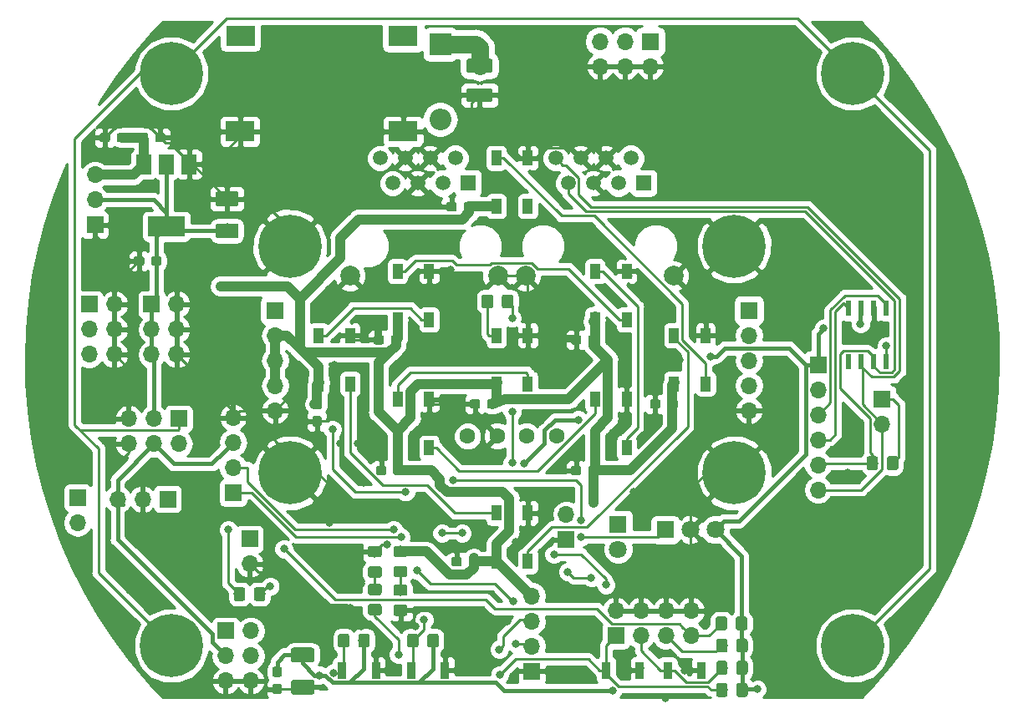
<source format=gbr>
G04 #@! TF.GenerationSoftware,KiCad,Pcbnew,(5.0.0)*
G04 #@! TF.CreationDate,2018-08-08T12:39:13+01:00*
G04 #@! TF.ProjectId,domenode,646F6D656E6F64652E6B696361645F70,rev?*
G04 #@! TF.SameCoordinates,Original*
G04 #@! TF.FileFunction,Copper,L1,Top,Signal*
G04 #@! TF.FilePolarity,Positive*
%FSLAX46Y46*%
G04 Gerber Fmt 4.6, Leading zero omitted, Abs format (unit mm)*
G04 Created by KiCad (PCBNEW (5.0.0)) date 08/08/18 12:39:13*
%MOMM*%
%LPD*%
G01*
G04 APERTURE LIST*
G04 #@! TA.AperFunction,ComponentPad*
%ADD10R,1.500000X1.500000*%
G04 #@! TD*
G04 #@! TA.AperFunction,ComponentPad*
%ADD11C,1.500000*%
G04 #@! TD*
G04 #@! TA.AperFunction,ComponentPad*
%ADD12C,2.000000*%
G04 #@! TD*
G04 #@! TA.AperFunction,SMDPad,CuDef*
%ADD13R,3.800000X2.000000*%
G04 #@! TD*
G04 #@! TA.AperFunction,SMDPad,CuDef*
%ADD14R,1.500000X2.000000*%
G04 #@! TD*
G04 #@! TA.AperFunction,ComponentPad*
%ADD15C,6.400000*%
G04 #@! TD*
G04 #@! TA.AperFunction,ComponentPad*
%ADD16R,3.000000X2.000000*%
G04 #@! TD*
G04 #@! TA.AperFunction,SMDPad,CuDef*
%ADD17R,1.000000X1.500000*%
G04 #@! TD*
G04 #@! TA.AperFunction,ComponentPad*
%ADD18O,2.200000X2.200000*%
G04 #@! TD*
G04 #@! TA.AperFunction,ComponentPad*
%ADD19R,2.200000X2.200000*%
G04 #@! TD*
G04 #@! TA.AperFunction,ComponentPad*
%ADD20C,1.800000*%
G04 #@! TD*
G04 #@! TA.AperFunction,ComponentPad*
%ADD21R,1.800000X1.800000*%
G04 #@! TD*
G04 #@! TA.AperFunction,ComponentPad*
%ADD22C,1.600000*%
G04 #@! TD*
G04 #@! TA.AperFunction,ComponentPad*
%ADD23R,1.700000X1.700000*%
G04 #@! TD*
G04 #@! TA.AperFunction,ComponentPad*
%ADD24O,1.700000X1.700000*%
G04 #@! TD*
G04 #@! TA.AperFunction,SMDPad,CuDef*
%ADD25R,0.600000X1.550000*%
G04 #@! TD*
G04 #@! TA.AperFunction,Conductor*
%ADD26C,0.100000*%
G04 #@! TD*
G04 #@! TA.AperFunction,SMDPad,CuDef*
%ADD27C,0.950000*%
G04 #@! TD*
G04 #@! TA.AperFunction,SMDPad,CuDef*
%ADD28C,1.150000*%
G04 #@! TD*
G04 #@! TA.AperFunction,SMDPad,CuDef*
%ADD29C,1.500000*%
G04 #@! TD*
G04 #@! TA.AperFunction,SMDPad,CuDef*
%ADD30R,0.900000X1.700000*%
G04 #@! TD*
G04 #@! TA.AperFunction,SMDPad,CuDef*
%ADD31C,1.425000*%
G04 #@! TD*
G04 #@! TA.AperFunction,ViaPad*
%ADD32C,0.800000*%
G04 #@! TD*
G04 #@! TA.AperFunction,Conductor*
%ADD33C,0.250000*%
G04 #@! TD*
G04 #@! TA.AperFunction,Conductor*
%ADD34C,0.400000*%
G04 #@! TD*
G04 #@! TA.AperFunction,Conductor*
%ADD35C,1.800000*%
G04 #@! TD*
G04 #@! TA.AperFunction,Conductor*
%ADD36C,1.000000*%
G04 #@! TD*
G04 #@! TA.AperFunction,Conductor*
%ADD37C,0.254000*%
G04 #@! TD*
G04 APERTURE END LIST*
D10*
G04 #@! TO.P,J19,1*
G04 #@! TO.N,CANV*
X144016000Y-87120000D03*
D11*
G04 #@! TO.P,J19,3*
X141476000Y-87120000D03*
G04 #@! TO.P,J19,5*
G04 #@! TO.N,CANGND*
X138936000Y-87120000D03*
G04 #@! TO.P,J19,7*
G04 #@! TO.N,CANH*
X136396000Y-87120000D03*
G04 #@! TO.P,J19,2*
G04 #@! TO.N,CANV*
X142746000Y-84580000D03*
G04 #@! TO.P,J19,4*
G04 #@! TO.N,CANGND*
X140206000Y-84580000D03*
G04 #@! TO.P,J19,6*
X137666000Y-84580000D03*
G04 #@! TO.P,J19,8*
G04 #@! TO.N,CANL*
X135126000Y-84580000D03*
D12*
G04 #@! TO.P,J19,SH*
G04 #@! TO.N,CANGND*
X147066000Y-96520000D03*
X132076000Y-96520000D03*
G04 #@! TD*
D10*
G04 #@! TO.P,J20,1*
G04 #@! TO.N,CANV*
X161800000Y-87120000D03*
D11*
G04 #@! TO.P,J20,3*
X159260000Y-87120000D03*
G04 #@! TO.P,J20,5*
G04 #@! TO.N,CANGND*
X156720000Y-87120000D03*
G04 #@! TO.P,J20,7*
G04 #@! TO.N,CANH*
X154180000Y-87120000D03*
G04 #@! TO.P,J20,2*
G04 #@! TO.N,CANV*
X160530000Y-84580000D03*
G04 #@! TO.P,J20,4*
G04 #@! TO.N,CANGND*
X157990000Y-84580000D03*
G04 #@! TO.P,J20,6*
X155450000Y-84580000D03*
G04 #@! TO.P,J20,8*
G04 #@! TO.N,CANL*
X152910000Y-84580000D03*
D12*
G04 #@! TO.P,J20,SH*
G04 #@! TO.N,CANGND*
X164850000Y-96520000D03*
X149860000Y-96520000D03*
G04 #@! TD*
D13*
G04 #@! TO.P,U2,2*
G04 #@! TO.N,VCC*
X113500000Y-91500000D03*
D14*
X113500000Y-85200000D03*
G04 #@! TO.P,U2,3*
G04 #@! TO.N,+5V*
X111200000Y-85200000D03*
G04 #@! TO.P,U2,1*
G04 #@! TO.N,CANGND*
X115800000Y-85200000D03*
G04 #@! TD*
D15*
G04 #@! TO.P,MH8,1*
G04 #@! TO.N,TOUCH5*
X114000000Y-76000000D03*
G04 #@! TD*
D16*
G04 #@! TO.P,U1,2*
G04 #@! TO.N,CANGND*
X137484000Y-81868000D03*
G04 #@! TO.P,U1,1*
G04 #@! TO.N,+24V*
X137484000Y-72216000D03*
G04 #@! TO.P,U1,4*
G04 #@! TO.N,+5V*
X120990000Y-72216000D03*
G04 #@! TO.P,U1,3*
G04 #@! TO.N,CANGND*
X120959000Y-81868000D03*
G04 #@! TD*
D17*
G04 #@! TO.P,D9,1*
G04 #@! TO.N,+5V*
X146900000Y-89450000D03*
G04 #@! TO.P,D9,2*
G04 #@! TO.N,Net-(D9-Pad2)*
X150100000Y-89450000D03*
G04 #@! TO.P,D9,4*
G04 #@! TO.N,Net-(D8-Pad2)*
X146900000Y-84550000D03*
G04 #@! TO.P,D9,3*
G04 #@! TO.N,CANGND*
X150100000Y-84550000D03*
G04 #@! TD*
D18*
G04 #@! TO.P,D10,2*
G04 #@! TO.N,CANV*
X141224000Y-80645000D03*
D19*
G04 #@! TO.P,D10,1*
G04 #@! TO.N,+24V*
X141224000Y-73025000D03*
G04 #@! TD*
D15*
G04 #@! TO.P,MH6,1*
G04 #@! TO.N,TOUCH5*
X114000000Y-134000000D03*
G04 #@! TD*
D20*
G04 #@! TO.P,D13,2*
G04 #@! TO.N,Net-(D13-Pad2)*
X159250000Y-124240000D03*
D21*
G04 #@! TO.P,D13,1*
G04 #@! TO.N,Net-(D13-Pad1)*
X159250000Y-121700000D03*
G04 #@! TD*
D17*
G04 #@! TO.P,D7,1*
G04 #@! TO.N,+5V*
X146900000Y-125450000D03*
G04 #@! TO.P,D7,2*
G04 #@! TO.N,Net-(D7-Pad2)*
X150100000Y-125450000D03*
G04 #@! TO.P,D7,4*
G04 #@! TO.N,Net-(D6-Pad2)*
X146900000Y-120550000D03*
G04 #@! TO.P,D7,3*
G04 #@! TO.N,CANGND*
X150100000Y-120550000D03*
G04 #@! TD*
G04 #@! TO.P,D5,1*
G04 #@! TO.N,+5V*
X136900000Y-100950000D03*
G04 #@! TO.P,D5,2*
G04 #@! TO.N,Net-(D5-Pad2)*
X140100000Y-100950000D03*
G04 #@! TO.P,D5,4*
G04 #@! TO.N,Net-(D4-Pad2)*
X136900000Y-96050000D03*
G04 #@! TO.P,D5,3*
G04 #@! TO.N,CANGND*
X140100000Y-96050000D03*
G04 #@! TD*
G04 #@! TO.P,D4,1*
G04 #@! TO.N,+5V*
X156900000Y-100950000D03*
G04 #@! TO.P,D4,2*
G04 #@! TO.N,Net-(D4-Pad2)*
X160100000Y-100950000D03*
G04 #@! TO.P,D4,4*
G04 #@! TO.N,Net-(D3-Pad2)*
X156900000Y-96050000D03*
G04 #@! TO.P,D4,3*
G04 #@! TO.N,CANGND*
X160100000Y-96050000D03*
G04 #@! TD*
D22*
G04 #@! TO.P,LDR1,1*
G04 #@! TO.N,FLDR*
X144000000Y-112750000D03*
G04 #@! TO.P,LDR1,2*
G04 #@! TO.N,CANGND*
X147000000Y-112750000D03*
G04 #@! TD*
G04 #@! TO.P,LDR2,2*
G04 #@! TO.N,CANGND*
X153000000Y-112750000D03*
G04 #@! TO.P,LDR2,1*
G04 #@! TO.N,RLDR*
X150000000Y-112750000D03*
G04 #@! TD*
D17*
G04 #@! TO.P,D8,3*
G04 #@! TO.N,CANGND*
X168100000Y-102550000D03*
G04 #@! TO.P,D8,4*
G04 #@! TO.N,Net-(D7-Pad2)*
X164900000Y-102550000D03*
G04 #@! TO.P,D8,2*
G04 #@! TO.N,Net-(D8-Pad2)*
X168100000Y-107450000D03*
G04 #@! TO.P,D8,1*
G04 #@! TO.N,+5V*
X164900000Y-107450000D03*
G04 #@! TD*
G04 #@! TO.P,D6,1*
G04 #@! TO.N,+5V*
X128900000Y-107450000D03*
G04 #@! TO.P,D6,2*
G04 #@! TO.N,Net-(D6-Pad2)*
X132100000Y-107450000D03*
G04 #@! TO.P,D6,4*
G04 #@! TO.N,Net-(D5-Pad2)*
X128900000Y-102550000D03*
G04 #@! TO.P,D6,3*
G04 #@! TO.N,CANGND*
X132100000Y-102550000D03*
G04 #@! TD*
G04 #@! TO.P,D3,3*
G04 #@! TO.N,CANGND*
X160100000Y-109050000D03*
G04 #@! TO.P,D3,4*
G04 #@! TO.N,Net-(D2-Pad2)*
X156900000Y-109050000D03*
G04 #@! TO.P,D3,2*
G04 #@! TO.N,Net-(D3-Pad2)*
X160100000Y-113950000D03*
G04 #@! TO.P,D3,1*
G04 #@! TO.N,+5V*
X156900000Y-113950000D03*
G04 #@! TD*
G04 #@! TO.P,D2,1*
G04 #@! TO.N,+5V*
X136900000Y-113950000D03*
G04 #@! TO.P,D2,2*
G04 #@! TO.N,Net-(D2-Pad2)*
X140100000Y-113950000D03*
G04 #@! TO.P,D2,4*
G04 #@! TO.N,Net-(D1-Pad2)*
X136900000Y-109050000D03*
G04 #@! TO.P,D2,3*
G04 #@! TO.N,CANGND*
X140100000Y-109050000D03*
G04 #@! TD*
G04 #@! TO.P,D1,3*
G04 #@! TO.N,CANGND*
X150100000Y-102550000D03*
G04 #@! TO.P,D1,4*
G04 #@! TO.N,Net-(D1-Pad4)*
X146900000Y-102550000D03*
G04 #@! TO.P,D1,2*
G04 #@! TO.N,Net-(D1-Pad2)*
X150100000Y-107450000D03*
G04 #@! TO.P,D1,1*
G04 #@! TO.N,+5V*
X146900000Y-107450000D03*
G04 #@! TD*
D23*
G04 #@! TO.P,J9,1*
G04 #@! TO.N,VP*
X119500000Y-132500000D03*
D24*
G04 #@! TO.P,J9,2*
G04 #@! TO.N,VN*
X122040000Y-132500000D03*
G04 #@! TO.P,J9,3*
G04 #@! TO.N,VCC*
X119500000Y-135040000D03*
G04 #@! TO.P,J9,4*
X122040000Y-135040000D03*
G04 #@! TO.P,J9,5*
G04 #@! TO.N,CANGND*
X119500000Y-137580000D03*
G04 #@! TO.P,J9,6*
X122040000Y-137580000D03*
G04 #@! TD*
G04 #@! TO.P,J11,6*
G04 #@! TO.N,CANGND*
X109670000Y-113540000D03*
G04 #@! TO.P,J11,5*
X109670000Y-111000000D03*
G04 #@! TO.P,J11,4*
G04 #@! TO.N,VCC*
X112210000Y-113540000D03*
G04 #@! TO.P,J11,3*
X112210000Y-111000000D03*
G04 #@! TO.P,J11,2*
G04 #@! TO.N,TOUCH3*
X114750000Y-113540000D03*
D23*
G04 #@! TO.P,J11,1*
G04 #@! TO.N,TOUCH5*
X114750000Y-111000000D03*
G04 #@! TD*
G04 #@! TO.P,J21,1*
G04 #@! TO.N,SW1*
X159000000Y-133000000D03*
D24*
G04 #@! TO.P,J21,2*
G04 #@! TO.N,CANGND*
X159000000Y-130460000D03*
G04 #@! TO.P,J21,3*
G04 #@! TO.N,SW2*
X161540000Y-133000000D03*
G04 #@! TO.P,J21,4*
G04 #@! TO.N,CANGND*
X161540000Y-130460000D03*
G04 #@! TO.P,J21,5*
G04 #@! TO.N,SW3*
X164080000Y-133000000D03*
G04 #@! TO.P,J21,6*
G04 #@! TO.N,CANGND*
X164080000Y-130460000D03*
G04 #@! TO.P,J21,7*
G04 #@! TO.N,SW4*
X166620000Y-133000000D03*
G04 #@! TO.P,J21,8*
G04 #@! TO.N,CANGND*
X166620000Y-130460000D03*
G04 #@! TD*
D25*
G04 #@! TO.P,U6,1*
G04 #@! TO.N,CTX*
X186405000Y-99800000D03*
G04 #@! TO.P,U6,2*
G04 #@! TO.N,CANGND*
X185135000Y-99800000D03*
G04 #@! TO.P,U6,3*
G04 #@! TO.N,VCC*
X183865000Y-99800000D03*
G04 #@! TO.P,U6,4*
G04 #@! TO.N,CRX*
X182595000Y-99800000D03*
G04 #@! TO.P,U6,5*
G04 #@! TO.N,Net-(U6-Pad5)*
X182595000Y-105200000D03*
G04 #@! TO.P,U6,6*
G04 #@! TO.N,CANL*
X183865000Y-105200000D03*
G04 #@! TO.P,U6,7*
G04 #@! TO.N,CANH*
X185135000Y-105200000D03*
G04 #@! TO.P,U6,8*
G04 #@! TO.N,Net-(R17-Pad1)*
X186405000Y-105200000D03*
G04 #@! TD*
D26*
G04 #@! TO.N,CANGND*
G04 #@! TO.C,C2*
G36*
X107560779Y-82026144D02*
X107583834Y-82029563D01*
X107606443Y-82035227D01*
X107628387Y-82043079D01*
X107649457Y-82053044D01*
X107669448Y-82065026D01*
X107688168Y-82078910D01*
X107705438Y-82094562D01*
X107721090Y-82111832D01*
X107734974Y-82130552D01*
X107746956Y-82150543D01*
X107756921Y-82171613D01*
X107764773Y-82193557D01*
X107770437Y-82216166D01*
X107773856Y-82239221D01*
X107775000Y-82262500D01*
X107775000Y-82737500D01*
X107773856Y-82760779D01*
X107770437Y-82783834D01*
X107764773Y-82806443D01*
X107756921Y-82828387D01*
X107746956Y-82849457D01*
X107734974Y-82869448D01*
X107721090Y-82888168D01*
X107705438Y-82905438D01*
X107688168Y-82921090D01*
X107669448Y-82934974D01*
X107649457Y-82946956D01*
X107628387Y-82956921D01*
X107606443Y-82964773D01*
X107583834Y-82970437D01*
X107560779Y-82973856D01*
X107537500Y-82975000D01*
X106962500Y-82975000D01*
X106939221Y-82973856D01*
X106916166Y-82970437D01*
X106893557Y-82964773D01*
X106871613Y-82956921D01*
X106850543Y-82946956D01*
X106830552Y-82934974D01*
X106811832Y-82921090D01*
X106794562Y-82905438D01*
X106778910Y-82888168D01*
X106765026Y-82869448D01*
X106753044Y-82849457D01*
X106743079Y-82828387D01*
X106735227Y-82806443D01*
X106729563Y-82783834D01*
X106726144Y-82760779D01*
X106725000Y-82737500D01*
X106725000Y-82262500D01*
X106726144Y-82239221D01*
X106729563Y-82216166D01*
X106735227Y-82193557D01*
X106743079Y-82171613D01*
X106753044Y-82150543D01*
X106765026Y-82130552D01*
X106778910Y-82111832D01*
X106794562Y-82094562D01*
X106811832Y-82078910D01*
X106830552Y-82065026D01*
X106850543Y-82053044D01*
X106871613Y-82043079D01*
X106893557Y-82035227D01*
X106916166Y-82029563D01*
X106939221Y-82026144D01*
X106962500Y-82025000D01*
X107537500Y-82025000D01*
X107560779Y-82026144D01*
X107560779Y-82026144D01*
G37*
D27*
G04 #@! TD*
G04 #@! TO.P,C2,2*
G04 #@! TO.N,CANGND*
X107250000Y-82500000D03*
D26*
G04 #@! TO.N,+5V*
G04 #@! TO.C,C2*
G36*
X109310779Y-82026144D02*
X109333834Y-82029563D01*
X109356443Y-82035227D01*
X109378387Y-82043079D01*
X109399457Y-82053044D01*
X109419448Y-82065026D01*
X109438168Y-82078910D01*
X109455438Y-82094562D01*
X109471090Y-82111832D01*
X109484974Y-82130552D01*
X109496956Y-82150543D01*
X109506921Y-82171613D01*
X109514773Y-82193557D01*
X109520437Y-82216166D01*
X109523856Y-82239221D01*
X109525000Y-82262500D01*
X109525000Y-82737500D01*
X109523856Y-82760779D01*
X109520437Y-82783834D01*
X109514773Y-82806443D01*
X109506921Y-82828387D01*
X109496956Y-82849457D01*
X109484974Y-82869448D01*
X109471090Y-82888168D01*
X109455438Y-82905438D01*
X109438168Y-82921090D01*
X109419448Y-82934974D01*
X109399457Y-82946956D01*
X109378387Y-82956921D01*
X109356443Y-82964773D01*
X109333834Y-82970437D01*
X109310779Y-82973856D01*
X109287500Y-82975000D01*
X108712500Y-82975000D01*
X108689221Y-82973856D01*
X108666166Y-82970437D01*
X108643557Y-82964773D01*
X108621613Y-82956921D01*
X108600543Y-82946956D01*
X108580552Y-82934974D01*
X108561832Y-82921090D01*
X108544562Y-82905438D01*
X108528910Y-82888168D01*
X108515026Y-82869448D01*
X108503044Y-82849457D01*
X108493079Y-82828387D01*
X108485227Y-82806443D01*
X108479563Y-82783834D01*
X108476144Y-82760779D01*
X108475000Y-82737500D01*
X108475000Y-82262500D01*
X108476144Y-82239221D01*
X108479563Y-82216166D01*
X108485227Y-82193557D01*
X108493079Y-82171613D01*
X108503044Y-82150543D01*
X108515026Y-82130552D01*
X108528910Y-82111832D01*
X108544562Y-82094562D01*
X108561832Y-82078910D01*
X108580552Y-82065026D01*
X108600543Y-82053044D01*
X108621613Y-82043079D01*
X108643557Y-82035227D01*
X108666166Y-82029563D01*
X108689221Y-82026144D01*
X108712500Y-82025000D01*
X109287500Y-82025000D01*
X109310779Y-82026144D01*
X109310779Y-82026144D01*
G37*
D27*
G04 #@! TD*
G04 #@! TO.P,C2,1*
G04 #@! TO.N,+5V*
X109000000Y-82500000D03*
D26*
G04 #@! TO.N,+5V*
G04 #@! TO.C,C4*
G36*
X111435779Y-82026144D02*
X111458834Y-82029563D01*
X111481443Y-82035227D01*
X111503387Y-82043079D01*
X111524457Y-82053044D01*
X111544448Y-82065026D01*
X111563168Y-82078910D01*
X111580438Y-82094562D01*
X111596090Y-82111832D01*
X111609974Y-82130552D01*
X111621956Y-82150543D01*
X111631921Y-82171613D01*
X111639773Y-82193557D01*
X111645437Y-82216166D01*
X111648856Y-82239221D01*
X111650000Y-82262500D01*
X111650000Y-82737500D01*
X111648856Y-82760779D01*
X111645437Y-82783834D01*
X111639773Y-82806443D01*
X111631921Y-82828387D01*
X111621956Y-82849457D01*
X111609974Y-82869448D01*
X111596090Y-82888168D01*
X111580438Y-82905438D01*
X111563168Y-82921090D01*
X111544448Y-82934974D01*
X111524457Y-82946956D01*
X111503387Y-82956921D01*
X111481443Y-82964773D01*
X111458834Y-82970437D01*
X111435779Y-82973856D01*
X111412500Y-82975000D01*
X110837500Y-82975000D01*
X110814221Y-82973856D01*
X110791166Y-82970437D01*
X110768557Y-82964773D01*
X110746613Y-82956921D01*
X110725543Y-82946956D01*
X110705552Y-82934974D01*
X110686832Y-82921090D01*
X110669562Y-82905438D01*
X110653910Y-82888168D01*
X110640026Y-82869448D01*
X110628044Y-82849457D01*
X110618079Y-82828387D01*
X110610227Y-82806443D01*
X110604563Y-82783834D01*
X110601144Y-82760779D01*
X110600000Y-82737500D01*
X110600000Y-82262500D01*
X110601144Y-82239221D01*
X110604563Y-82216166D01*
X110610227Y-82193557D01*
X110618079Y-82171613D01*
X110628044Y-82150543D01*
X110640026Y-82130552D01*
X110653910Y-82111832D01*
X110669562Y-82094562D01*
X110686832Y-82078910D01*
X110705552Y-82065026D01*
X110725543Y-82053044D01*
X110746613Y-82043079D01*
X110768557Y-82035227D01*
X110791166Y-82029563D01*
X110814221Y-82026144D01*
X110837500Y-82025000D01*
X111412500Y-82025000D01*
X111435779Y-82026144D01*
X111435779Y-82026144D01*
G37*
D27*
G04 #@! TD*
G04 #@! TO.P,C4,1*
G04 #@! TO.N,+5V*
X111125000Y-82500000D03*
D26*
G04 #@! TO.N,CANGND*
G04 #@! TO.C,C4*
G36*
X113185779Y-82026144D02*
X113208834Y-82029563D01*
X113231443Y-82035227D01*
X113253387Y-82043079D01*
X113274457Y-82053044D01*
X113294448Y-82065026D01*
X113313168Y-82078910D01*
X113330438Y-82094562D01*
X113346090Y-82111832D01*
X113359974Y-82130552D01*
X113371956Y-82150543D01*
X113381921Y-82171613D01*
X113389773Y-82193557D01*
X113395437Y-82216166D01*
X113398856Y-82239221D01*
X113400000Y-82262500D01*
X113400000Y-82737500D01*
X113398856Y-82760779D01*
X113395437Y-82783834D01*
X113389773Y-82806443D01*
X113381921Y-82828387D01*
X113371956Y-82849457D01*
X113359974Y-82869448D01*
X113346090Y-82888168D01*
X113330438Y-82905438D01*
X113313168Y-82921090D01*
X113294448Y-82934974D01*
X113274457Y-82946956D01*
X113253387Y-82956921D01*
X113231443Y-82964773D01*
X113208834Y-82970437D01*
X113185779Y-82973856D01*
X113162500Y-82975000D01*
X112587500Y-82975000D01*
X112564221Y-82973856D01*
X112541166Y-82970437D01*
X112518557Y-82964773D01*
X112496613Y-82956921D01*
X112475543Y-82946956D01*
X112455552Y-82934974D01*
X112436832Y-82921090D01*
X112419562Y-82905438D01*
X112403910Y-82888168D01*
X112390026Y-82869448D01*
X112378044Y-82849457D01*
X112368079Y-82828387D01*
X112360227Y-82806443D01*
X112354563Y-82783834D01*
X112351144Y-82760779D01*
X112350000Y-82737500D01*
X112350000Y-82262500D01*
X112351144Y-82239221D01*
X112354563Y-82216166D01*
X112360227Y-82193557D01*
X112368079Y-82171613D01*
X112378044Y-82150543D01*
X112390026Y-82130552D01*
X112403910Y-82111832D01*
X112419562Y-82094562D01*
X112436832Y-82078910D01*
X112455552Y-82065026D01*
X112475543Y-82053044D01*
X112496613Y-82043079D01*
X112518557Y-82035227D01*
X112541166Y-82029563D01*
X112564221Y-82026144D01*
X112587500Y-82025000D01*
X113162500Y-82025000D01*
X113185779Y-82026144D01*
X113185779Y-82026144D01*
G37*
D27*
G04 #@! TD*
G04 #@! TO.P,C4,2*
G04 #@! TO.N,CANGND*
X112875000Y-82500000D03*
D26*
G04 #@! TO.N,CANGND*
G04 #@! TO.C,C5*
G36*
X111035779Y-94526144D02*
X111058834Y-94529563D01*
X111081443Y-94535227D01*
X111103387Y-94543079D01*
X111124457Y-94553044D01*
X111144448Y-94565026D01*
X111163168Y-94578910D01*
X111180438Y-94594562D01*
X111196090Y-94611832D01*
X111209974Y-94630552D01*
X111221956Y-94650543D01*
X111231921Y-94671613D01*
X111239773Y-94693557D01*
X111245437Y-94716166D01*
X111248856Y-94739221D01*
X111250000Y-94762500D01*
X111250000Y-95237500D01*
X111248856Y-95260779D01*
X111245437Y-95283834D01*
X111239773Y-95306443D01*
X111231921Y-95328387D01*
X111221956Y-95349457D01*
X111209974Y-95369448D01*
X111196090Y-95388168D01*
X111180438Y-95405438D01*
X111163168Y-95421090D01*
X111144448Y-95434974D01*
X111124457Y-95446956D01*
X111103387Y-95456921D01*
X111081443Y-95464773D01*
X111058834Y-95470437D01*
X111035779Y-95473856D01*
X111012500Y-95475000D01*
X110437500Y-95475000D01*
X110414221Y-95473856D01*
X110391166Y-95470437D01*
X110368557Y-95464773D01*
X110346613Y-95456921D01*
X110325543Y-95446956D01*
X110305552Y-95434974D01*
X110286832Y-95421090D01*
X110269562Y-95405438D01*
X110253910Y-95388168D01*
X110240026Y-95369448D01*
X110228044Y-95349457D01*
X110218079Y-95328387D01*
X110210227Y-95306443D01*
X110204563Y-95283834D01*
X110201144Y-95260779D01*
X110200000Y-95237500D01*
X110200000Y-94762500D01*
X110201144Y-94739221D01*
X110204563Y-94716166D01*
X110210227Y-94693557D01*
X110218079Y-94671613D01*
X110228044Y-94650543D01*
X110240026Y-94630552D01*
X110253910Y-94611832D01*
X110269562Y-94594562D01*
X110286832Y-94578910D01*
X110305552Y-94565026D01*
X110325543Y-94553044D01*
X110346613Y-94543079D01*
X110368557Y-94535227D01*
X110391166Y-94529563D01*
X110414221Y-94526144D01*
X110437500Y-94525000D01*
X111012500Y-94525000D01*
X111035779Y-94526144D01*
X111035779Y-94526144D01*
G37*
D27*
G04 #@! TD*
G04 #@! TO.P,C5,2*
G04 #@! TO.N,CANGND*
X110725000Y-95000000D03*
D26*
G04 #@! TO.N,VCC*
G04 #@! TO.C,C5*
G36*
X112785779Y-94526144D02*
X112808834Y-94529563D01*
X112831443Y-94535227D01*
X112853387Y-94543079D01*
X112874457Y-94553044D01*
X112894448Y-94565026D01*
X112913168Y-94578910D01*
X112930438Y-94594562D01*
X112946090Y-94611832D01*
X112959974Y-94630552D01*
X112971956Y-94650543D01*
X112981921Y-94671613D01*
X112989773Y-94693557D01*
X112995437Y-94716166D01*
X112998856Y-94739221D01*
X113000000Y-94762500D01*
X113000000Y-95237500D01*
X112998856Y-95260779D01*
X112995437Y-95283834D01*
X112989773Y-95306443D01*
X112981921Y-95328387D01*
X112971956Y-95349457D01*
X112959974Y-95369448D01*
X112946090Y-95388168D01*
X112930438Y-95405438D01*
X112913168Y-95421090D01*
X112894448Y-95434974D01*
X112874457Y-95446956D01*
X112853387Y-95456921D01*
X112831443Y-95464773D01*
X112808834Y-95470437D01*
X112785779Y-95473856D01*
X112762500Y-95475000D01*
X112187500Y-95475000D01*
X112164221Y-95473856D01*
X112141166Y-95470437D01*
X112118557Y-95464773D01*
X112096613Y-95456921D01*
X112075543Y-95446956D01*
X112055552Y-95434974D01*
X112036832Y-95421090D01*
X112019562Y-95405438D01*
X112003910Y-95388168D01*
X111990026Y-95369448D01*
X111978044Y-95349457D01*
X111968079Y-95328387D01*
X111960227Y-95306443D01*
X111954563Y-95283834D01*
X111951144Y-95260779D01*
X111950000Y-95237500D01*
X111950000Y-94762500D01*
X111951144Y-94739221D01*
X111954563Y-94716166D01*
X111960227Y-94693557D01*
X111968079Y-94671613D01*
X111978044Y-94650543D01*
X111990026Y-94630552D01*
X112003910Y-94611832D01*
X112019562Y-94594562D01*
X112036832Y-94578910D01*
X112055552Y-94565026D01*
X112075543Y-94553044D01*
X112096613Y-94543079D01*
X112118557Y-94535227D01*
X112141166Y-94529563D01*
X112164221Y-94526144D01*
X112187500Y-94525000D01*
X112762500Y-94525000D01*
X112785779Y-94526144D01*
X112785779Y-94526144D01*
G37*
D27*
G04 #@! TD*
G04 #@! TO.P,C5,1*
G04 #@! TO.N,VCC*
X112475000Y-95000000D03*
D26*
G04 #@! TO.N,+5V*
G04 #@! TO.C,C6*
G36*
X144435779Y-89026144D02*
X144458834Y-89029563D01*
X144481443Y-89035227D01*
X144503387Y-89043079D01*
X144524457Y-89053044D01*
X144544448Y-89065026D01*
X144563168Y-89078910D01*
X144580438Y-89094562D01*
X144596090Y-89111832D01*
X144609974Y-89130552D01*
X144621956Y-89150543D01*
X144631921Y-89171613D01*
X144639773Y-89193557D01*
X144645437Y-89216166D01*
X144648856Y-89239221D01*
X144650000Y-89262500D01*
X144650000Y-89737500D01*
X144648856Y-89760779D01*
X144645437Y-89783834D01*
X144639773Y-89806443D01*
X144631921Y-89828387D01*
X144621956Y-89849457D01*
X144609974Y-89869448D01*
X144596090Y-89888168D01*
X144580438Y-89905438D01*
X144563168Y-89921090D01*
X144544448Y-89934974D01*
X144524457Y-89946956D01*
X144503387Y-89956921D01*
X144481443Y-89964773D01*
X144458834Y-89970437D01*
X144435779Y-89973856D01*
X144412500Y-89975000D01*
X143837500Y-89975000D01*
X143814221Y-89973856D01*
X143791166Y-89970437D01*
X143768557Y-89964773D01*
X143746613Y-89956921D01*
X143725543Y-89946956D01*
X143705552Y-89934974D01*
X143686832Y-89921090D01*
X143669562Y-89905438D01*
X143653910Y-89888168D01*
X143640026Y-89869448D01*
X143628044Y-89849457D01*
X143618079Y-89828387D01*
X143610227Y-89806443D01*
X143604563Y-89783834D01*
X143601144Y-89760779D01*
X143600000Y-89737500D01*
X143600000Y-89262500D01*
X143601144Y-89239221D01*
X143604563Y-89216166D01*
X143610227Y-89193557D01*
X143618079Y-89171613D01*
X143628044Y-89150543D01*
X143640026Y-89130552D01*
X143653910Y-89111832D01*
X143669562Y-89094562D01*
X143686832Y-89078910D01*
X143705552Y-89065026D01*
X143725543Y-89053044D01*
X143746613Y-89043079D01*
X143768557Y-89035227D01*
X143791166Y-89029563D01*
X143814221Y-89026144D01*
X143837500Y-89025000D01*
X144412500Y-89025000D01*
X144435779Y-89026144D01*
X144435779Y-89026144D01*
G37*
D27*
G04 #@! TD*
G04 #@! TO.P,C6,1*
G04 #@! TO.N,+5V*
X144125000Y-89500000D03*
D26*
G04 #@! TO.N,CANGND*
G04 #@! TO.C,C6*
G36*
X142685779Y-89026144D02*
X142708834Y-89029563D01*
X142731443Y-89035227D01*
X142753387Y-89043079D01*
X142774457Y-89053044D01*
X142794448Y-89065026D01*
X142813168Y-89078910D01*
X142830438Y-89094562D01*
X142846090Y-89111832D01*
X142859974Y-89130552D01*
X142871956Y-89150543D01*
X142881921Y-89171613D01*
X142889773Y-89193557D01*
X142895437Y-89216166D01*
X142898856Y-89239221D01*
X142900000Y-89262500D01*
X142900000Y-89737500D01*
X142898856Y-89760779D01*
X142895437Y-89783834D01*
X142889773Y-89806443D01*
X142881921Y-89828387D01*
X142871956Y-89849457D01*
X142859974Y-89869448D01*
X142846090Y-89888168D01*
X142830438Y-89905438D01*
X142813168Y-89921090D01*
X142794448Y-89934974D01*
X142774457Y-89946956D01*
X142753387Y-89956921D01*
X142731443Y-89964773D01*
X142708834Y-89970437D01*
X142685779Y-89973856D01*
X142662500Y-89975000D01*
X142087500Y-89975000D01*
X142064221Y-89973856D01*
X142041166Y-89970437D01*
X142018557Y-89964773D01*
X141996613Y-89956921D01*
X141975543Y-89946956D01*
X141955552Y-89934974D01*
X141936832Y-89921090D01*
X141919562Y-89905438D01*
X141903910Y-89888168D01*
X141890026Y-89869448D01*
X141878044Y-89849457D01*
X141868079Y-89828387D01*
X141860227Y-89806443D01*
X141854563Y-89783834D01*
X141851144Y-89760779D01*
X141850000Y-89737500D01*
X141850000Y-89262500D01*
X141851144Y-89239221D01*
X141854563Y-89216166D01*
X141860227Y-89193557D01*
X141868079Y-89171613D01*
X141878044Y-89150543D01*
X141890026Y-89130552D01*
X141903910Y-89111832D01*
X141919562Y-89094562D01*
X141936832Y-89078910D01*
X141955552Y-89065026D01*
X141975543Y-89053044D01*
X141996613Y-89043079D01*
X142018557Y-89035227D01*
X142041166Y-89029563D01*
X142064221Y-89026144D01*
X142087500Y-89025000D01*
X142662500Y-89025000D01*
X142685779Y-89026144D01*
X142685779Y-89026144D01*
G37*
D27*
G04 #@! TD*
G04 #@! TO.P,C6,2*
G04 #@! TO.N,CANGND*
X142375000Y-89500000D03*
D26*
G04 #@! TO.N,CANGND*
G04 #@! TO.C,C7*
G36*
X135560779Y-115776144D02*
X135583834Y-115779563D01*
X135606443Y-115785227D01*
X135628387Y-115793079D01*
X135649457Y-115803044D01*
X135669448Y-115815026D01*
X135688168Y-115828910D01*
X135705438Y-115844562D01*
X135721090Y-115861832D01*
X135734974Y-115880552D01*
X135746956Y-115900543D01*
X135756921Y-115921613D01*
X135764773Y-115943557D01*
X135770437Y-115966166D01*
X135773856Y-115989221D01*
X135775000Y-116012500D01*
X135775000Y-116487500D01*
X135773856Y-116510779D01*
X135770437Y-116533834D01*
X135764773Y-116556443D01*
X135756921Y-116578387D01*
X135746956Y-116599457D01*
X135734974Y-116619448D01*
X135721090Y-116638168D01*
X135705438Y-116655438D01*
X135688168Y-116671090D01*
X135669448Y-116684974D01*
X135649457Y-116696956D01*
X135628387Y-116706921D01*
X135606443Y-116714773D01*
X135583834Y-116720437D01*
X135560779Y-116723856D01*
X135537500Y-116725000D01*
X134962500Y-116725000D01*
X134939221Y-116723856D01*
X134916166Y-116720437D01*
X134893557Y-116714773D01*
X134871613Y-116706921D01*
X134850543Y-116696956D01*
X134830552Y-116684974D01*
X134811832Y-116671090D01*
X134794562Y-116655438D01*
X134778910Y-116638168D01*
X134765026Y-116619448D01*
X134753044Y-116599457D01*
X134743079Y-116578387D01*
X134735227Y-116556443D01*
X134729563Y-116533834D01*
X134726144Y-116510779D01*
X134725000Y-116487500D01*
X134725000Y-116012500D01*
X134726144Y-115989221D01*
X134729563Y-115966166D01*
X134735227Y-115943557D01*
X134743079Y-115921613D01*
X134753044Y-115900543D01*
X134765026Y-115880552D01*
X134778910Y-115861832D01*
X134794562Y-115844562D01*
X134811832Y-115828910D01*
X134830552Y-115815026D01*
X134850543Y-115803044D01*
X134871613Y-115793079D01*
X134893557Y-115785227D01*
X134916166Y-115779563D01*
X134939221Y-115776144D01*
X134962500Y-115775000D01*
X135537500Y-115775000D01*
X135560779Y-115776144D01*
X135560779Y-115776144D01*
G37*
D27*
G04 #@! TD*
G04 #@! TO.P,C7,2*
G04 #@! TO.N,CANGND*
X135250000Y-116250000D03*
D26*
G04 #@! TO.N,+5V*
G04 #@! TO.C,C7*
G36*
X137310779Y-115776144D02*
X137333834Y-115779563D01*
X137356443Y-115785227D01*
X137378387Y-115793079D01*
X137399457Y-115803044D01*
X137419448Y-115815026D01*
X137438168Y-115828910D01*
X137455438Y-115844562D01*
X137471090Y-115861832D01*
X137484974Y-115880552D01*
X137496956Y-115900543D01*
X137506921Y-115921613D01*
X137514773Y-115943557D01*
X137520437Y-115966166D01*
X137523856Y-115989221D01*
X137525000Y-116012500D01*
X137525000Y-116487500D01*
X137523856Y-116510779D01*
X137520437Y-116533834D01*
X137514773Y-116556443D01*
X137506921Y-116578387D01*
X137496956Y-116599457D01*
X137484974Y-116619448D01*
X137471090Y-116638168D01*
X137455438Y-116655438D01*
X137438168Y-116671090D01*
X137419448Y-116684974D01*
X137399457Y-116696956D01*
X137378387Y-116706921D01*
X137356443Y-116714773D01*
X137333834Y-116720437D01*
X137310779Y-116723856D01*
X137287500Y-116725000D01*
X136712500Y-116725000D01*
X136689221Y-116723856D01*
X136666166Y-116720437D01*
X136643557Y-116714773D01*
X136621613Y-116706921D01*
X136600543Y-116696956D01*
X136580552Y-116684974D01*
X136561832Y-116671090D01*
X136544562Y-116655438D01*
X136528910Y-116638168D01*
X136515026Y-116619448D01*
X136503044Y-116599457D01*
X136493079Y-116578387D01*
X136485227Y-116556443D01*
X136479563Y-116533834D01*
X136476144Y-116510779D01*
X136475000Y-116487500D01*
X136475000Y-116012500D01*
X136476144Y-115989221D01*
X136479563Y-115966166D01*
X136485227Y-115943557D01*
X136493079Y-115921613D01*
X136503044Y-115900543D01*
X136515026Y-115880552D01*
X136528910Y-115861832D01*
X136544562Y-115844562D01*
X136561832Y-115828910D01*
X136580552Y-115815026D01*
X136600543Y-115803044D01*
X136621613Y-115793079D01*
X136643557Y-115785227D01*
X136666166Y-115779563D01*
X136689221Y-115776144D01*
X136712500Y-115775000D01*
X137287500Y-115775000D01*
X137310779Y-115776144D01*
X137310779Y-115776144D01*
G37*
D27*
G04 #@! TD*
G04 #@! TO.P,C7,1*
G04 #@! TO.N,+5V*
X137000000Y-116250000D03*
D26*
G04 #@! TO.N,CANGND*
G04 #@! TO.C,C8*
G36*
X163310779Y-109026144D02*
X163333834Y-109029563D01*
X163356443Y-109035227D01*
X163378387Y-109043079D01*
X163399457Y-109053044D01*
X163419448Y-109065026D01*
X163438168Y-109078910D01*
X163455438Y-109094562D01*
X163471090Y-109111832D01*
X163484974Y-109130552D01*
X163496956Y-109150543D01*
X163506921Y-109171613D01*
X163514773Y-109193557D01*
X163520437Y-109216166D01*
X163523856Y-109239221D01*
X163525000Y-109262500D01*
X163525000Y-109737500D01*
X163523856Y-109760779D01*
X163520437Y-109783834D01*
X163514773Y-109806443D01*
X163506921Y-109828387D01*
X163496956Y-109849457D01*
X163484974Y-109869448D01*
X163471090Y-109888168D01*
X163455438Y-109905438D01*
X163438168Y-109921090D01*
X163419448Y-109934974D01*
X163399457Y-109946956D01*
X163378387Y-109956921D01*
X163356443Y-109964773D01*
X163333834Y-109970437D01*
X163310779Y-109973856D01*
X163287500Y-109975000D01*
X162712500Y-109975000D01*
X162689221Y-109973856D01*
X162666166Y-109970437D01*
X162643557Y-109964773D01*
X162621613Y-109956921D01*
X162600543Y-109946956D01*
X162580552Y-109934974D01*
X162561832Y-109921090D01*
X162544562Y-109905438D01*
X162528910Y-109888168D01*
X162515026Y-109869448D01*
X162503044Y-109849457D01*
X162493079Y-109828387D01*
X162485227Y-109806443D01*
X162479563Y-109783834D01*
X162476144Y-109760779D01*
X162475000Y-109737500D01*
X162475000Y-109262500D01*
X162476144Y-109239221D01*
X162479563Y-109216166D01*
X162485227Y-109193557D01*
X162493079Y-109171613D01*
X162503044Y-109150543D01*
X162515026Y-109130552D01*
X162528910Y-109111832D01*
X162544562Y-109094562D01*
X162561832Y-109078910D01*
X162580552Y-109065026D01*
X162600543Y-109053044D01*
X162621613Y-109043079D01*
X162643557Y-109035227D01*
X162666166Y-109029563D01*
X162689221Y-109026144D01*
X162712500Y-109025000D01*
X163287500Y-109025000D01*
X163310779Y-109026144D01*
X163310779Y-109026144D01*
G37*
D27*
G04 #@! TD*
G04 #@! TO.P,C8,2*
G04 #@! TO.N,CANGND*
X163000000Y-109500000D03*
D26*
G04 #@! TO.N,+5V*
G04 #@! TO.C,C8*
G36*
X165060779Y-109026144D02*
X165083834Y-109029563D01*
X165106443Y-109035227D01*
X165128387Y-109043079D01*
X165149457Y-109053044D01*
X165169448Y-109065026D01*
X165188168Y-109078910D01*
X165205438Y-109094562D01*
X165221090Y-109111832D01*
X165234974Y-109130552D01*
X165246956Y-109150543D01*
X165256921Y-109171613D01*
X165264773Y-109193557D01*
X165270437Y-109216166D01*
X165273856Y-109239221D01*
X165275000Y-109262500D01*
X165275000Y-109737500D01*
X165273856Y-109760779D01*
X165270437Y-109783834D01*
X165264773Y-109806443D01*
X165256921Y-109828387D01*
X165246956Y-109849457D01*
X165234974Y-109869448D01*
X165221090Y-109888168D01*
X165205438Y-109905438D01*
X165188168Y-109921090D01*
X165169448Y-109934974D01*
X165149457Y-109946956D01*
X165128387Y-109956921D01*
X165106443Y-109964773D01*
X165083834Y-109970437D01*
X165060779Y-109973856D01*
X165037500Y-109975000D01*
X164462500Y-109975000D01*
X164439221Y-109973856D01*
X164416166Y-109970437D01*
X164393557Y-109964773D01*
X164371613Y-109956921D01*
X164350543Y-109946956D01*
X164330552Y-109934974D01*
X164311832Y-109921090D01*
X164294562Y-109905438D01*
X164278910Y-109888168D01*
X164265026Y-109869448D01*
X164253044Y-109849457D01*
X164243079Y-109828387D01*
X164235227Y-109806443D01*
X164229563Y-109783834D01*
X164226144Y-109760779D01*
X164225000Y-109737500D01*
X164225000Y-109262500D01*
X164226144Y-109239221D01*
X164229563Y-109216166D01*
X164235227Y-109193557D01*
X164243079Y-109171613D01*
X164253044Y-109150543D01*
X164265026Y-109130552D01*
X164278910Y-109111832D01*
X164294562Y-109094562D01*
X164311832Y-109078910D01*
X164330552Y-109065026D01*
X164350543Y-109053044D01*
X164371613Y-109043079D01*
X164393557Y-109035227D01*
X164416166Y-109029563D01*
X164439221Y-109026144D01*
X164462500Y-109025000D01*
X165037500Y-109025000D01*
X165060779Y-109026144D01*
X165060779Y-109026144D01*
G37*
D27*
G04 #@! TD*
G04 #@! TO.P,C8,1*
G04 #@! TO.N,+5V*
X164750000Y-109500000D03*
D26*
G04 #@! TO.N,+5V*
G04 #@! TO.C,C9*
G36*
X157060779Y-115776144D02*
X157083834Y-115779563D01*
X157106443Y-115785227D01*
X157128387Y-115793079D01*
X157149457Y-115803044D01*
X157169448Y-115815026D01*
X157188168Y-115828910D01*
X157205438Y-115844562D01*
X157221090Y-115861832D01*
X157234974Y-115880552D01*
X157246956Y-115900543D01*
X157256921Y-115921613D01*
X157264773Y-115943557D01*
X157270437Y-115966166D01*
X157273856Y-115989221D01*
X157275000Y-116012500D01*
X157275000Y-116487500D01*
X157273856Y-116510779D01*
X157270437Y-116533834D01*
X157264773Y-116556443D01*
X157256921Y-116578387D01*
X157246956Y-116599457D01*
X157234974Y-116619448D01*
X157221090Y-116638168D01*
X157205438Y-116655438D01*
X157188168Y-116671090D01*
X157169448Y-116684974D01*
X157149457Y-116696956D01*
X157128387Y-116706921D01*
X157106443Y-116714773D01*
X157083834Y-116720437D01*
X157060779Y-116723856D01*
X157037500Y-116725000D01*
X156462500Y-116725000D01*
X156439221Y-116723856D01*
X156416166Y-116720437D01*
X156393557Y-116714773D01*
X156371613Y-116706921D01*
X156350543Y-116696956D01*
X156330552Y-116684974D01*
X156311832Y-116671090D01*
X156294562Y-116655438D01*
X156278910Y-116638168D01*
X156265026Y-116619448D01*
X156253044Y-116599457D01*
X156243079Y-116578387D01*
X156235227Y-116556443D01*
X156229563Y-116533834D01*
X156226144Y-116510779D01*
X156225000Y-116487500D01*
X156225000Y-116012500D01*
X156226144Y-115989221D01*
X156229563Y-115966166D01*
X156235227Y-115943557D01*
X156243079Y-115921613D01*
X156253044Y-115900543D01*
X156265026Y-115880552D01*
X156278910Y-115861832D01*
X156294562Y-115844562D01*
X156311832Y-115828910D01*
X156330552Y-115815026D01*
X156350543Y-115803044D01*
X156371613Y-115793079D01*
X156393557Y-115785227D01*
X156416166Y-115779563D01*
X156439221Y-115776144D01*
X156462500Y-115775000D01*
X157037500Y-115775000D01*
X157060779Y-115776144D01*
X157060779Y-115776144D01*
G37*
D27*
G04 #@! TD*
G04 #@! TO.P,C9,1*
G04 #@! TO.N,+5V*
X156750000Y-116250000D03*
D26*
G04 #@! TO.N,CANGND*
G04 #@! TO.C,C9*
G36*
X155310779Y-115776144D02*
X155333834Y-115779563D01*
X155356443Y-115785227D01*
X155378387Y-115793079D01*
X155399457Y-115803044D01*
X155419448Y-115815026D01*
X155438168Y-115828910D01*
X155455438Y-115844562D01*
X155471090Y-115861832D01*
X155484974Y-115880552D01*
X155496956Y-115900543D01*
X155506921Y-115921613D01*
X155514773Y-115943557D01*
X155520437Y-115966166D01*
X155523856Y-115989221D01*
X155525000Y-116012500D01*
X155525000Y-116487500D01*
X155523856Y-116510779D01*
X155520437Y-116533834D01*
X155514773Y-116556443D01*
X155506921Y-116578387D01*
X155496956Y-116599457D01*
X155484974Y-116619448D01*
X155471090Y-116638168D01*
X155455438Y-116655438D01*
X155438168Y-116671090D01*
X155419448Y-116684974D01*
X155399457Y-116696956D01*
X155378387Y-116706921D01*
X155356443Y-116714773D01*
X155333834Y-116720437D01*
X155310779Y-116723856D01*
X155287500Y-116725000D01*
X154712500Y-116725000D01*
X154689221Y-116723856D01*
X154666166Y-116720437D01*
X154643557Y-116714773D01*
X154621613Y-116706921D01*
X154600543Y-116696956D01*
X154580552Y-116684974D01*
X154561832Y-116671090D01*
X154544562Y-116655438D01*
X154528910Y-116638168D01*
X154515026Y-116619448D01*
X154503044Y-116599457D01*
X154493079Y-116578387D01*
X154485227Y-116556443D01*
X154479563Y-116533834D01*
X154476144Y-116510779D01*
X154475000Y-116487500D01*
X154475000Y-116012500D01*
X154476144Y-115989221D01*
X154479563Y-115966166D01*
X154485227Y-115943557D01*
X154493079Y-115921613D01*
X154503044Y-115900543D01*
X154515026Y-115880552D01*
X154528910Y-115861832D01*
X154544562Y-115844562D01*
X154561832Y-115828910D01*
X154580552Y-115815026D01*
X154600543Y-115803044D01*
X154621613Y-115793079D01*
X154643557Y-115785227D01*
X154666166Y-115779563D01*
X154689221Y-115776144D01*
X154712500Y-115775000D01*
X155287500Y-115775000D01*
X155310779Y-115776144D01*
X155310779Y-115776144D01*
G37*
D27*
G04 #@! TD*
G04 #@! TO.P,C9,2*
G04 #@! TO.N,CANGND*
X155000000Y-116250000D03*
D26*
G04 #@! TO.N,+5V*
G04 #@! TO.C,C10*
G36*
X144935779Y-125026144D02*
X144958834Y-125029563D01*
X144981443Y-125035227D01*
X145003387Y-125043079D01*
X145024457Y-125053044D01*
X145044448Y-125065026D01*
X145063168Y-125078910D01*
X145080438Y-125094562D01*
X145096090Y-125111832D01*
X145109974Y-125130552D01*
X145121956Y-125150543D01*
X145131921Y-125171613D01*
X145139773Y-125193557D01*
X145145437Y-125216166D01*
X145148856Y-125239221D01*
X145150000Y-125262500D01*
X145150000Y-125737500D01*
X145148856Y-125760779D01*
X145145437Y-125783834D01*
X145139773Y-125806443D01*
X145131921Y-125828387D01*
X145121956Y-125849457D01*
X145109974Y-125869448D01*
X145096090Y-125888168D01*
X145080438Y-125905438D01*
X145063168Y-125921090D01*
X145044448Y-125934974D01*
X145024457Y-125946956D01*
X145003387Y-125956921D01*
X144981443Y-125964773D01*
X144958834Y-125970437D01*
X144935779Y-125973856D01*
X144912500Y-125975000D01*
X144337500Y-125975000D01*
X144314221Y-125973856D01*
X144291166Y-125970437D01*
X144268557Y-125964773D01*
X144246613Y-125956921D01*
X144225543Y-125946956D01*
X144205552Y-125934974D01*
X144186832Y-125921090D01*
X144169562Y-125905438D01*
X144153910Y-125888168D01*
X144140026Y-125869448D01*
X144128044Y-125849457D01*
X144118079Y-125828387D01*
X144110227Y-125806443D01*
X144104563Y-125783834D01*
X144101144Y-125760779D01*
X144100000Y-125737500D01*
X144100000Y-125262500D01*
X144101144Y-125239221D01*
X144104563Y-125216166D01*
X144110227Y-125193557D01*
X144118079Y-125171613D01*
X144128044Y-125150543D01*
X144140026Y-125130552D01*
X144153910Y-125111832D01*
X144169562Y-125094562D01*
X144186832Y-125078910D01*
X144205552Y-125065026D01*
X144225543Y-125053044D01*
X144246613Y-125043079D01*
X144268557Y-125035227D01*
X144291166Y-125029563D01*
X144314221Y-125026144D01*
X144337500Y-125025000D01*
X144912500Y-125025000D01*
X144935779Y-125026144D01*
X144935779Y-125026144D01*
G37*
D27*
G04 #@! TD*
G04 #@! TO.P,C10,1*
G04 #@! TO.N,+5V*
X144625000Y-125500000D03*
D26*
G04 #@! TO.N,CANGND*
G04 #@! TO.C,C10*
G36*
X143185779Y-125026144D02*
X143208834Y-125029563D01*
X143231443Y-125035227D01*
X143253387Y-125043079D01*
X143274457Y-125053044D01*
X143294448Y-125065026D01*
X143313168Y-125078910D01*
X143330438Y-125094562D01*
X143346090Y-125111832D01*
X143359974Y-125130552D01*
X143371956Y-125150543D01*
X143381921Y-125171613D01*
X143389773Y-125193557D01*
X143395437Y-125216166D01*
X143398856Y-125239221D01*
X143400000Y-125262500D01*
X143400000Y-125737500D01*
X143398856Y-125760779D01*
X143395437Y-125783834D01*
X143389773Y-125806443D01*
X143381921Y-125828387D01*
X143371956Y-125849457D01*
X143359974Y-125869448D01*
X143346090Y-125888168D01*
X143330438Y-125905438D01*
X143313168Y-125921090D01*
X143294448Y-125934974D01*
X143274457Y-125946956D01*
X143253387Y-125956921D01*
X143231443Y-125964773D01*
X143208834Y-125970437D01*
X143185779Y-125973856D01*
X143162500Y-125975000D01*
X142587500Y-125975000D01*
X142564221Y-125973856D01*
X142541166Y-125970437D01*
X142518557Y-125964773D01*
X142496613Y-125956921D01*
X142475543Y-125946956D01*
X142455552Y-125934974D01*
X142436832Y-125921090D01*
X142419562Y-125905438D01*
X142403910Y-125888168D01*
X142390026Y-125869448D01*
X142378044Y-125849457D01*
X142368079Y-125828387D01*
X142360227Y-125806443D01*
X142354563Y-125783834D01*
X142351144Y-125760779D01*
X142350000Y-125737500D01*
X142350000Y-125262500D01*
X142351144Y-125239221D01*
X142354563Y-125216166D01*
X142360227Y-125193557D01*
X142368079Y-125171613D01*
X142378044Y-125150543D01*
X142390026Y-125130552D01*
X142403910Y-125111832D01*
X142419562Y-125094562D01*
X142436832Y-125078910D01*
X142455552Y-125065026D01*
X142475543Y-125053044D01*
X142496613Y-125043079D01*
X142518557Y-125035227D01*
X142541166Y-125029563D01*
X142564221Y-125026144D01*
X142587500Y-125025000D01*
X143162500Y-125025000D01*
X143185779Y-125026144D01*
X143185779Y-125026144D01*
G37*
D27*
G04 #@! TD*
G04 #@! TO.P,C10,2*
G04 #@! TO.N,CANGND*
X142875000Y-125500000D03*
D26*
G04 #@! TO.N,CANGND*
G04 #@! TO.C,C11*
G36*
X155310779Y-102526144D02*
X155333834Y-102529563D01*
X155356443Y-102535227D01*
X155378387Y-102543079D01*
X155399457Y-102553044D01*
X155419448Y-102565026D01*
X155438168Y-102578910D01*
X155455438Y-102594562D01*
X155471090Y-102611832D01*
X155484974Y-102630552D01*
X155496956Y-102650543D01*
X155506921Y-102671613D01*
X155514773Y-102693557D01*
X155520437Y-102716166D01*
X155523856Y-102739221D01*
X155525000Y-102762500D01*
X155525000Y-103237500D01*
X155523856Y-103260779D01*
X155520437Y-103283834D01*
X155514773Y-103306443D01*
X155506921Y-103328387D01*
X155496956Y-103349457D01*
X155484974Y-103369448D01*
X155471090Y-103388168D01*
X155455438Y-103405438D01*
X155438168Y-103421090D01*
X155419448Y-103434974D01*
X155399457Y-103446956D01*
X155378387Y-103456921D01*
X155356443Y-103464773D01*
X155333834Y-103470437D01*
X155310779Y-103473856D01*
X155287500Y-103475000D01*
X154712500Y-103475000D01*
X154689221Y-103473856D01*
X154666166Y-103470437D01*
X154643557Y-103464773D01*
X154621613Y-103456921D01*
X154600543Y-103446956D01*
X154580552Y-103434974D01*
X154561832Y-103421090D01*
X154544562Y-103405438D01*
X154528910Y-103388168D01*
X154515026Y-103369448D01*
X154503044Y-103349457D01*
X154493079Y-103328387D01*
X154485227Y-103306443D01*
X154479563Y-103283834D01*
X154476144Y-103260779D01*
X154475000Y-103237500D01*
X154475000Y-102762500D01*
X154476144Y-102739221D01*
X154479563Y-102716166D01*
X154485227Y-102693557D01*
X154493079Y-102671613D01*
X154503044Y-102650543D01*
X154515026Y-102630552D01*
X154528910Y-102611832D01*
X154544562Y-102594562D01*
X154561832Y-102578910D01*
X154580552Y-102565026D01*
X154600543Y-102553044D01*
X154621613Y-102543079D01*
X154643557Y-102535227D01*
X154666166Y-102529563D01*
X154689221Y-102526144D01*
X154712500Y-102525000D01*
X155287500Y-102525000D01*
X155310779Y-102526144D01*
X155310779Y-102526144D01*
G37*
D27*
G04 #@! TD*
G04 #@! TO.P,C11,2*
G04 #@! TO.N,CANGND*
X155000000Y-103000000D03*
D26*
G04 #@! TO.N,+5V*
G04 #@! TO.C,C11*
G36*
X157060779Y-102526144D02*
X157083834Y-102529563D01*
X157106443Y-102535227D01*
X157128387Y-102543079D01*
X157149457Y-102553044D01*
X157169448Y-102565026D01*
X157188168Y-102578910D01*
X157205438Y-102594562D01*
X157221090Y-102611832D01*
X157234974Y-102630552D01*
X157246956Y-102650543D01*
X157256921Y-102671613D01*
X157264773Y-102693557D01*
X157270437Y-102716166D01*
X157273856Y-102739221D01*
X157275000Y-102762500D01*
X157275000Y-103237500D01*
X157273856Y-103260779D01*
X157270437Y-103283834D01*
X157264773Y-103306443D01*
X157256921Y-103328387D01*
X157246956Y-103349457D01*
X157234974Y-103369448D01*
X157221090Y-103388168D01*
X157205438Y-103405438D01*
X157188168Y-103421090D01*
X157169448Y-103434974D01*
X157149457Y-103446956D01*
X157128387Y-103456921D01*
X157106443Y-103464773D01*
X157083834Y-103470437D01*
X157060779Y-103473856D01*
X157037500Y-103475000D01*
X156462500Y-103475000D01*
X156439221Y-103473856D01*
X156416166Y-103470437D01*
X156393557Y-103464773D01*
X156371613Y-103456921D01*
X156350543Y-103446956D01*
X156330552Y-103434974D01*
X156311832Y-103421090D01*
X156294562Y-103405438D01*
X156278910Y-103388168D01*
X156265026Y-103369448D01*
X156253044Y-103349457D01*
X156243079Y-103328387D01*
X156235227Y-103306443D01*
X156229563Y-103283834D01*
X156226144Y-103260779D01*
X156225000Y-103237500D01*
X156225000Y-102762500D01*
X156226144Y-102739221D01*
X156229563Y-102716166D01*
X156235227Y-102693557D01*
X156243079Y-102671613D01*
X156253044Y-102650543D01*
X156265026Y-102630552D01*
X156278910Y-102611832D01*
X156294562Y-102594562D01*
X156311832Y-102578910D01*
X156330552Y-102565026D01*
X156350543Y-102553044D01*
X156371613Y-102543079D01*
X156393557Y-102535227D01*
X156416166Y-102529563D01*
X156439221Y-102526144D01*
X156462500Y-102525000D01*
X157037500Y-102525000D01*
X157060779Y-102526144D01*
X157060779Y-102526144D01*
G37*
D27*
G04 #@! TD*
G04 #@! TO.P,C11,1*
G04 #@! TO.N,+5V*
X156750000Y-103000000D03*
D26*
G04 #@! TO.N,+5V*
G04 #@! TO.C,C12*
G36*
X129010779Y-108976144D02*
X129033834Y-108979563D01*
X129056443Y-108985227D01*
X129078387Y-108993079D01*
X129099457Y-109003044D01*
X129119448Y-109015026D01*
X129138168Y-109028910D01*
X129155438Y-109044562D01*
X129171090Y-109061832D01*
X129184974Y-109080552D01*
X129196956Y-109100543D01*
X129206921Y-109121613D01*
X129214773Y-109143557D01*
X129220437Y-109166166D01*
X129223856Y-109189221D01*
X129225000Y-109212500D01*
X129225000Y-109787500D01*
X129223856Y-109810779D01*
X129220437Y-109833834D01*
X129214773Y-109856443D01*
X129206921Y-109878387D01*
X129196956Y-109899457D01*
X129184974Y-109919448D01*
X129171090Y-109938168D01*
X129155438Y-109955438D01*
X129138168Y-109971090D01*
X129119448Y-109984974D01*
X129099457Y-109996956D01*
X129078387Y-110006921D01*
X129056443Y-110014773D01*
X129033834Y-110020437D01*
X129010779Y-110023856D01*
X128987500Y-110025000D01*
X128512500Y-110025000D01*
X128489221Y-110023856D01*
X128466166Y-110020437D01*
X128443557Y-110014773D01*
X128421613Y-110006921D01*
X128400543Y-109996956D01*
X128380552Y-109984974D01*
X128361832Y-109971090D01*
X128344562Y-109955438D01*
X128328910Y-109938168D01*
X128315026Y-109919448D01*
X128303044Y-109899457D01*
X128293079Y-109878387D01*
X128285227Y-109856443D01*
X128279563Y-109833834D01*
X128276144Y-109810779D01*
X128275000Y-109787500D01*
X128275000Y-109212500D01*
X128276144Y-109189221D01*
X128279563Y-109166166D01*
X128285227Y-109143557D01*
X128293079Y-109121613D01*
X128303044Y-109100543D01*
X128315026Y-109080552D01*
X128328910Y-109061832D01*
X128344562Y-109044562D01*
X128361832Y-109028910D01*
X128380552Y-109015026D01*
X128400543Y-109003044D01*
X128421613Y-108993079D01*
X128443557Y-108985227D01*
X128466166Y-108979563D01*
X128489221Y-108976144D01*
X128512500Y-108975000D01*
X128987500Y-108975000D01*
X129010779Y-108976144D01*
X129010779Y-108976144D01*
G37*
D27*
G04 #@! TD*
G04 #@! TO.P,C12,1*
G04 #@! TO.N,+5V*
X128750000Y-109500000D03*
D26*
G04 #@! TO.N,CANGND*
G04 #@! TO.C,C12*
G36*
X129010779Y-110726144D02*
X129033834Y-110729563D01*
X129056443Y-110735227D01*
X129078387Y-110743079D01*
X129099457Y-110753044D01*
X129119448Y-110765026D01*
X129138168Y-110778910D01*
X129155438Y-110794562D01*
X129171090Y-110811832D01*
X129184974Y-110830552D01*
X129196956Y-110850543D01*
X129206921Y-110871613D01*
X129214773Y-110893557D01*
X129220437Y-110916166D01*
X129223856Y-110939221D01*
X129225000Y-110962500D01*
X129225000Y-111537500D01*
X129223856Y-111560779D01*
X129220437Y-111583834D01*
X129214773Y-111606443D01*
X129206921Y-111628387D01*
X129196956Y-111649457D01*
X129184974Y-111669448D01*
X129171090Y-111688168D01*
X129155438Y-111705438D01*
X129138168Y-111721090D01*
X129119448Y-111734974D01*
X129099457Y-111746956D01*
X129078387Y-111756921D01*
X129056443Y-111764773D01*
X129033834Y-111770437D01*
X129010779Y-111773856D01*
X128987500Y-111775000D01*
X128512500Y-111775000D01*
X128489221Y-111773856D01*
X128466166Y-111770437D01*
X128443557Y-111764773D01*
X128421613Y-111756921D01*
X128400543Y-111746956D01*
X128380552Y-111734974D01*
X128361832Y-111721090D01*
X128344562Y-111705438D01*
X128328910Y-111688168D01*
X128315026Y-111669448D01*
X128303044Y-111649457D01*
X128293079Y-111628387D01*
X128285227Y-111606443D01*
X128279563Y-111583834D01*
X128276144Y-111560779D01*
X128275000Y-111537500D01*
X128275000Y-110962500D01*
X128276144Y-110939221D01*
X128279563Y-110916166D01*
X128285227Y-110893557D01*
X128293079Y-110871613D01*
X128303044Y-110850543D01*
X128315026Y-110830552D01*
X128328910Y-110811832D01*
X128344562Y-110794562D01*
X128361832Y-110778910D01*
X128380552Y-110765026D01*
X128400543Y-110753044D01*
X128421613Y-110743079D01*
X128443557Y-110735227D01*
X128466166Y-110729563D01*
X128489221Y-110726144D01*
X128512500Y-110725000D01*
X128987500Y-110725000D01*
X129010779Y-110726144D01*
X129010779Y-110726144D01*
G37*
D27*
G04 #@! TD*
G04 #@! TO.P,C12,2*
G04 #@! TO.N,CANGND*
X128750000Y-111250000D03*
D26*
G04 #@! TO.N,CANGND*
G04 #@! TO.C,C13*
G36*
X135310779Y-102526144D02*
X135333834Y-102529563D01*
X135356443Y-102535227D01*
X135378387Y-102543079D01*
X135399457Y-102553044D01*
X135419448Y-102565026D01*
X135438168Y-102578910D01*
X135455438Y-102594562D01*
X135471090Y-102611832D01*
X135484974Y-102630552D01*
X135496956Y-102650543D01*
X135506921Y-102671613D01*
X135514773Y-102693557D01*
X135520437Y-102716166D01*
X135523856Y-102739221D01*
X135525000Y-102762500D01*
X135525000Y-103237500D01*
X135523856Y-103260779D01*
X135520437Y-103283834D01*
X135514773Y-103306443D01*
X135506921Y-103328387D01*
X135496956Y-103349457D01*
X135484974Y-103369448D01*
X135471090Y-103388168D01*
X135455438Y-103405438D01*
X135438168Y-103421090D01*
X135419448Y-103434974D01*
X135399457Y-103446956D01*
X135378387Y-103456921D01*
X135356443Y-103464773D01*
X135333834Y-103470437D01*
X135310779Y-103473856D01*
X135287500Y-103475000D01*
X134712500Y-103475000D01*
X134689221Y-103473856D01*
X134666166Y-103470437D01*
X134643557Y-103464773D01*
X134621613Y-103456921D01*
X134600543Y-103446956D01*
X134580552Y-103434974D01*
X134561832Y-103421090D01*
X134544562Y-103405438D01*
X134528910Y-103388168D01*
X134515026Y-103369448D01*
X134503044Y-103349457D01*
X134493079Y-103328387D01*
X134485227Y-103306443D01*
X134479563Y-103283834D01*
X134476144Y-103260779D01*
X134475000Y-103237500D01*
X134475000Y-102762500D01*
X134476144Y-102739221D01*
X134479563Y-102716166D01*
X134485227Y-102693557D01*
X134493079Y-102671613D01*
X134503044Y-102650543D01*
X134515026Y-102630552D01*
X134528910Y-102611832D01*
X134544562Y-102594562D01*
X134561832Y-102578910D01*
X134580552Y-102565026D01*
X134600543Y-102553044D01*
X134621613Y-102543079D01*
X134643557Y-102535227D01*
X134666166Y-102529563D01*
X134689221Y-102526144D01*
X134712500Y-102525000D01*
X135287500Y-102525000D01*
X135310779Y-102526144D01*
X135310779Y-102526144D01*
G37*
D27*
G04 #@! TD*
G04 #@! TO.P,C13,2*
G04 #@! TO.N,CANGND*
X135000000Y-103000000D03*
D26*
G04 #@! TO.N,+5V*
G04 #@! TO.C,C13*
G36*
X137060779Y-102526144D02*
X137083834Y-102529563D01*
X137106443Y-102535227D01*
X137128387Y-102543079D01*
X137149457Y-102553044D01*
X137169448Y-102565026D01*
X137188168Y-102578910D01*
X137205438Y-102594562D01*
X137221090Y-102611832D01*
X137234974Y-102630552D01*
X137246956Y-102650543D01*
X137256921Y-102671613D01*
X137264773Y-102693557D01*
X137270437Y-102716166D01*
X137273856Y-102739221D01*
X137275000Y-102762500D01*
X137275000Y-103237500D01*
X137273856Y-103260779D01*
X137270437Y-103283834D01*
X137264773Y-103306443D01*
X137256921Y-103328387D01*
X137246956Y-103349457D01*
X137234974Y-103369448D01*
X137221090Y-103388168D01*
X137205438Y-103405438D01*
X137188168Y-103421090D01*
X137169448Y-103434974D01*
X137149457Y-103446956D01*
X137128387Y-103456921D01*
X137106443Y-103464773D01*
X137083834Y-103470437D01*
X137060779Y-103473856D01*
X137037500Y-103475000D01*
X136462500Y-103475000D01*
X136439221Y-103473856D01*
X136416166Y-103470437D01*
X136393557Y-103464773D01*
X136371613Y-103456921D01*
X136350543Y-103446956D01*
X136330552Y-103434974D01*
X136311832Y-103421090D01*
X136294562Y-103405438D01*
X136278910Y-103388168D01*
X136265026Y-103369448D01*
X136253044Y-103349457D01*
X136243079Y-103328387D01*
X136235227Y-103306443D01*
X136229563Y-103283834D01*
X136226144Y-103260779D01*
X136225000Y-103237500D01*
X136225000Y-102762500D01*
X136226144Y-102739221D01*
X136229563Y-102716166D01*
X136235227Y-102693557D01*
X136243079Y-102671613D01*
X136253044Y-102650543D01*
X136265026Y-102630552D01*
X136278910Y-102611832D01*
X136294562Y-102594562D01*
X136311832Y-102578910D01*
X136330552Y-102565026D01*
X136350543Y-102553044D01*
X136371613Y-102543079D01*
X136393557Y-102535227D01*
X136416166Y-102529563D01*
X136439221Y-102526144D01*
X136462500Y-102525000D01*
X137037500Y-102525000D01*
X137060779Y-102526144D01*
X137060779Y-102526144D01*
G37*
D27*
G04 #@! TD*
G04 #@! TO.P,C13,1*
G04 #@! TO.N,+5V*
X136750000Y-103000000D03*
D26*
G04 #@! TO.N,+5V*
G04 #@! TO.C,D11*
G36*
X137674505Y-123876204D02*
X137698773Y-123879804D01*
X137722572Y-123885765D01*
X137745671Y-123894030D01*
X137767850Y-123904520D01*
X137788893Y-123917132D01*
X137808599Y-123931747D01*
X137826777Y-123948223D01*
X137843253Y-123966401D01*
X137857868Y-123986107D01*
X137870480Y-124007150D01*
X137880970Y-124029329D01*
X137889235Y-124052428D01*
X137895196Y-124076227D01*
X137898796Y-124100495D01*
X137900000Y-124124999D01*
X137900000Y-124775001D01*
X137898796Y-124799505D01*
X137895196Y-124823773D01*
X137889235Y-124847572D01*
X137880970Y-124870671D01*
X137870480Y-124892850D01*
X137857868Y-124913893D01*
X137843253Y-124933599D01*
X137826777Y-124951777D01*
X137808599Y-124968253D01*
X137788893Y-124982868D01*
X137767850Y-124995480D01*
X137745671Y-125005970D01*
X137722572Y-125014235D01*
X137698773Y-125020196D01*
X137674505Y-125023796D01*
X137650001Y-125025000D01*
X136749999Y-125025000D01*
X136725495Y-125023796D01*
X136701227Y-125020196D01*
X136677428Y-125014235D01*
X136654329Y-125005970D01*
X136632150Y-124995480D01*
X136611107Y-124982868D01*
X136591401Y-124968253D01*
X136573223Y-124951777D01*
X136556747Y-124933599D01*
X136542132Y-124913893D01*
X136529520Y-124892850D01*
X136519030Y-124870671D01*
X136510765Y-124847572D01*
X136504804Y-124823773D01*
X136501204Y-124799505D01*
X136500000Y-124775001D01*
X136500000Y-124124999D01*
X136501204Y-124100495D01*
X136504804Y-124076227D01*
X136510765Y-124052428D01*
X136519030Y-124029329D01*
X136529520Y-124007150D01*
X136542132Y-123986107D01*
X136556747Y-123966401D01*
X136573223Y-123948223D01*
X136591401Y-123931747D01*
X136611107Y-123917132D01*
X136632150Y-123904520D01*
X136654329Y-123894030D01*
X136677428Y-123885765D01*
X136701227Y-123879804D01*
X136725495Y-123876204D01*
X136749999Y-123875000D01*
X137650001Y-123875000D01*
X137674505Y-123876204D01*
X137674505Y-123876204D01*
G37*
D28*
G04 #@! TD*
G04 #@! TO.P,D11,2*
G04 #@! TO.N,+5V*
X137200000Y-124450000D03*
D26*
G04 #@! TO.N,Net-(D11-Pad1)*
G04 #@! TO.C,D11*
G36*
X137674505Y-125926204D02*
X137698773Y-125929804D01*
X137722572Y-125935765D01*
X137745671Y-125944030D01*
X137767850Y-125954520D01*
X137788893Y-125967132D01*
X137808599Y-125981747D01*
X137826777Y-125998223D01*
X137843253Y-126016401D01*
X137857868Y-126036107D01*
X137870480Y-126057150D01*
X137880970Y-126079329D01*
X137889235Y-126102428D01*
X137895196Y-126126227D01*
X137898796Y-126150495D01*
X137900000Y-126174999D01*
X137900000Y-126825001D01*
X137898796Y-126849505D01*
X137895196Y-126873773D01*
X137889235Y-126897572D01*
X137880970Y-126920671D01*
X137870480Y-126942850D01*
X137857868Y-126963893D01*
X137843253Y-126983599D01*
X137826777Y-127001777D01*
X137808599Y-127018253D01*
X137788893Y-127032868D01*
X137767850Y-127045480D01*
X137745671Y-127055970D01*
X137722572Y-127064235D01*
X137698773Y-127070196D01*
X137674505Y-127073796D01*
X137650001Y-127075000D01*
X136749999Y-127075000D01*
X136725495Y-127073796D01*
X136701227Y-127070196D01*
X136677428Y-127064235D01*
X136654329Y-127055970D01*
X136632150Y-127045480D01*
X136611107Y-127032868D01*
X136591401Y-127018253D01*
X136573223Y-127001777D01*
X136556747Y-126983599D01*
X136542132Y-126963893D01*
X136529520Y-126942850D01*
X136519030Y-126920671D01*
X136510765Y-126897572D01*
X136504804Y-126873773D01*
X136501204Y-126849505D01*
X136500000Y-126825001D01*
X136500000Y-126174999D01*
X136501204Y-126150495D01*
X136504804Y-126126227D01*
X136510765Y-126102428D01*
X136519030Y-126079329D01*
X136529520Y-126057150D01*
X136542132Y-126036107D01*
X136556747Y-126016401D01*
X136573223Y-125998223D01*
X136591401Y-125981747D01*
X136611107Y-125967132D01*
X136632150Y-125954520D01*
X136654329Y-125944030D01*
X136677428Y-125935765D01*
X136701227Y-125929804D01*
X136725495Y-125926204D01*
X136749999Y-125925000D01*
X137650001Y-125925000D01*
X137674505Y-125926204D01*
X137674505Y-125926204D01*
G37*
D28*
G04 #@! TD*
G04 #@! TO.P,D11,1*
G04 #@! TO.N,Net-(D11-Pad1)*
X137200000Y-126500000D03*
D26*
G04 #@! TO.N,CANGND*
G04 #@! TO.C,D12*
G36*
X135074505Y-123901204D02*
X135098773Y-123904804D01*
X135122572Y-123910765D01*
X135145671Y-123919030D01*
X135167850Y-123929520D01*
X135188893Y-123942132D01*
X135208599Y-123956747D01*
X135226777Y-123973223D01*
X135243253Y-123991401D01*
X135257868Y-124011107D01*
X135270480Y-124032150D01*
X135280970Y-124054329D01*
X135289235Y-124077428D01*
X135295196Y-124101227D01*
X135298796Y-124125495D01*
X135300000Y-124149999D01*
X135300000Y-124800001D01*
X135298796Y-124824505D01*
X135295196Y-124848773D01*
X135289235Y-124872572D01*
X135280970Y-124895671D01*
X135270480Y-124917850D01*
X135257868Y-124938893D01*
X135243253Y-124958599D01*
X135226777Y-124976777D01*
X135208599Y-124993253D01*
X135188893Y-125007868D01*
X135167850Y-125020480D01*
X135145671Y-125030970D01*
X135122572Y-125039235D01*
X135098773Y-125045196D01*
X135074505Y-125048796D01*
X135050001Y-125050000D01*
X134149999Y-125050000D01*
X134125495Y-125048796D01*
X134101227Y-125045196D01*
X134077428Y-125039235D01*
X134054329Y-125030970D01*
X134032150Y-125020480D01*
X134011107Y-125007868D01*
X133991401Y-124993253D01*
X133973223Y-124976777D01*
X133956747Y-124958599D01*
X133942132Y-124938893D01*
X133929520Y-124917850D01*
X133919030Y-124895671D01*
X133910765Y-124872572D01*
X133904804Y-124848773D01*
X133901204Y-124824505D01*
X133900000Y-124800001D01*
X133900000Y-124149999D01*
X133901204Y-124125495D01*
X133904804Y-124101227D01*
X133910765Y-124077428D01*
X133919030Y-124054329D01*
X133929520Y-124032150D01*
X133942132Y-124011107D01*
X133956747Y-123991401D01*
X133973223Y-123973223D01*
X133991401Y-123956747D01*
X134011107Y-123942132D01*
X134032150Y-123929520D01*
X134054329Y-123919030D01*
X134077428Y-123910765D01*
X134101227Y-123904804D01*
X134125495Y-123901204D01*
X134149999Y-123900000D01*
X135050001Y-123900000D01*
X135074505Y-123901204D01*
X135074505Y-123901204D01*
G37*
D28*
G04 #@! TD*
G04 #@! TO.P,D12,1*
G04 #@! TO.N,CANGND*
X134600000Y-124475000D03*
D26*
G04 #@! TO.N,Net-(D12-Pad2)*
G04 #@! TO.C,D12*
G36*
X135074505Y-125951204D02*
X135098773Y-125954804D01*
X135122572Y-125960765D01*
X135145671Y-125969030D01*
X135167850Y-125979520D01*
X135188893Y-125992132D01*
X135208599Y-126006747D01*
X135226777Y-126023223D01*
X135243253Y-126041401D01*
X135257868Y-126061107D01*
X135270480Y-126082150D01*
X135280970Y-126104329D01*
X135289235Y-126127428D01*
X135295196Y-126151227D01*
X135298796Y-126175495D01*
X135300000Y-126199999D01*
X135300000Y-126850001D01*
X135298796Y-126874505D01*
X135295196Y-126898773D01*
X135289235Y-126922572D01*
X135280970Y-126945671D01*
X135270480Y-126967850D01*
X135257868Y-126988893D01*
X135243253Y-127008599D01*
X135226777Y-127026777D01*
X135208599Y-127043253D01*
X135188893Y-127057868D01*
X135167850Y-127070480D01*
X135145671Y-127080970D01*
X135122572Y-127089235D01*
X135098773Y-127095196D01*
X135074505Y-127098796D01*
X135050001Y-127100000D01*
X134149999Y-127100000D01*
X134125495Y-127098796D01*
X134101227Y-127095196D01*
X134077428Y-127089235D01*
X134054329Y-127080970D01*
X134032150Y-127070480D01*
X134011107Y-127057868D01*
X133991401Y-127043253D01*
X133973223Y-127026777D01*
X133956747Y-127008599D01*
X133942132Y-126988893D01*
X133929520Y-126967850D01*
X133919030Y-126945671D01*
X133910765Y-126922572D01*
X133904804Y-126898773D01*
X133901204Y-126874505D01*
X133900000Y-126850001D01*
X133900000Y-126199999D01*
X133901204Y-126175495D01*
X133904804Y-126151227D01*
X133910765Y-126127428D01*
X133919030Y-126104329D01*
X133929520Y-126082150D01*
X133942132Y-126061107D01*
X133956747Y-126041401D01*
X133973223Y-126023223D01*
X133991401Y-126006747D01*
X134011107Y-125992132D01*
X134032150Y-125979520D01*
X134054329Y-125969030D01*
X134077428Y-125960765D01*
X134101227Y-125954804D01*
X134125495Y-125951204D01*
X134149999Y-125950000D01*
X135050001Y-125950000D01*
X135074505Y-125951204D01*
X135074505Y-125951204D01*
G37*
D28*
G04 #@! TD*
G04 #@! TO.P,D12,2*
G04 #@! TO.N,Net-(D12-Pad2)*
X134600000Y-126525000D03*
D23*
G04 #@! TO.P,J1,1*
G04 #@! TO.N,Net-(J1-Pad1)*
X104500000Y-119000000D03*
D24*
G04 #@! TO.P,J1,2*
G04 #@! TO.N,VP*
X104500000Y-121540000D03*
G04 #@! TD*
D23*
G04 #@! TO.P,J2,1*
G04 #@! TO.N,Net-(J2-Pad1)*
X113619000Y-119139000D03*
D24*
G04 #@! TO.P,J2,2*
G04 #@! TO.N,CANGND*
X111079000Y-119139000D03*
G04 #@! TO.P,J2,3*
G04 #@! TO.N,VCC*
X108539000Y-119139000D03*
G04 #@! TD*
G04 #@! TO.P,J3,2*
G04 #@! TO.N,SW0*
X154000000Y-120710000D03*
D23*
G04 #@! TO.P,J3,1*
G04 #@! TO.N,CANGND*
X154000000Y-123250000D03*
G04 #@! TD*
G04 #@! TO.P,J13,1*
G04 #@! TO.N,VCC*
X179500000Y-105500000D03*
D24*
G04 #@! TO.P,J13,2*
G04 #@! TO.N,CANGND*
X179500000Y-108040000D03*
G04 #@! TO.P,J13,3*
G04 #@! TO.N,CTX*
X179500000Y-110580000D03*
G04 #@! TO.P,J13,4*
G04 #@! TO.N,CRX*
X179500000Y-113120000D03*
G04 #@! TO.P,J13,5*
G04 #@! TO.N,CANH*
X179500000Y-115660000D03*
G04 #@! TO.P,J13,6*
G04 #@! TO.N,CANL*
X179500000Y-118200000D03*
G04 #@! TD*
G04 #@! TO.P,J15,5*
G04 #@! TO.N,CANGND*
X172500000Y-110160000D03*
G04 #@! TO.P,J15,4*
G04 #@! TO.N,BLUE*
X172500000Y-107620000D03*
G04 #@! TO.P,J15,3*
G04 #@! TO.N,GREEN*
X172500000Y-105080000D03*
G04 #@! TO.P,J15,2*
G04 #@! TO.N,RED*
X172500000Y-102540000D03*
D23*
G04 #@! TO.P,J15,1*
G04 #@! TO.N,+24V*
X172500000Y-100000000D03*
G04 #@! TD*
G04 #@! TO.P,J16,1*
G04 #@! TO.N,+24V*
X124500000Y-100000000D03*
D24*
G04 #@! TO.P,J16,2*
G04 #@! TO.N,+5V*
X124500000Y-102540000D03*
G04 #@! TO.P,J16,3*
X124500000Y-105080000D03*
G04 #@! TO.P,J16,4*
X124500000Y-107620000D03*
G04 #@! TO.P,J16,5*
G04 #@! TO.N,CANGND*
X124500000Y-110160000D03*
G04 #@! TD*
G04 #@! TO.P,J17,4*
G04 #@! TO.N,CANGND*
X120250000Y-110880000D03*
G04 #@! TO.P,J17,3*
G04 #@! TO.N,VCC*
X120250000Y-113420000D03*
G04 #@! TO.P,J17,2*
G04 #@! TO.N,SDA*
X120250000Y-115960000D03*
D23*
G04 #@! TO.P,J17,1*
G04 #@! TO.N,SCL*
X120250000Y-118500000D03*
G04 #@! TD*
G04 #@! TO.P,J18,1*
G04 #@! TO.N,CANGND*
X150500000Y-136600000D03*
D24*
G04 #@! TO.P,J18,2*
G04 #@! TO.N,RX*
X150500000Y-134060000D03*
G04 #@! TO.P,J18,3*
G04 #@! TO.N,TX*
X150500000Y-131520000D03*
G04 #@! TO.P,J18,4*
G04 #@! TO.N,+5V*
X150500000Y-128980000D03*
G04 #@! TD*
D15*
G04 #@! TO.P,MH1,1*
G04 #@! TO.N,CANGND*
X126000000Y-93500000D03*
G04 #@! TD*
G04 #@! TO.P,MH2,1*
G04 #@! TO.N,CANGND*
X171000000Y-93500000D03*
G04 #@! TD*
G04 #@! TO.P,MH3,1*
G04 #@! TO.N,CANGND*
X171000000Y-116500000D03*
G04 #@! TD*
G04 #@! TO.P,MH4,1*
G04 #@! TO.N,CANGND*
X126000000Y-116500000D03*
G04 #@! TD*
G04 #@! TO.P,MH5,1*
G04 #@! TO.N,TOUCH5*
X183000000Y-134000000D03*
G04 #@! TD*
G04 #@! TO.P,MH7,1*
G04 #@! TO.N,TOUCH5*
X183000000Y-76000000D03*
G04 #@! TD*
D21*
G04 #@! TO.P,U5,1*
G04 #@! TO.N,IR_RX*
X164000000Y-122250000D03*
D20*
G04 #@! TO.P,U5,2*
G04 #@! TO.N,CANGND*
X166540000Y-122250000D03*
G04 #@! TO.P,U5,3*
G04 #@! TO.N,VCC*
X169080000Y-122250000D03*
G04 #@! TD*
D26*
G04 #@! TO.N,VCC*
G04 #@! TO.C,C3*
G36*
X128249504Y-134201204D02*
X128273773Y-134204804D01*
X128297571Y-134210765D01*
X128320671Y-134219030D01*
X128342849Y-134229520D01*
X128363893Y-134242133D01*
X128383598Y-134256747D01*
X128401777Y-134273223D01*
X128418253Y-134291402D01*
X128432867Y-134311107D01*
X128445480Y-134332151D01*
X128455970Y-134354329D01*
X128464235Y-134377429D01*
X128470196Y-134401227D01*
X128473796Y-134425496D01*
X128475000Y-134450000D01*
X128475000Y-135450000D01*
X128473796Y-135474504D01*
X128470196Y-135498773D01*
X128464235Y-135522571D01*
X128455970Y-135545671D01*
X128445480Y-135567849D01*
X128432867Y-135588893D01*
X128418253Y-135608598D01*
X128401777Y-135626777D01*
X128383598Y-135643253D01*
X128363893Y-135657867D01*
X128342849Y-135670480D01*
X128320671Y-135680970D01*
X128297571Y-135689235D01*
X128273773Y-135695196D01*
X128249504Y-135698796D01*
X128225000Y-135700000D01*
X126375000Y-135700000D01*
X126350496Y-135698796D01*
X126326227Y-135695196D01*
X126302429Y-135689235D01*
X126279329Y-135680970D01*
X126257151Y-135670480D01*
X126236107Y-135657867D01*
X126216402Y-135643253D01*
X126198223Y-135626777D01*
X126181747Y-135608598D01*
X126167133Y-135588893D01*
X126154520Y-135567849D01*
X126144030Y-135545671D01*
X126135765Y-135522571D01*
X126129804Y-135498773D01*
X126126204Y-135474504D01*
X126125000Y-135450000D01*
X126125000Y-134450000D01*
X126126204Y-134425496D01*
X126129804Y-134401227D01*
X126135765Y-134377429D01*
X126144030Y-134354329D01*
X126154520Y-134332151D01*
X126167133Y-134311107D01*
X126181747Y-134291402D01*
X126198223Y-134273223D01*
X126216402Y-134256747D01*
X126236107Y-134242133D01*
X126257151Y-134229520D01*
X126279329Y-134219030D01*
X126302429Y-134210765D01*
X126326227Y-134204804D01*
X126350496Y-134201204D01*
X126375000Y-134200000D01*
X128225000Y-134200000D01*
X128249504Y-134201204D01*
X128249504Y-134201204D01*
G37*
D29*
G04 #@! TD*
G04 #@! TO.P,C3,1*
G04 #@! TO.N,VCC*
X127300000Y-134950000D03*
D26*
G04 #@! TO.N,CANGND*
G04 #@! TO.C,C3*
G36*
X128249504Y-137451204D02*
X128273773Y-137454804D01*
X128297571Y-137460765D01*
X128320671Y-137469030D01*
X128342849Y-137479520D01*
X128363893Y-137492133D01*
X128383598Y-137506747D01*
X128401777Y-137523223D01*
X128418253Y-137541402D01*
X128432867Y-137561107D01*
X128445480Y-137582151D01*
X128455970Y-137604329D01*
X128464235Y-137627429D01*
X128470196Y-137651227D01*
X128473796Y-137675496D01*
X128475000Y-137700000D01*
X128475000Y-138700000D01*
X128473796Y-138724504D01*
X128470196Y-138748773D01*
X128464235Y-138772571D01*
X128455970Y-138795671D01*
X128445480Y-138817849D01*
X128432867Y-138838893D01*
X128418253Y-138858598D01*
X128401777Y-138876777D01*
X128383598Y-138893253D01*
X128363893Y-138907867D01*
X128342849Y-138920480D01*
X128320671Y-138930970D01*
X128297571Y-138939235D01*
X128273773Y-138945196D01*
X128249504Y-138948796D01*
X128225000Y-138950000D01*
X126375000Y-138950000D01*
X126350496Y-138948796D01*
X126326227Y-138945196D01*
X126302429Y-138939235D01*
X126279329Y-138930970D01*
X126257151Y-138920480D01*
X126236107Y-138907867D01*
X126216402Y-138893253D01*
X126198223Y-138876777D01*
X126181747Y-138858598D01*
X126167133Y-138838893D01*
X126154520Y-138817849D01*
X126144030Y-138795671D01*
X126135765Y-138772571D01*
X126129804Y-138748773D01*
X126126204Y-138724504D01*
X126125000Y-138700000D01*
X126125000Y-137700000D01*
X126126204Y-137675496D01*
X126129804Y-137651227D01*
X126135765Y-137627429D01*
X126144030Y-137604329D01*
X126154520Y-137582151D01*
X126167133Y-137561107D01*
X126181747Y-137541402D01*
X126198223Y-137523223D01*
X126216402Y-137506747D01*
X126236107Y-137492133D01*
X126257151Y-137479520D01*
X126279329Y-137469030D01*
X126302429Y-137460765D01*
X126326227Y-137454804D01*
X126350496Y-137451204D01*
X126375000Y-137450000D01*
X128225000Y-137450000D01*
X128249504Y-137451204D01*
X128249504Y-137451204D01*
G37*
D29*
G04 #@! TD*
G04 #@! TO.P,C3,2*
G04 #@! TO.N,CANGND*
X127300000Y-138200000D03*
D23*
G04 #@! TO.P,J4,1*
G04 #@! TO.N,Net-(J4-Pad1)*
X186000000Y-109000000D03*
D24*
G04 #@! TO.P,J4,2*
G04 #@! TO.N,CANL*
X186000000Y-111540000D03*
G04 #@! TD*
G04 #@! TO.P,J5,6*
G04 #@! TO.N,CANGND*
X114540000Y-104480000D03*
G04 #@! TO.P,J5,5*
G04 #@! TO.N,VCC*
X112000000Y-104480000D03*
G04 #@! TO.P,J5,4*
G04 #@! TO.N,CANGND*
X114540000Y-101940000D03*
G04 #@! TO.P,J5,3*
G04 #@! TO.N,VCC*
X112000000Y-101940000D03*
G04 #@! TO.P,J5,2*
G04 #@! TO.N,CANGND*
X114540000Y-99400000D03*
D23*
G04 #@! TO.P,J5,1*
G04 #@! TO.N,VCC*
X112000000Y-99400000D03*
G04 #@! TD*
G04 #@! TO.P,J10,1*
G04 #@! TO.N,+5V*
X105660000Y-99400000D03*
D24*
G04 #@! TO.P,J10,2*
G04 #@! TO.N,CANGND*
X108200000Y-99400000D03*
G04 #@! TO.P,J10,3*
G04 #@! TO.N,+5V*
X105660000Y-101940000D03*
G04 #@! TO.P,J10,4*
G04 #@! TO.N,CANGND*
X108200000Y-101940000D03*
G04 #@! TO.P,J10,5*
G04 #@! TO.N,+5V*
X105660000Y-104480000D03*
G04 #@! TO.P,J10,6*
G04 #@! TO.N,CANGND*
X108200000Y-104480000D03*
G04 #@! TD*
D23*
G04 #@! TO.P,J12,1*
G04 #@! TO.N,+24V*
X162500000Y-72750000D03*
D24*
G04 #@! TO.P,J12,2*
G04 #@! TO.N,CANGND*
X162500000Y-75290000D03*
G04 #@! TO.P,J12,3*
G04 #@! TO.N,+24V*
X159960000Y-72750000D03*
G04 #@! TO.P,J12,4*
G04 #@! TO.N,CANGND*
X159960000Y-75290000D03*
G04 #@! TO.P,J12,5*
G04 #@! TO.N,+24V*
X157420000Y-72750000D03*
G04 #@! TO.P,J12,6*
G04 #@! TO.N,CANGND*
X157420000Y-75290000D03*
G04 #@! TD*
D26*
G04 #@! TO.N,SW0*
G04 #@! TO.C,R5*
G36*
X138799505Y-132801204D02*
X138823773Y-132804804D01*
X138847572Y-132810765D01*
X138870671Y-132819030D01*
X138892850Y-132829520D01*
X138913893Y-132842132D01*
X138933599Y-132856747D01*
X138951777Y-132873223D01*
X138968253Y-132891401D01*
X138982868Y-132911107D01*
X138995480Y-132932150D01*
X139005970Y-132954329D01*
X139014235Y-132977428D01*
X139020196Y-133001227D01*
X139023796Y-133025495D01*
X139025000Y-133049999D01*
X139025000Y-133950001D01*
X139023796Y-133974505D01*
X139020196Y-133998773D01*
X139014235Y-134022572D01*
X139005970Y-134045671D01*
X138995480Y-134067850D01*
X138982868Y-134088893D01*
X138968253Y-134108599D01*
X138951777Y-134126777D01*
X138933599Y-134143253D01*
X138913893Y-134157868D01*
X138892850Y-134170480D01*
X138870671Y-134180970D01*
X138847572Y-134189235D01*
X138823773Y-134195196D01*
X138799505Y-134198796D01*
X138775001Y-134200000D01*
X138124999Y-134200000D01*
X138100495Y-134198796D01*
X138076227Y-134195196D01*
X138052428Y-134189235D01*
X138029329Y-134180970D01*
X138007150Y-134170480D01*
X137986107Y-134157868D01*
X137966401Y-134143253D01*
X137948223Y-134126777D01*
X137931747Y-134108599D01*
X137917132Y-134088893D01*
X137904520Y-134067850D01*
X137894030Y-134045671D01*
X137885765Y-134022572D01*
X137879804Y-133998773D01*
X137876204Y-133974505D01*
X137875000Y-133950001D01*
X137875000Y-133049999D01*
X137876204Y-133025495D01*
X137879804Y-133001227D01*
X137885765Y-132977428D01*
X137894030Y-132954329D01*
X137904520Y-132932150D01*
X137917132Y-132911107D01*
X137931747Y-132891401D01*
X137948223Y-132873223D01*
X137966401Y-132856747D01*
X137986107Y-132842132D01*
X138007150Y-132829520D01*
X138029329Y-132819030D01*
X138052428Y-132810765D01*
X138076227Y-132804804D01*
X138100495Y-132801204D01*
X138124999Y-132800000D01*
X138775001Y-132800000D01*
X138799505Y-132801204D01*
X138799505Y-132801204D01*
G37*
D28*
G04 #@! TD*
G04 #@! TO.P,R5,2*
G04 #@! TO.N,SW0*
X138450000Y-133500000D03*
D26*
G04 #@! TO.N,VCC*
G04 #@! TO.C,R5*
G36*
X140849505Y-132801204D02*
X140873773Y-132804804D01*
X140897572Y-132810765D01*
X140920671Y-132819030D01*
X140942850Y-132829520D01*
X140963893Y-132842132D01*
X140983599Y-132856747D01*
X141001777Y-132873223D01*
X141018253Y-132891401D01*
X141032868Y-132911107D01*
X141045480Y-132932150D01*
X141055970Y-132954329D01*
X141064235Y-132977428D01*
X141070196Y-133001227D01*
X141073796Y-133025495D01*
X141075000Y-133049999D01*
X141075000Y-133950001D01*
X141073796Y-133974505D01*
X141070196Y-133998773D01*
X141064235Y-134022572D01*
X141055970Y-134045671D01*
X141045480Y-134067850D01*
X141032868Y-134088893D01*
X141018253Y-134108599D01*
X141001777Y-134126777D01*
X140983599Y-134143253D01*
X140963893Y-134157868D01*
X140942850Y-134170480D01*
X140920671Y-134180970D01*
X140897572Y-134189235D01*
X140873773Y-134195196D01*
X140849505Y-134198796D01*
X140825001Y-134200000D01*
X140174999Y-134200000D01*
X140150495Y-134198796D01*
X140126227Y-134195196D01*
X140102428Y-134189235D01*
X140079329Y-134180970D01*
X140057150Y-134170480D01*
X140036107Y-134157868D01*
X140016401Y-134143253D01*
X139998223Y-134126777D01*
X139981747Y-134108599D01*
X139967132Y-134088893D01*
X139954520Y-134067850D01*
X139944030Y-134045671D01*
X139935765Y-134022572D01*
X139929804Y-133998773D01*
X139926204Y-133974505D01*
X139925000Y-133950001D01*
X139925000Y-133049999D01*
X139926204Y-133025495D01*
X139929804Y-133001227D01*
X139935765Y-132977428D01*
X139944030Y-132954329D01*
X139954520Y-132932150D01*
X139967132Y-132911107D01*
X139981747Y-132891401D01*
X139998223Y-132873223D01*
X140016401Y-132856747D01*
X140036107Y-132842132D01*
X140057150Y-132829520D01*
X140079329Y-132819030D01*
X140102428Y-132810765D01*
X140126227Y-132804804D01*
X140150495Y-132801204D01*
X140174999Y-132800000D01*
X140825001Y-132800000D01*
X140849505Y-132801204D01*
X140849505Y-132801204D01*
G37*
D28*
G04 #@! TD*
G04 #@! TO.P,R5,1*
G04 #@! TO.N,VCC*
X140500000Y-133500000D03*
D26*
G04 #@! TO.N,VCC*
G04 #@! TO.C,R6*
G36*
X172149505Y-137801204D02*
X172173773Y-137804804D01*
X172197572Y-137810765D01*
X172220671Y-137819030D01*
X172242850Y-137829520D01*
X172263893Y-137842132D01*
X172283599Y-137856747D01*
X172301777Y-137873223D01*
X172318253Y-137891401D01*
X172332868Y-137911107D01*
X172345480Y-137932150D01*
X172355970Y-137954329D01*
X172364235Y-137977428D01*
X172370196Y-138001227D01*
X172373796Y-138025495D01*
X172375000Y-138049999D01*
X172375000Y-138950001D01*
X172373796Y-138974505D01*
X172370196Y-138998773D01*
X172364235Y-139022572D01*
X172355970Y-139045671D01*
X172345480Y-139067850D01*
X172332868Y-139088893D01*
X172318253Y-139108599D01*
X172301777Y-139126777D01*
X172283599Y-139143253D01*
X172263893Y-139157868D01*
X172242850Y-139170480D01*
X172220671Y-139180970D01*
X172197572Y-139189235D01*
X172173773Y-139195196D01*
X172149505Y-139198796D01*
X172125001Y-139200000D01*
X171474999Y-139200000D01*
X171450495Y-139198796D01*
X171426227Y-139195196D01*
X171402428Y-139189235D01*
X171379329Y-139180970D01*
X171357150Y-139170480D01*
X171336107Y-139157868D01*
X171316401Y-139143253D01*
X171298223Y-139126777D01*
X171281747Y-139108599D01*
X171267132Y-139088893D01*
X171254520Y-139067850D01*
X171244030Y-139045671D01*
X171235765Y-139022572D01*
X171229804Y-138998773D01*
X171226204Y-138974505D01*
X171225000Y-138950001D01*
X171225000Y-138049999D01*
X171226204Y-138025495D01*
X171229804Y-138001227D01*
X171235765Y-137977428D01*
X171244030Y-137954329D01*
X171254520Y-137932150D01*
X171267132Y-137911107D01*
X171281747Y-137891401D01*
X171298223Y-137873223D01*
X171316401Y-137856747D01*
X171336107Y-137842132D01*
X171357150Y-137829520D01*
X171379329Y-137819030D01*
X171402428Y-137810765D01*
X171426227Y-137804804D01*
X171450495Y-137801204D01*
X171474999Y-137800000D01*
X172125001Y-137800000D01*
X172149505Y-137801204D01*
X172149505Y-137801204D01*
G37*
D28*
G04 #@! TD*
G04 #@! TO.P,R6,1*
G04 #@! TO.N,VCC*
X171800000Y-138500000D03*
D26*
G04 #@! TO.N,SW1*
G04 #@! TO.C,R6*
G36*
X170099505Y-137801204D02*
X170123773Y-137804804D01*
X170147572Y-137810765D01*
X170170671Y-137819030D01*
X170192850Y-137829520D01*
X170213893Y-137842132D01*
X170233599Y-137856747D01*
X170251777Y-137873223D01*
X170268253Y-137891401D01*
X170282868Y-137911107D01*
X170295480Y-137932150D01*
X170305970Y-137954329D01*
X170314235Y-137977428D01*
X170320196Y-138001227D01*
X170323796Y-138025495D01*
X170325000Y-138049999D01*
X170325000Y-138950001D01*
X170323796Y-138974505D01*
X170320196Y-138998773D01*
X170314235Y-139022572D01*
X170305970Y-139045671D01*
X170295480Y-139067850D01*
X170282868Y-139088893D01*
X170268253Y-139108599D01*
X170251777Y-139126777D01*
X170233599Y-139143253D01*
X170213893Y-139157868D01*
X170192850Y-139170480D01*
X170170671Y-139180970D01*
X170147572Y-139189235D01*
X170123773Y-139195196D01*
X170099505Y-139198796D01*
X170075001Y-139200000D01*
X169424999Y-139200000D01*
X169400495Y-139198796D01*
X169376227Y-139195196D01*
X169352428Y-139189235D01*
X169329329Y-139180970D01*
X169307150Y-139170480D01*
X169286107Y-139157868D01*
X169266401Y-139143253D01*
X169248223Y-139126777D01*
X169231747Y-139108599D01*
X169217132Y-139088893D01*
X169204520Y-139067850D01*
X169194030Y-139045671D01*
X169185765Y-139022572D01*
X169179804Y-138998773D01*
X169176204Y-138974505D01*
X169175000Y-138950001D01*
X169175000Y-138049999D01*
X169176204Y-138025495D01*
X169179804Y-138001227D01*
X169185765Y-137977428D01*
X169194030Y-137954329D01*
X169204520Y-137932150D01*
X169217132Y-137911107D01*
X169231747Y-137891401D01*
X169248223Y-137873223D01*
X169266401Y-137856747D01*
X169286107Y-137842132D01*
X169307150Y-137829520D01*
X169329329Y-137819030D01*
X169352428Y-137810765D01*
X169376227Y-137804804D01*
X169400495Y-137801204D01*
X169424999Y-137800000D01*
X170075001Y-137800000D01*
X170099505Y-137801204D01*
X170099505Y-137801204D01*
G37*
D28*
G04 #@! TD*
G04 #@! TO.P,R6,2*
G04 #@! TO.N,SW1*
X169750000Y-138500000D03*
D26*
G04 #@! TO.N,SW2*
G04 #@! TO.C,R7*
G36*
X170099505Y-135551204D02*
X170123773Y-135554804D01*
X170147572Y-135560765D01*
X170170671Y-135569030D01*
X170192850Y-135579520D01*
X170213893Y-135592132D01*
X170233599Y-135606747D01*
X170251777Y-135623223D01*
X170268253Y-135641401D01*
X170282868Y-135661107D01*
X170295480Y-135682150D01*
X170305970Y-135704329D01*
X170314235Y-135727428D01*
X170320196Y-135751227D01*
X170323796Y-135775495D01*
X170325000Y-135799999D01*
X170325000Y-136700001D01*
X170323796Y-136724505D01*
X170320196Y-136748773D01*
X170314235Y-136772572D01*
X170305970Y-136795671D01*
X170295480Y-136817850D01*
X170282868Y-136838893D01*
X170268253Y-136858599D01*
X170251777Y-136876777D01*
X170233599Y-136893253D01*
X170213893Y-136907868D01*
X170192850Y-136920480D01*
X170170671Y-136930970D01*
X170147572Y-136939235D01*
X170123773Y-136945196D01*
X170099505Y-136948796D01*
X170075001Y-136950000D01*
X169424999Y-136950000D01*
X169400495Y-136948796D01*
X169376227Y-136945196D01*
X169352428Y-136939235D01*
X169329329Y-136930970D01*
X169307150Y-136920480D01*
X169286107Y-136907868D01*
X169266401Y-136893253D01*
X169248223Y-136876777D01*
X169231747Y-136858599D01*
X169217132Y-136838893D01*
X169204520Y-136817850D01*
X169194030Y-136795671D01*
X169185765Y-136772572D01*
X169179804Y-136748773D01*
X169176204Y-136724505D01*
X169175000Y-136700001D01*
X169175000Y-135799999D01*
X169176204Y-135775495D01*
X169179804Y-135751227D01*
X169185765Y-135727428D01*
X169194030Y-135704329D01*
X169204520Y-135682150D01*
X169217132Y-135661107D01*
X169231747Y-135641401D01*
X169248223Y-135623223D01*
X169266401Y-135606747D01*
X169286107Y-135592132D01*
X169307150Y-135579520D01*
X169329329Y-135569030D01*
X169352428Y-135560765D01*
X169376227Y-135554804D01*
X169400495Y-135551204D01*
X169424999Y-135550000D01*
X170075001Y-135550000D01*
X170099505Y-135551204D01*
X170099505Y-135551204D01*
G37*
D28*
G04 #@! TD*
G04 #@! TO.P,R7,2*
G04 #@! TO.N,SW2*
X169750000Y-136250000D03*
D26*
G04 #@! TO.N,VCC*
G04 #@! TO.C,R7*
G36*
X172149505Y-135551204D02*
X172173773Y-135554804D01*
X172197572Y-135560765D01*
X172220671Y-135569030D01*
X172242850Y-135579520D01*
X172263893Y-135592132D01*
X172283599Y-135606747D01*
X172301777Y-135623223D01*
X172318253Y-135641401D01*
X172332868Y-135661107D01*
X172345480Y-135682150D01*
X172355970Y-135704329D01*
X172364235Y-135727428D01*
X172370196Y-135751227D01*
X172373796Y-135775495D01*
X172375000Y-135799999D01*
X172375000Y-136700001D01*
X172373796Y-136724505D01*
X172370196Y-136748773D01*
X172364235Y-136772572D01*
X172355970Y-136795671D01*
X172345480Y-136817850D01*
X172332868Y-136838893D01*
X172318253Y-136858599D01*
X172301777Y-136876777D01*
X172283599Y-136893253D01*
X172263893Y-136907868D01*
X172242850Y-136920480D01*
X172220671Y-136930970D01*
X172197572Y-136939235D01*
X172173773Y-136945196D01*
X172149505Y-136948796D01*
X172125001Y-136950000D01*
X171474999Y-136950000D01*
X171450495Y-136948796D01*
X171426227Y-136945196D01*
X171402428Y-136939235D01*
X171379329Y-136930970D01*
X171357150Y-136920480D01*
X171336107Y-136907868D01*
X171316401Y-136893253D01*
X171298223Y-136876777D01*
X171281747Y-136858599D01*
X171267132Y-136838893D01*
X171254520Y-136817850D01*
X171244030Y-136795671D01*
X171235765Y-136772572D01*
X171229804Y-136748773D01*
X171226204Y-136724505D01*
X171225000Y-136700001D01*
X171225000Y-135799999D01*
X171226204Y-135775495D01*
X171229804Y-135751227D01*
X171235765Y-135727428D01*
X171244030Y-135704329D01*
X171254520Y-135682150D01*
X171267132Y-135661107D01*
X171281747Y-135641401D01*
X171298223Y-135623223D01*
X171316401Y-135606747D01*
X171336107Y-135592132D01*
X171357150Y-135579520D01*
X171379329Y-135569030D01*
X171402428Y-135560765D01*
X171426227Y-135554804D01*
X171450495Y-135551204D01*
X171474999Y-135550000D01*
X172125001Y-135550000D01*
X172149505Y-135551204D01*
X172149505Y-135551204D01*
G37*
D28*
G04 #@! TD*
G04 #@! TO.P,R7,1*
G04 #@! TO.N,VCC*
X171800000Y-136250000D03*
D26*
G04 #@! TO.N,VCC*
G04 #@! TO.C,R8*
G36*
X172149505Y-133301204D02*
X172173773Y-133304804D01*
X172197572Y-133310765D01*
X172220671Y-133319030D01*
X172242850Y-133329520D01*
X172263893Y-133342132D01*
X172283599Y-133356747D01*
X172301777Y-133373223D01*
X172318253Y-133391401D01*
X172332868Y-133411107D01*
X172345480Y-133432150D01*
X172355970Y-133454329D01*
X172364235Y-133477428D01*
X172370196Y-133501227D01*
X172373796Y-133525495D01*
X172375000Y-133549999D01*
X172375000Y-134450001D01*
X172373796Y-134474505D01*
X172370196Y-134498773D01*
X172364235Y-134522572D01*
X172355970Y-134545671D01*
X172345480Y-134567850D01*
X172332868Y-134588893D01*
X172318253Y-134608599D01*
X172301777Y-134626777D01*
X172283599Y-134643253D01*
X172263893Y-134657868D01*
X172242850Y-134670480D01*
X172220671Y-134680970D01*
X172197572Y-134689235D01*
X172173773Y-134695196D01*
X172149505Y-134698796D01*
X172125001Y-134700000D01*
X171474999Y-134700000D01*
X171450495Y-134698796D01*
X171426227Y-134695196D01*
X171402428Y-134689235D01*
X171379329Y-134680970D01*
X171357150Y-134670480D01*
X171336107Y-134657868D01*
X171316401Y-134643253D01*
X171298223Y-134626777D01*
X171281747Y-134608599D01*
X171267132Y-134588893D01*
X171254520Y-134567850D01*
X171244030Y-134545671D01*
X171235765Y-134522572D01*
X171229804Y-134498773D01*
X171226204Y-134474505D01*
X171225000Y-134450001D01*
X171225000Y-133549999D01*
X171226204Y-133525495D01*
X171229804Y-133501227D01*
X171235765Y-133477428D01*
X171244030Y-133454329D01*
X171254520Y-133432150D01*
X171267132Y-133411107D01*
X171281747Y-133391401D01*
X171298223Y-133373223D01*
X171316401Y-133356747D01*
X171336107Y-133342132D01*
X171357150Y-133329520D01*
X171379329Y-133319030D01*
X171402428Y-133310765D01*
X171426227Y-133304804D01*
X171450495Y-133301204D01*
X171474999Y-133300000D01*
X172125001Y-133300000D01*
X172149505Y-133301204D01*
X172149505Y-133301204D01*
G37*
D28*
G04 #@! TD*
G04 #@! TO.P,R8,1*
G04 #@! TO.N,VCC*
X171800000Y-134000000D03*
D26*
G04 #@! TO.N,SW3*
G04 #@! TO.C,R8*
G36*
X170099505Y-133301204D02*
X170123773Y-133304804D01*
X170147572Y-133310765D01*
X170170671Y-133319030D01*
X170192850Y-133329520D01*
X170213893Y-133342132D01*
X170233599Y-133356747D01*
X170251777Y-133373223D01*
X170268253Y-133391401D01*
X170282868Y-133411107D01*
X170295480Y-133432150D01*
X170305970Y-133454329D01*
X170314235Y-133477428D01*
X170320196Y-133501227D01*
X170323796Y-133525495D01*
X170325000Y-133549999D01*
X170325000Y-134450001D01*
X170323796Y-134474505D01*
X170320196Y-134498773D01*
X170314235Y-134522572D01*
X170305970Y-134545671D01*
X170295480Y-134567850D01*
X170282868Y-134588893D01*
X170268253Y-134608599D01*
X170251777Y-134626777D01*
X170233599Y-134643253D01*
X170213893Y-134657868D01*
X170192850Y-134670480D01*
X170170671Y-134680970D01*
X170147572Y-134689235D01*
X170123773Y-134695196D01*
X170099505Y-134698796D01*
X170075001Y-134700000D01*
X169424999Y-134700000D01*
X169400495Y-134698796D01*
X169376227Y-134695196D01*
X169352428Y-134689235D01*
X169329329Y-134680970D01*
X169307150Y-134670480D01*
X169286107Y-134657868D01*
X169266401Y-134643253D01*
X169248223Y-134626777D01*
X169231747Y-134608599D01*
X169217132Y-134588893D01*
X169204520Y-134567850D01*
X169194030Y-134545671D01*
X169185765Y-134522572D01*
X169179804Y-134498773D01*
X169176204Y-134474505D01*
X169175000Y-134450001D01*
X169175000Y-133549999D01*
X169176204Y-133525495D01*
X169179804Y-133501227D01*
X169185765Y-133477428D01*
X169194030Y-133454329D01*
X169204520Y-133432150D01*
X169217132Y-133411107D01*
X169231747Y-133391401D01*
X169248223Y-133373223D01*
X169266401Y-133356747D01*
X169286107Y-133342132D01*
X169307150Y-133329520D01*
X169329329Y-133319030D01*
X169352428Y-133310765D01*
X169376227Y-133304804D01*
X169400495Y-133301204D01*
X169424999Y-133300000D01*
X170075001Y-133300000D01*
X170099505Y-133301204D01*
X170099505Y-133301204D01*
G37*
D28*
G04 #@! TD*
G04 #@! TO.P,R8,2*
G04 #@! TO.N,SW3*
X169750000Y-134000000D03*
D26*
G04 #@! TO.N,SW4*
G04 #@! TO.C,R9*
G36*
X170049505Y-131051204D02*
X170073773Y-131054804D01*
X170097572Y-131060765D01*
X170120671Y-131069030D01*
X170142850Y-131079520D01*
X170163893Y-131092132D01*
X170183599Y-131106747D01*
X170201777Y-131123223D01*
X170218253Y-131141401D01*
X170232868Y-131161107D01*
X170245480Y-131182150D01*
X170255970Y-131204329D01*
X170264235Y-131227428D01*
X170270196Y-131251227D01*
X170273796Y-131275495D01*
X170275000Y-131299999D01*
X170275000Y-132200001D01*
X170273796Y-132224505D01*
X170270196Y-132248773D01*
X170264235Y-132272572D01*
X170255970Y-132295671D01*
X170245480Y-132317850D01*
X170232868Y-132338893D01*
X170218253Y-132358599D01*
X170201777Y-132376777D01*
X170183599Y-132393253D01*
X170163893Y-132407868D01*
X170142850Y-132420480D01*
X170120671Y-132430970D01*
X170097572Y-132439235D01*
X170073773Y-132445196D01*
X170049505Y-132448796D01*
X170025001Y-132450000D01*
X169374999Y-132450000D01*
X169350495Y-132448796D01*
X169326227Y-132445196D01*
X169302428Y-132439235D01*
X169279329Y-132430970D01*
X169257150Y-132420480D01*
X169236107Y-132407868D01*
X169216401Y-132393253D01*
X169198223Y-132376777D01*
X169181747Y-132358599D01*
X169167132Y-132338893D01*
X169154520Y-132317850D01*
X169144030Y-132295671D01*
X169135765Y-132272572D01*
X169129804Y-132248773D01*
X169126204Y-132224505D01*
X169125000Y-132200001D01*
X169125000Y-131299999D01*
X169126204Y-131275495D01*
X169129804Y-131251227D01*
X169135765Y-131227428D01*
X169144030Y-131204329D01*
X169154520Y-131182150D01*
X169167132Y-131161107D01*
X169181747Y-131141401D01*
X169198223Y-131123223D01*
X169216401Y-131106747D01*
X169236107Y-131092132D01*
X169257150Y-131079520D01*
X169279329Y-131069030D01*
X169302428Y-131060765D01*
X169326227Y-131054804D01*
X169350495Y-131051204D01*
X169374999Y-131050000D01*
X170025001Y-131050000D01*
X170049505Y-131051204D01*
X170049505Y-131051204D01*
G37*
D28*
G04 #@! TD*
G04 #@! TO.P,R9,2*
G04 #@! TO.N,SW4*
X169700000Y-131750000D03*
D26*
G04 #@! TO.N,VCC*
G04 #@! TO.C,R9*
G36*
X172099505Y-131051204D02*
X172123773Y-131054804D01*
X172147572Y-131060765D01*
X172170671Y-131069030D01*
X172192850Y-131079520D01*
X172213893Y-131092132D01*
X172233599Y-131106747D01*
X172251777Y-131123223D01*
X172268253Y-131141401D01*
X172282868Y-131161107D01*
X172295480Y-131182150D01*
X172305970Y-131204329D01*
X172314235Y-131227428D01*
X172320196Y-131251227D01*
X172323796Y-131275495D01*
X172325000Y-131299999D01*
X172325000Y-132200001D01*
X172323796Y-132224505D01*
X172320196Y-132248773D01*
X172314235Y-132272572D01*
X172305970Y-132295671D01*
X172295480Y-132317850D01*
X172282868Y-132338893D01*
X172268253Y-132358599D01*
X172251777Y-132376777D01*
X172233599Y-132393253D01*
X172213893Y-132407868D01*
X172192850Y-132420480D01*
X172170671Y-132430970D01*
X172147572Y-132439235D01*
X172123773Y-132445196D01*
X172099505Y-132448796D01*
X172075001Y-132450000D01*
X171424999Y-132450000D01*
X171400495Y-132448796D01*
X171376227Y-132445196D01*
X171352428Y-132439235D01*
X171329329Y-132430970D01*
X171307150Y-132420480D01*
X171286107Y-132407868D01*
X171266401Y-132393253D01*
X171248223Y-132376777D01*
X171231747Y-132358599D01*
X171217132Y-132338893D01*
X171204520Y-132317850D01*
X171194030Y-132295671D01*
X171185765Y-132272572D01*
X171179804Y-132248773D01*
X171176204Y-132224505D01*
X171175000Y-132200001D01*
X171175000Y-131299999D01*
X171176204Y-131275495D01*
X171179804Y-131251227D01*
X171185765Y-131227428D01*
X171194030Y-131204329D01*
X171204520Y-131182150D01*
X171217132Y-131161107D01*
X171231747Y-131141401D01*
X171248223Y-131123223D01*
X171266401Y-131106747D01*
X171286107Y-131092132D01*
X171307150Y-131079520D01*
X171329329Y-131069030D01*
X171352428Y-131060765D01*
X171376227Y-131054804D01*
X171400495Y-131051204D01*
X171424999Y-131050000D01*
X172075001Y-131050000D01*
X172099505Y-131051204D01*
X172099505Y-131051204D01*
G37*
D28*
G04 #@! TD*
G04 #@! TO.P,R9,1*
G04 #@! TO.N,VCC*
X171750000Y-131750000D03*
D26*
G04 #@! TO.N,VCC*
G04 #@! TO.C,R10*
G36*
X133849505Y-132801204D02*
X133873773Y-132804804D01*
X133897572Y-132810765D01*
X133920671Y-132819030D01*
X133942850Y-132829520D01*
X133963893Y-132842132D01*
X133983599Y-132856747D01*
X134001777Y-132873223D01*
X134018253Y-132891401D01*
X134032868Y-132911107D01*
X134045480Y-132932150D01*
X134055970Y-132954329D01*
X134064235Y-132977428D01*
X134070196Y-133001227D01*
X134073796Y-133025495D01*
X134075000Y-133049999D01*
X134075000Y-133950001D01*
X134073796Y-133974505D01*
X134070196Y-133998773D01*
X134064235Y-134022572D01*
X134055970Y-134045671D01*
X134045480Y-134067850D01*
X134032868Y-134088893D01*
X134018253Y-134108599D01*
X134001777Y-134126777D01*
X133983599Y-134143253D01*
X133963893Y-134157868D01*
X133942850Y-134170480D01*
X133920671Y-134180970D01*
X133897572Y-134189235D01*
X133873773Y-134195196D01*
X133849505Y-134198796D01*
X133825001Y-134200000D01*
X133174999Y-134200000D01*
X133150495Y-134198796D01*
X133126227Y-134195196D01*
X133102428Y-134189235D01*
X133079329Y-134180970D01*
X133057150Y-134170480D01*
X133036107Y-134157868D01*
X133016401Y-134143253D01*
X132998223Y-134126777D01*
X132981747Y-134108599D01*
X132967132Y-134088893D01*
X132954520Y-134067850D01*
X132944030Y-134045671D01*
X132935765Y-134022572D01*
X132929804Y-133998773D01*
X132926204Y-133974505D01*
X132925000Y-133950001D01*
X132925000Y-133049999D01*
X132926204Y-133025495D01*
X132929804Y-133001227D01*
X132935765Y-132977428D01*
X132944030Y-132954329D01*
X132954520Y-132932150D01*
X132967132Y-132911107D01*
X132981747Y-132891401D01*
X132998223Y-132873223D01*
X133016401Y-132856747D01*
X133036107Y-132842132D01*
X133057150Y-132829520D01*
X133079329Y-132819030D01*
X133102428Y-132810765D01*
X133126227Y-132804804D01*
X133150495Y-132801204D01*
X133174999Y-132800000D01*
X133825001Y-132800000D01*
X133849505Y-132801204D01*
X133849505Y-132801204D01*
G37*
D28*
G04 #@! TD*
G04 #@! TO.P,R10,1*
G04 #@! TO.N,VCC*
X133500000Y-133500000D03*
D26*
G04 #@! TO.N,EN*
G04 #@! TO.C,R10*
G36*
X131799505Y-132801204D02*
X131823773Y-132804804D01*
X131847572Y-132810765D01*
X131870671Y-132819030D01*
X131892850Y-132829520D01*
X131913893Y-132842132D01*
X131933599Y-132856747D01*
X131951777Y-132873223D01*
X131968253Y-132891401D01*
X131982868Y-132911107D01*
X131995480Y-132932150D01*
X132005970Y-132954329D01*
X132014235Y-132977428D01*
X132020196Y-133001227D01*
X132023796Y-133025495D01*
X132025000Y-133049999D01*
X132025000Y-133950001D01*
X132023796Y-133974505D01*
X132020196Y-133998773D01*
X132014235Y-134022572D01*
X132005970Y-134045671D01*
X131995480Y-134067850D01*
X131982868Y-134088893D01*
X131968253Y-134108599D01*
X131951777Y-134126777D01*
X131933599Y-134143253D01*
X131913893Y-134157868D01*
X131892850Y-134170480D01*
X131870671Y-134180970D01*
X131847572Y-134189235D01*
X131823773Y-134195196D01*
X131799505Y-134198796D01*
X131775001Y-134200000D01*
X131124999Y-134200000D01*
X131100495Y-134198796D01*
X131076227Y-134195196D01*
X131052428Y-134189235D01*
X131029329Y-134180970D01*
X131007150Y-134170480D01*
X130986107Y-134157868D01*
X130966401Y-134143253D01*
X130948223Y-134126777D01*
X130931747Y-134108599D01*
X130917132Y-134088893D01*
X130904520Y-134067850D01*
X130894030Y-134045671D01*
X130885765Y-134022572D01*
X130879804Y-133998773D01*
X130876204Y-133974505D01*
X130875000Y-133950001D01*
X130875000Y-133049999D01*
X130876204Y-133025495D01*
X130879804Y-133001227D01*
X130885765Y-132977428D01*
X130894030Y-132954329D01*
X130904520Y-132932150D01*
X130917132Y-132911107D01*
X130931747Y-132891401D01*
X130948223Y-132873223D01*
X130966401Y-132856747D01*
X130986107Y-132842132D01*
X131007150Y-132829520D01*
X131029329Y-132819030D01*
X131052428Y-132810765D01*
X131076227Y-132804804D01*
X131100495Y-132801204D01*
X131124999Y-132800000D01*
X131775001Y-132800000D01*
X131799505Y-132801204D01*
X131799505Y-132801204D01*
G37*
D28*
G04 #@! TD*
G04 #@! TO.P,R10,2*
G04 #@! TO.N,EN*
X131450000Y-133500000D03*
D26*
G04 #@! TO.N,SPEAKER*
G04 #@! TO.C,R11*
G36*
X123285505Y-128079204D02*
X123309773Y-128082804D01*
X123333572Y-128088765D01*
X123356671Y-128097030D01*
X123378850Y-128107520D01*
X123399893Y-128120132D01*
X123419599Y-128134747D01*
X123437777Y-128151223D01*
X123454253Y-128169401D01*
X123468868Y-128189107D01*
X123481480Y-128210150D01*
X123491970Y-128232329D01*
X123500235Y-128255428D01*
X123506196Y-128279227D01*
X123509796Y-128303495D01*
X123511000Y-128327999D01*
X123511000Y-129228001D01*
X123509796Y-129252505D01*
X123506196Y-129276773D01*
X123500235Y-129300572D01*
X123491970Y-129323671D01*
X123481480Y-129345850D01*
X123468868Y-129366893D01*
X123454253Y-129386599D01*
X123437777Y-129404777D01*
X123419599Y-129421253D01*
X123399893Y-129435868D01*
X123378850Y-129448480D01*
X123356671Y-129458970D01*
X123333572Y-129467235D01*
X123309773Y-129473196D01*
X123285505Y-129476796D01*
X123261001Y-129478000D01*
X122610999Y-129478000D01*
X122586495Y-129476796D01*
X122562227Y-129473196D01*
X122538428Y-129467235D01*
X122515329Y-129458970D01*
X122493150Y-129448480D01*
X122472107Y-129435868D01*
X122452401Y-129421253D01*
X122434223Y-129404777D01*
X122417747Y-129386599D01*
X122403132Y-129366893D01*
X122390520Y-129345850D01*
X122380030Y-129323671D01*
X122371765Y-129300572D01*
X122365804Y-129276773D01*
X122362204Y-129252505D01*
X122361000Y-129228001D01*
X122361000Y-128327999D01*
X122362204Y-128303495D01*
X122365804Y-128279227D01*
X122371765Y-128255428D01*
X122380030Y-128232329D01*
X122390520Y-128210150D01*
X122403132Y-128189107D01*
X122417747Y-128169401D01*
X122434223Y-128151223D01*
X122452401Y-128134747D01*
X122472107Y-128120132D01*
X122493150Y-128107520D01*
X122515329Y-128097030D01*
X122538428Y-128088765D01*
X122562227Y-128082804D01*
X122586495Y-128079204D01*
X122610999Y-128078000D01*
X123261001Y-128078000D01*
X123285505Y-128079204D01*
X123285505Y-128079204D01*
G37*
D28*
G04 #@! TD*
G04 #@! TO.P,R11,2*
G04 #@! TO.N,SPEAKER*
X122936000Y-128778000D03*
D26*
G04 #@! TO.N,Net-(Q1-Pad1)*
G04 #@! TO.C,R11*
G36*
X121235505Y-128079204D02*
X121259773Y-128082804D01*
X121283572Y-128088765D01*
X121306671Y-128097030D01*
X121328850Y-128107520D01*
X121349893Y-128120132D01*
X121369599Y-128134747D01*
X121387777Y-128151223D01*
X121404253Y-128169401D01*
X121418868Y-128189107D01*
X121431480Y-128210150D01*
X121441970Y-128232329D01*
X121450235Y-128255428D01*
X121456196Y-128279227D01*
X121459796Y-128303495D01*
X121461000Y-128327999D01*
X121461000Y-129228001D01*
X121459796Y-129252505D01*
X121456196Y-129276773D01*
X121450235Y-129300572D01*
X121441970Y-129323671D01*
X121431480Y-129345850D01*
X121418868Y-129366893D01*
X121404253Y-129386599D01*
X121387777Y-129404777D01*
X121369599Y-129421253D01*
X121349893Y-129435868D01*
X121328850Y-129448480D01*
X121306671Y-129458970D01*
X121283572Y-129467235D01*
X121259773Y-129473196D01*
X121235505Y-129476796D01*
X121211001Y-129478000D01*
X120560999Y-129478000D01*
X120536495Y-129476796D01*
X120512227Y-129473196D01*
X120488428Y-129467235D01*
X120465329Y-129458970D01*
X120443150Y-129448480D01*
X120422107Y-129435868D01*
X120402401Y-129421253D01*
X120384223Y-129404777D01*
X120367747Y-129386599D01*
X120353132Y-129366893D01*
X120340520Y-129345850D01*
X120330030Y-129323671D01*
X120321765Y-129300572D01*
X120315804Y-129276773D01*
X120312204Y-129252505D01*
X120311000Y-129228001D01*
X120311000Y-128327999D01*
X120312204Y-128303495D01*
X120315804Y-128279227D01*
X120321765Y-128255428D01*
X120330030Y-128232329D01*
X120340520Y-128210150D01*
X120353132Y-128189107D01*
X120367747Y-128169401D01*
X120384223Y-128151223D01*
X120402401Y-128134747D01*
X120422107Y-128120132D01*
X120443150Y-128107520D01*
X120465329Y-128097030D01*
X120488428Y-128088765D01*
X120512227Y-128082804D01*
X120536495Y-128079204D01*
X120560999Y-128078000D01*
X121211001Y-128078000D01*
X121235505Y-128079204D01*
X121235505Y-128079204D01*
G37*
D28*
G04 #@! TD*
G04 #@! TO.P,R11,1*
G04 #@! TO.N,Net-(Q1-Pad1)*
X120886000Y-128778000D03*
D26*
G04 #@! TO.N,CANGND*
G04 #@! TO.C,R12*
G36*
X137674505Y-129851204D02*
X137698773Y-129854804D01*
X137722572Y-129860765D01*
X137745671Y-129869030D01*
X137767850Y-129879520D01*
X137788893Y-129892132D01*
X137808599Y-129906747D01*
X137826777Y-129923223D01*
X137843253Y-129941401D01*
X137857868Y-129961107D01*
X137870480Y-129982150D01*
X137880970Y-130004329D01*
X137889235Y-130027428D01*
X137895196Y-130051227D01*
X137898796Y-130075495D01*
X137900000Y-130099999D01*
X137900000Y-130750001D01*
X137898796Y-130774505D01*
X137895196Y-130798773D01*
X137889235Y-130822572D01*
X137880970Y-130845671D01*
X137870480Y-130867850D01*
X137857868Y-130888893D01*
X137843253Y-130908599D01*
X137826777Y-130926777D01*
X137808599Y-130943253D01*
X137788893Y-130957868D01*
X137767850Y-130970480D01*
X137745671Y-130980970D01*
X137722572Y-130989235D01*
X137698773Y-130995196D01*
X137674505Y-130998796D01*
X137650001Y-131000000D01*
X136749999Y-131000000D01*
X136725495Y-130998796D01*
X136701227Y-130995196D01*
X136677428Y-130989235D01*
X136654329Y-130980970D01*
X136632150Y-130970480D01*
X136611107Y-130957868D01*
X136591401Y-130943253D01*
X136573223Y-130926777D01*
X136556747Y-130908599D01*
X136542132Y-130888893D01*
X136529520Y-130867850D01*
X136519030Y-130845671D01*
X136510765Y-130822572D01*
X136504804Y-130798773D01*
X136501204Y-130774505D01*
X136500000Y-130750001D01*
X136500000Y-130099999D01*
X136501204Y-130075495D01*
X136504804Y-130051227D01*
X136510765Y-130027428D01*
X136519030Y-130004329D01*
X136529520Y-129982150D01*
X136542132Y-129961107D01*
X136556747Y-129941401D01*
X136573223Y-129923223D01*
X136591401Y-129906747D01*
X136611107Y-129892132D01*
X136632150Y-129879520D01*
X136654329Y-129869030D01*
X136677428Y-129860765D01*
X136701227Y-129854804D01*
X136725495Y-129851204D01*
X136749999Y-129850000D01*
X137650001Y-129850000D01*
X137674505Y-129851204D01*
X137674505Y-129851204D01*
G37*
D28*
G04 #@! TD*
G04 #@! TO.P,R12,2*
G04 #@! TO.N,CANGND*
X137200000Y-130425000D03*
D26*
G04 #@! TO.N,Net-(D11-Pad1)*
G04 #@! TO.C,R12*
G36*
X137674505Y-127801204D02*
X137698773Y-127804804D01*
X137722572Y-127810765D01*
X137745671Y-127819030D01*
X137767850Y-127829520D01*
X137788893Y-127842132D01*
X137808599Y-127856747D01*
X137826777Y-127873223D01*
X137843253Y-127891401D01*
X137857868Y-127911107D01*
X137870480Y-127932150D01*
X137880970Y-127954329D01*
X137889235Y-127977428D01*
X137895196Y-128001227D01*
X137898796Y-128025495D01*
X137900000Y-128049999D01*
X137900000Y-128700001D01*
X137898796Y-128724505D01*
X137895196Y-128748773D01*
X137889235Y-128772572D01*
X137880970Y-128795671D01*
X137870480Y-128817850D01*
X137857868Y-128838893D01*
X137843253Y-128858599D01*
X137826777Y-128876777D01*
X137808599Y-128893253D01*
X137788893Y-128907868D01*
X137767850Y-128920480D01*
X137745671Y-128930970D01*
X137722572Y-128939235D01*
X137698773Y-128945196D01*
X137674505Y-128948796D01*
X137650001Y-128950000D01*
X136749999Y-128950000D01*
X136725495Y-128948796D01*
X136701227Y-128945196D01*
X136677428Y-128939235D01*
X136654329Y-128930970D01*
X136632150Y-128920480D01*
X136611107Y-128907868D01*
X136591401Y-128893253D01*
X136573223Y-128876777D01*
X136556747Y-128858599D01*
X136542132Y-128838893D01*
X136529520Y-128817850D01*
X136519030Y-128795671D01*
X136510765Y-128772572D01*
X136504804Y-128748773D01*
X136501204Y-128724505D01*
X136500000Y-128700001D01*
X136500000Y-128049999D01*
X136501204Y-128025495D01*
X136504804Y-128001227D01*
X136510765Y-127977428D01*
X136519030Y-127954329D01*
X136529520Y-127932150D01*
X136542132Y-127911107D01*
X136556747Y-127891401D01*
X136573223Y-127873223D01*
X136591401Y-127856747D01*
X136611107Y-127842132D01*
X136632150Y-127829520D01*
X136654329Y-127819030D01*
X136677428Y-127810765D01*
X136701227Y-127804804D01*
X136725495Y-127801204D01*
X136749999Y-127800000D01*
X137650001Y-127800000D01*
X137674505Y-127801204D01*
X137674505Y-127801204D01*
G37*
D28*
G04 #@! TD*
G04 #@! TO.P,R12,1*
G04 #@! TO.N,Net-(D11-Pad1)*
X137200000Y-128375000D03*
D26*
G04 #@! TO.N,Net-(D1-Pad4)*
G04 #@! TO.C,R13*
G36*
X146349505Y-98401204D02*
X146373773Y-98404804D01*
X146397572Y-98410765D01*
X146420671Y-98419030D01*
X146442850Y-98429520D01*
X146463893Y-98442132D01*
X146483599Y-98456747D01*
X146501777Y-98473223D01*
X146518253Y-98491401D01*
X146532868Y-98511107D01*
X146545480Y-98532150D01*
X146555970Y-98554329D01*
X146564235Y-98577428D01*
X146570196Y-98601227D01*
X146573796Y-98625495D01*
X146575000Y-98649999D01*
X146575000Y-99550001D01*
X146573796Y-99574505D01*
X146570196Y-99598773D01*
X146564235Y-99622572D01*
X146555970Y-99645671D01*
X146545480Y-99667850D01*
X146532868Y-99688893D01*
X146518253Y-99708599D01*
X146501777Y-99726777D01*
X146483599Y-99743253D01*
X146463893Y-99757868D01*
X146442850Y-99770480D01*
X146420671Y-99780970D01*
X146397572Y-99789235D01*
X146373773Y-99795196D01*
X146349505Y-99798796D01*
X146325001Y-99800000D01*
X145674999Y-99800000D01*
X145650495Y-99798796D01*
X145626227Y-99795196D01*
X145602428Y-99789235D01*
X145579329Y-99780970D01*
X145557150Y-99770480D01*
X145536107Y-99757868D01*
X145516401Y-99743253D01*
X145498223Y-99726777D01*
X145481747Y-99708599D01*
X145467132Y-99688893D01*
X145454520Y-99667850D01*
X145444030Y-99645671D01*
X145435765Y-99622572D01*
X145429804Y-99598773D01*
X145426204Y-99574505D01*
X145425000Y-99550001D01*
X145425000Y-98649999D01*
X145426204Y-98625495D01*
X145429804Y-98601227D01*
X145435765Y-98577428D01*
X145444030Y-98554329D01*
X145454520Y-98532150D01*
X145467132Y-98511107D01*
X145481747Y-98491401D01*
X145498223Y-98473223D01*
X145516401Y-98456747D01*
X145536107Y-98442132D01*
X145557150Y-98429520D01*
X145579329Y-98419030D01*
X145602428Y-98410765D01*
X145626227Y-98404804D01*
X145650495Y-98401204D01*
X145674999Y-98400000D01*
X146325001Y-98400000D01*
X146349505Y-98401204D01*
X146349505Y-98401204D01*
G37*
D28*
G04 #@! TD*
G04 #@! TO.P,R13,1*
G04 #@! TO.N,Net-(D1-Pad4)*
X146000000Y-99100000D03*
D26*
G04 #@! TO.N,PIXELS*
G04 #@! TO.C,R13*
G36*
X148399505Y-98401204D02*
X148423773Y-98404804D01*
X148447572Y-98410765D01*
X148470671Y-98419030D01*
X148492850Y-98429520D01*
X148513893Y-98442132D01*
X148533599Y-98456747D01*
X148551777Y-98473223D01*
X148568253Y-98491401D01*
X148582868Y-98511107D01*
X148595480Y-98532150D01*
X148605970Y-98554329D01*
X148614235Y-98577428D01*
X148620196Y-98601227D01*
X148623796Y-98625495D01*
X148625000Y-98649999D01*
X148625000Y-99550001D01*
X148623796Y-99574505D01*
X148620196Y-99598773D01*
X148614235Y-99622572D01*
X148605970Y-99645671D01*
X148595480Y-99667850D01*
X148582868Y-99688893D01*
X148568253Y-99708599D01*
X148551777Y-99726777D01*
X148533599Y-99743253D01*
X148513893Y-99757868D01*
X148492850Y-99770480D01*
X148470671Y-99780970D01*
X148447572Y-99789235D01*
X148423773Y-99795196D01*
X148399505Y-99798796D01*
X148375001Y-99800000D01*
X147724999Y-99800000D01*
X147700495Y-99798796D01*
X147676227Y-99795196D01*
X147652428Y-99789235D01*
X147629329Y-99780970D01*
X147607150Y-99770480D01*
X147586107Y-99757868D01*
X147566401Y-99743253D01*
X147548223Y-99726777D01*
X147531747Y-99708599D01*
X147517132Y-99688893D01*
X147504520Y-99667850D01*
X147494030Y-99645671D01*
X147485765Y-99622572D01*
X147479804Y-99598773D01*
X147476204Y-99574505D01*
X147475000Y-99550001D01*
X147475000Y-98649999D01*
X147476204Y-98625495D01*
X147479804Y-98601227D01*
X147485765Y-98577428D01*
X147494030Y-98554329D01*
X147504520Y-98532150D01*
X147517132Y-98511107D01*
X147531747Y-98491401D01*
X147548223Y-98473223D01*
X147566401Y-98456747D01*
X147586107Y-98442132D01*
X147607150Y-98429520D01*
X147629329Y-98419030D01*
X147652428Y-98410765D01*
X147676227Y-98404804D01*
X147700495Y-98401204D01*
X147724999Y-98400000D01*
X148375001Y-98400000D01*
X148399505Y-98401204D01*
X148399505Y-98401204D01*
G37*
D28*
G04 #@! TD*
G04 #@! TO.P,R13,2*
G04 #@! TO.N,PIXELS*
X148050000Y-99100000D03*
D26*
G04 #@! TO.N,BLINK*
G04 #@! TO.C,R14*
G36*
X135074505Y-129776204D02*
X135098773Y-129779804D01*
X135122572Y-129785765D01*
X135145671Y-129794030D01*
X135167850Y-129804520D01*
X135188893Y-129817132D01*
X135208599Y-129831747D01*
X135226777Y-129848223D01*
X135243253Y-129866401D01*
X135257868Y-129886107D01*
X135270480Y-129907150D01*
X135280970Y-129929329D01*
X135289235Y-129952428D01*
X135295196Y-129976227D01*
X135298796Y-130000495D01*
X135300000Y-130024999D01*
X135300000Y-130675001D01*
X135298796Y-130699505D01*
X135295196Y-130723773D01*
X135289235Y-130747572D01*
X135280970Y-130770671D01*
X135270480Y-130792850D01*
X135257868Y-130813893D01*
X135243253Y-130833599D01*
X135226777Y-130851777D01*
X135208599Y-130868253D01*
X135188893Y-130882868D01*
X135167850Y-130895480D01*
X135145671Y-130905970D01*
X135122572Y-130914235D01*
X135098773Y-130920196D01*
X135074505Y-130923796D01*
X135050001Y-130925000D01*
X134149999Y-130925000D01*
X134125495Y-130923796D01*
X134101227Y-130920196D01*
X134077428Y-130914235D01*
X134054329Y-130905970D01*
X134032150Y-130895480D01*
X134011107Y-130882868D01*
X133991401Y-130868253D01*
X133973223Y-130851777D01*
X133956747Y-130833599D01*
X133942132Y-130813893D01*
X133929520Y-130792850D01*
X133919030Y-130770671D01*
X133910765Y-130747572D01*
X133904804Y-130723773D01*
X133901204Y-130699505D01*
X133900000Y-130675001D01*
X133900000Y-130024999D01*
X133901204Y-130000495D01*
X133904804Y-129976227D01*
X133910765Y-129952428D01*
X133919030Y-129929329D01*
X133929520Y-129907150D01*
X133942132Y-129886107D01*
X133956747Y-129866401D01*
X133973223Y-129848223D01*
X133991401Y-129831747D01*
X134011107Y-129817132D01*
X134032150Y-129804520D01*
X134054329Y-129794030D01*
X134077428Y-129785765D01*
X134101227Y-129779804D01*
X134125495Y-129776204D01*
X134149999Y-129775000D01*
X135050001Y-129775000D01*
X135074505Y-129776204D01*
X135074505Y-129776204D01*
G37*
D28*
G04 #@! TD*
G04 #@! TO.P,R14,1*
G04 #@! TO.N,BLINK*
X134600000Y-130350000D03*
D26*
G04 #@! TO.N,Net-(D12-Pad2)*
G04 #@! TO.C,R14*
G36*
X135074505Y-127726204D02*
X135098773Y-127729804D01*
X135122572Y-127735765D01*
X135145671Y-127744030D01*
X135167850Y-127754520D01*
X135188893Y-127767132D01*
X135208599Y-127781747D01*
X135226777Y-127798223D01*
X135243253Y-127816401D01*
X135257868Y-127836107D01*
X135270480Y-127857150D01*
X135280970Y-127879329D01*
X135289235Y-127902428D01*
X135295196Y-127926227D01*
X135298796Y-127950495D01*
X135300000Y-127974999D01*
X135300000Y-128625001D01*
X135298796Y-128649505D01*
X135295196Y-128673773D01*
X135289235Y-128697572D01*
X135280970Y-128720671D01*
X135270480Y-128742850D01*
X135257868Y-128763893D01*
X135243253Y-128783599D01*
X135226777Y-128801777D01*
X135208599Y-128818253D01*
X135188893Y-128832868D01*
X135167850Y-128845480D01*
X135145671Y-128855970D01*
X135122572Y-128864235D01*
X135098773Y-128870196D01*
X135074505Y-128873796D01*
X135050001Y-128875000D01*
X134149999Y-128875000D01*
X134125495Y-128873796D01*
X134101227Y-128870196D01*
X134077428Y-128864235D01*
X134054329Y-128855970D01*
X134032150Y-128845480D01*
X134011107Y-128832868D01*
X133991401Y-128818253D01*
X133973223Y-128801777D01*
X133956747Y-128783599D01*
X133942132Y-128763893D01*
X133929520Y-128742850D01*
X133919030Y-128720671D01*
X133910765Y-128697572D01*
X133904804Y-128673773D01*
X133901204Y-128649505D01*
X133900000Y-128625001D01*
X133900000Y-127974999D01*
X133901204Y-127950495D01*
X133904804Y-127926227D01*
X133910765Y-127902428D01*
X133919030Y-127879329D01*
X133929520Y-127857150D01*
X133942132Y-127836107D01*
X133956747Y-127816401D01*
X133973223Y-127798223D01*
X133991401Y-127781747D01*
X134011107Y-127767132D01*
X134032150Y-127754520D01*
X134054329Y-127744030D01*
X134077428Y-127735765D01*
X134101227Y-127729804D01*
X134125495Y-127726204D01*
X134149999Y-127725000D01*
X135050001Y-127725000D01*
X135074505Y-127726204D01*
X135074505Y-127726204D01*
G37*
D28*
G04 #@! TD*
G04 #@! TO.P,R14,2*
G04 #@! TO.N,Net-(D12-Pad2)*
X134600000Y-128300000D03*
D26*
G04 #@! TO.N,CANH*
G04 #@! TO.C,R18*
G36*
X185349505Y-114801204D02*
X185373773Y-114804804D01*
X185397572Y-114810765D01*
X185420671Y-114819030D01*
X185442850Y-114829520D01*
X185463893Y-114842132D01*
X185483599Y-114856747D01*
X185501777Y-114873223D01*
X185518253Y-114891401D01*
X185532868Y-114911107D01*
X185545480Y-114932150D01*
X185555970Y-114954329D01*
X185564235Y-114977428D01*
X185570196Y-115001227D01*
X185573796Y-115025495D01*
X185575000Y-115049999D01*
X185575000Y-115950001D01*
X185573796Y-115974505D01*
X185570196Y-115998773D01*
X185564235Y-116022572D01*
X185555970Y-116045671D01*
X185545480Y-116067850D01*
X185532868Y-116088893D01*
X185518253Y-116108599D01*
X185501777Y-116126777D01*
X185483599Y-116143253D01*
X185463893Y-116157868D01*
X185442850Y-116170480D01*
X185420671Y-116180970D01*
X185397572Y-116189235D01*
X185373773Y-116195196D01*
X185349505Y-116198796D01*
X185325001Y-116200000D01*
X184674999Y-116200000D01*
X184650495Y-116198796D01*
X184626227Y-116195196D01*
X184602428Y-116189235D01*
X184579329Y-116180970D01*
X184557150Y-116170480D01*
X184536107Y-116157868D01*
X184516401Y-116143253D01*
X184498223Y-116126777D01*
X184481747Y-116108599D01*
X184467132Y-116088893D01*
X184454520Y-116067850D01*
X184444030Y-116045671D01*
X184435765Y-116022572D01*
X184429804Y-115998773D01*
X184426204Y-115974505D01*
X184425000Y-115950001D01*
X184425000Y-115049999D01*
X184426204Y-115025495D01*
X184429804Y-115001227D01*
X184435765Y-114977428D01*
X184444030Y-114954329D01*
X184454520Y-114932150D01*
X184467132Y-114911107D01*
X184481747Y-114891401D01*
X184498223Y-114873223D01*
X184516401Y-114856747D01*
X184536107Y-114842132D01*
X184557150Y-114829520D01*
X184579329Y-114819030D01*
X184602428Y-114810765D01*
X184626227Y-114804804D01*
X184650495Y-114801204D01*
X184674999Y-114800000D01*
X185325001Y-114800000D01*
X185349505Y-114801204D01*
X185349505Y-114801204D01*
G37*
D28*
G04 #@! TD*
G04 #@! TO.P,R18,1*
G04 #@! TO.N,CANH*
X185000000Y-115500000D03*
D26*
G04 #@! TO.N,Net-(J4-Pad1)*
G04 #@! TO.C,R18*
G36*
X187399505Y-114801204D02*
X187423773Y-114804804D01*
X187447572Y-114810765D01*
X187470671Y-114819030D01*
X187492850Y-114829520D01*
X187513893Y-114842132D01*
X187533599Y-114856747D01*
X187551777Y-114873223D01*
X187568253Y-114891401D01*
X187582868Y-114911107D01*
X187595480Y-114932150D01*
X187605970Y-114954329D01*
X187614235Y-114977428D01*
X187620196Y-115001227D01*
X187623796Y-115025495D01*
X187625000Y-115049999D01*
X187625000Y-115950001D01*
X187623796Y-115974505D01*
X187620196Y-115998773D01*
X187614235Y-116022572D01*
X187605970Y-116045671D01*
X187595480Y-116067850D01*
X187582868Y-116088893D01*
X187568253Y-116108599D01*
X187551777Y-116126777D01*
X187533599Y-116143253D01*
X187513893Y-116157868D01*
X187492850Y-116170480D01*
X187470671Y-116180970D01*
X187447572Y-116189235D01*
X187423773Y-116195196D01*
X187399505Y-116198796D01*
X187375001Y-116200000D01*
X186724999Y-116200000D01*
X186700495Y-116198796D01*
X186676227Y-116195196D01*
X186652428Y-116189235D01*
X186629329Y-116180970D01*
X186607150Y-116170480D01*
X186586107Y-116157868D01*
X186566401Y-116143253D01*
X186548223Y-116126777D01*
X186531747Y-116108599D01*
X186517132Y-116088893D01*
X186504520Y-116067850D01*
X186494030Y-116045671D01*
X186485765Y-116022572D01*
X186479804Y-115998773D01*
X186476204Y-115974505D01*
X186475000Y-115950001D01*
X186475000Y-115049999D01*
X186476204Y-115025495D01*
X186479804Y-115001227D01*
X186485765Y-114977428D01*
X186494030Y-114954329D01*
X186504520Y-114932150D01*
X186517132Y-114911107D01*
X186531747Y-114891401D01*
X186548223Y-114873223D01*
X186566401Y-114856747D01*
X186586107Y-114842132D01*
X186607150Y-114829520D01*
X186629329Y-114819030D01*
X186652428Y-114810765D01*
X186676227Y-114804804D01*
X186700495Y-114801204D01*
X186724999Y-114800000D01*
X187375001Y-114800000D01*
X187399505Y-114801204D01*
X187399505Y-114801204D01*
G37*
D28*
G04 #@! TD*
G04 #@! TO.P,R18,2*
G04 #@! TO.N,Net-(J4-Pad1)*
X187050000Y-115500000D03*
D26*
G04 #@! TO.N,+5V*
G04 #@! TO.C,C15*
G36*
X146810779Y-109026144D02*
X146833834Y-109029563D01*
X146856443Y-109035227D01*
X146878387Y-109043079D01*
X146899457Y-109053044D01*
X146919448Y-109065026D01*
X146938168Y-109078910D01*
X146955438Y-109094562D01*
X146971090Y-109111832D01*
X146984974Y-109130552D01*
X146996956Y-109150543D01*
X147006921Y-109171613D01*
X147014773Y-109193557D01*
X147020437Y-109216166D01*
X147023856Y-109239221D01*
X147025000Y-109262500D01*
X147025000Y-109737500D01*
X147023856Y-109760779D01*
X147020437Y-109783834D01*
X147014773Y-109806443D01*
X147006921Y-109828387D01*
X146996956Y-109849457D01*
X146984974Y-109869448D01*
X146971090Y-109888168D01*
X146955438Y-109905438D01*
X146938168Y-109921090D01*
X146919448Y-109934974D01*
X146899457Y-109946956D01*
X146878387Y-109956921D01*
X146856443Y-109964773D01*
X146833834Y-109970437D01*
X146810779Y-109973856D01*
X146787500Y-109975000D01*
X146212500Y-109975000D01*
X146189221Y-109973856D01*
X146166166Y-109970437D01*
X146143557Y-109964773D01*
X146121613Y-109956921D01*
X146100543Y-109946956D01*
X146080552Y-109934974D01*
X146061832Y-109921090D01*
X146044562Y-109905438D01*
X146028910Y-109888168D01*
X146015026Y-109869448D01*
X146003044Y-109849457D01*
X145993079Y-109828387D01*
X145985227Y-109806443D01*
X145979563Y-109783834D01*
X145976144Y-109760779D01*
X145975000Y-109737500D01*
X145975000Y-109262500D01*
X145976144Y-109239221D01*
X145979563Y-109216166D01*
X145985227Y-109193557D01*
X145993079Y-109171613D01*
X146003044Y-109150543D01*
X146015026Y-109130552D01*
X146028910Y-109111832D01*
X146044562Y-109094562D01*
X146061832Y-109078910D01*
X146080552Y-109065026D01*
X146100543Y-109053044D01*
X146121613Y-109043079D01*
X146143557Y-109035227D01*
X146166166Y-109029563D01*
X146189221Y-109026144D01*
X146212500Y-109025000D01*
X146787500Y-109025000D01*
X146810779Y-109026144D01*
X146810779Y-109026144D01*
G37*
D27*
G04 #@! TD*
G04 #@! TO.P,C15,1*
G04 #@! TO.N,+5V*
X146500000Y-109500000D03*
D26*
G04 #@! TO.N,CANGND*
G04 #@! TO.C,C15*
G36*
X145060779Y-109026144D02*
X145083834Y-109029563D01*
X145106443Y-109035227D01*
X145128387Y-109043079D01*
X145149457Y-109053044D01*
X145169448Y-109065026D01*
X145188168Y-109078910D01*
X145205438Y-109094562D01*
X145221090Y-109111832D01*
X145234974Y-109130552D01*
X145246956Y-109150543D01*
X145256921Y-109171613D01*
X145264773Y-109193557D01*
X145270437Y-109216166D01*
X145273856Y-109239221D01*
X145275000Y-109262500D01*
X145275000Y-109737500D01*
X145273856Y-109760779D01*
X145270437Y-109783834D01*
X145264773Y-109806443D01*
X145256921Y-109828387D01*
X145246956Y-109849457D01*
X145234974Y-109869448D01*
X145221090Y-109888168D01*
X145205438Y-109905438D01*
X145188168Y-109921090D01*
X145169448Y-109934974D01*
X145149457Y-109946956D01*
X145128387Y-109956921D01*
X145106443Y-109964773D01*
X145083834Y-109970437D01*
X145060779Y-109973856D01*
X145037500Y-109975000D01*
X144462500Y-109975000D01*
X144439221Y-109973856D01*
X144416166Y-109970437D01*
X144393557Y-109964773D01*
X144371613Y-109956921D01*
X144350543Y-109946956D01*
X144330552Y-109934974D01*
X144311832Y-109921090D01*
X144294562Y-109905438D01*
X144278910Y-109888168D01*
X144265026Y-109869448D01*
X144253044Y-109849457D01*
X144243079Y-109828387D01*
X144235227Y-109806443D01*
X144229563Y-109783834D01*
X144226144Y-109760779D01*
X144225000Y-109737500D01*
X144225000Y-109262500D01*
X144226144Y-109239221D01*
X144229563Y-109216166D01*
X144235227Y-109193557D01*
X144243079Y-109171613D01*
X144253044Y-109150543D01*
X144265026Y-109130552D01*
X144278910Y-109111832D01*
X144294562Y-109094562D01*
X144311832Y-109078910D01*
X144330552Y-109065026D01*
X144350543Y-109053044D01*
X144371613Y-109043079D01*
X144393557Y-109035227D01*
X144416166Y-109029563D01*
X144439221Y-109026144D01*
X144462500Y-109025000D01*
X145037500Y-109025000D01*
X145060779Y-109026144D01*
X145060779Y-109026144D01*
G37*
D27*
G04 #@! TD*
G04 #@! TO.P,C15,2*
G04 #@! TO.N,CANGND*
X144750000Y-109500000D03*
D30*
G04 #@! TO.P,SW1,2*
G04 #@! TO.N,CANGND*
X161450000Y-136500000D03*
G04 #@! TO.P,SW1,1*
G04 #@! TO.N,SW1*
X158050000Y-136500000D03*
G04 #@! TD*
G04 #@! TO.P,SW2,1*
G04 #@! TO.N,SW2*
X164250000Y-136500000D03*
G04 #@! TO.P,SW2,2*
G04 #@! TO.N,CANGND*
X167650000Y-136500000D03*
G04 #@! TD*
G04 #@! TO.P,SW3,2*
G04 #@! TO.N,CANGND*
X134700000Y-136500000D03*
G04 #@! TO.P,SW3,1*
G04 #@! TO.N,EN*
X131300000Y-136500000D03*
G04 #@! TD*
G04 #@! TO.P,SW4,1*
G04 #@! TO.N,SW0*
X138300000Y-136500000D03*
G04 #@! TO.P,SW4,2*
G04 #@! TO.N,CANGND*
X141700000Y-136500000D03*
G04 #@! TD*
D23*
G04 #@! TO.P,LS1,1*
G04 #@! TO.N,Net-(LS1-Pad1)*
X121920000Y-123190000D03*
D24*
G04 #@! TO.P,LS1,2*
G04 #@! TO.N,CANGND*
X121920000Y-125730000D03*
G04 #@! TD*
D23*
G04 #@! TO.P,J6,1*
G04 #@! TO.N,CANGND*
X106250000Y-91330000D03*
D24*
G04 #@! TO.P,J6,2*
G04 #@! TO.N,VCC*
X106250000Y-88790000D03*
G04 #@! TO.P,J6,3*
G04 #@! TO.N,+5V*
X106250000Y-86250000D03*
G04 #@! TD*
D26*
G04 #@! TO.N,VCC*
G04 #@! TO.C,C16*
G36*
X124974779Y-136126144D02*
X124997834Y-136129563D01*
X125020443Y-136135227D01*
X125042387Y-136143079D01*
X125063457Y-136153044D01*
X125083448Y-136165026D01*
X125102168Y-136178910D01*
X125119438Y-136194562D01*
X125135090Y-136211832D01*
X125148974Y-136230552D01*
X125160956Y-136250543D01*
X125170921Y-136271613D01*
X125178773Y-136293557D01*
X125184437Y-136316166D01*
X125187856Y-136339221D01*
X125189000Y-136362500D01*
X125189000Y-136937500D01*
X125187856Y-136960779D01*
X125184437Y-136983834D01*
X125178773Y-137006443D01*
X125170921Y-137028387D01*
X125160956Y-137049457D01*
X125148974Y-137069448D01*
X125135090Y-137088168D01*
X125119438Y-137105438D01*
X125102168Y-137121090D01*
X125083448Y-137134974D01*
X125063457Y-137146956D01*
X125042387Y-137156921D01*
X125020443Y-137164773D01*
X124997834Y-137170437D01*
X124974779Y-137173856D01*
X124951500Y-137175000D01*
X124476500Y-137175000D01*
X124453221Y-137173856D01*
X124430166Y-137170437D01*
X124407557Y-137164773D01*
X124385613Y-137156921D01*
X124364543Y-137146956D01*
X124344552Y-137134974D01*
X124325832Y-137121090D01*
X124308562Y-137105438D01*
X124292910Y-137088168D01*
X124279026Y-137069448D01*
X124267044Y-137049457D01*
X124257079Y-137028387D01*
X124249227Y-137006443D01*
X124243563Y-136983834D01*
X124240144Y-136960779D01*
X124239000Y-136937500D01*
X124239000Y-136362500D01*
X124240144Y-136339221D01*
X124243563Y-136316166D01*
X124249227Y-136293557D01*
X124257079Y-136271613D01*
X124267044Y-136250543D01*
X124279026Y-136230552D01*
X124292910Y-136211832D01*
X124308562Y-136194562D01*
X124325832Y-136178910D01*
X124344552Y-136165026D01*
X124364543Y-136153044D01*
X124385613Y-136143079D01*
X124407557Y-136135227D01*
X124430166Y-136129563D01*
X124453221Y-136126144D01*
X124476500Y-136125000D01*
X124951500Y-136125000D01*
X124974779Y-136126144D01*
X124974779Y-136126144D01*
G37*
D27*
G04 #@! TD*
G04 #@! TO.P,C16,1*
G04 #@! TO.N,VCC*
X124714000Y-136650000D03*
D26*
G04 #@! TO.N,CANGND*
G04 #@! TO.C,C16*
G36*
X124974779Y-137876144D02*
X124997834Y-137879563D01*
X125020443Y-137885227D01*
X125042387Y-137893079D01*
X125063457Y-137903044D01*
X125083448Y-137915026D01*
X125102168Y-137928910D01*
X125119438Y-137944562D01*
X125135090Y-137961832D01*
X125148974Y-137980552D01*
X125160956Y-138000543D01*
X125170921Y-138021613D01*
X125178773Y-138043557D01*
X125184437Y-138066166D01*
X125187856Y-138089221D01*
X125189000Y-138112500D01*
X125189000Y-138687500D01*
X125187856Y-138710779D01*
X125184437Y-138733834D01*
X125178773Y-138756443D01*
X125170921Y-138778387D01*
X125160956Y-138799457D01*
X125148974Y-138819448D01*
X125135090Y-138838168D01*
X125119438Y-138855438D01*
X125102168Y-138871090D01*
X125083448Y-138884974D01*
X125063457Y-138896956D01*
X125042387Y-138906921D01*
X125020443Y-138914773D01*
X124997834Y-138920437D01*
X124974779Y-138923856D01*
X124951500Y-138925000D01*
X124476500Y-138925000D01*
X124453221Y-138923856D01*
X124430166Y-138920437D01*
X124407557Y-138914773D01*
X124385613Y-138906921D01*
X124364543Y-138896956D01*
X124344552Y-138884974D01*
X124325832Y-138871090D01*
X124308562Y-138855438D01*
X124292910Y-138838168D01*
X124279026Y-138819448D01*
X124267044Y-138799457D01*
X124257079Y-138778387D01*
X124249227Y-138756443D01*
X124243563Y-138733834D01*
X124240144Y-138710779D01*
X124239000Y-138687500D01*
X124239000Y-138112500D01*
X124240144Y-138089221D01*
X124243563Y-138066166D01*
X124249227Y-138043557D01*
X124257079Y-138021613D01*
X124267044Y-138000543D01*
X124279026Y-137980552D01*
X124292910Y-137961832D01*
X124308562Y-137944562D01*
X124325832Y-137928910D01*
X124344552Y-137915026D01*
X124364543Y-137903044D01*
X124385613Y-137893079D01*
X124407557Y-137885227D01*
X124430166Y-137879563D01*
X124453221Y-137876144D01*
X124476500Y-137875000D01*
X124951500Y-137875000D01*
X124974779Y-137876144D01*
X124974779Y-137876144D01*
G37*
D27*
G04 #@! TD*
G04 #@! TO.P,C16,2*
G04 #@! TO.N,CANGND*
X124714000Y-138400000D03*
D26*
G04 #@! TO.N,VCC*
G04 #@! TO.C,C17*
G36*
X120583504Y-91199204D02*
X120607773Y-91202804D01*
X120631571Y-91208765D01*
X120654671Y-91217030D01*
X120676849Y-91227520D01*
X120697893Y-91240133D01*
X120717598Y-91254747D01*
X120735777Y-91271223D01*
X120752253Y-91289402D01*
X120766867Y-91309107D01*
X120779480Y-91330151D01*
X120789970Y-91352329D01*
X120798235Y-91375429D01*
X120804196Y-91399227D01*
X120807796Y-91423496D01*
X120809000Y-91448000D01*
X120809000Y-92448000D01*
X120807796Y-92472504D01*
X120804196Y-92496773D01*
X120798235Y-92520571D01*
X120789970Y-92543671D01*
X120779480Y-92565849D01*
X120766867Y-92586893D01*
X120752253Y-92606598D01*
X120735777Y-92624777D01*
X120717598Y-92641253D01*
X120697893Y-92655867D01*
X120676849Y-92668480D01*
X120654671Y-92678970D01*
X120631571Y-92687235D01*
X120607773Y-92693196D01*
X120583504Y-92696796D01*
X120559000Y-92698000D01*
X118709000Y-92698000D01*
X118684496Y-92696796D01*
X118660227Y-92693196D01*
X118636429Y-92687235D01*
X118613329Y-92678970D01*
X118591151Y-92668480D01*
X118570107Y-92655867D01*
X118550402Y-92641253D01*
X118532223Y-92624777D01*
X118515747Y-92606598D01*
X118501133Y-92586893D01*
X118488520Y-92565849D01*
X118478030Y-92543671D01*
X118469765Y-92520571D01*
X118463804Y-92496773D01*
X118460204Y-92472504D01*
X118459000Y-92448000D01*
X118459000Y-91448000D01*
X118460204Y-91423496D01*
X118463804Y-91399227D01*
X118469765Y-91375429D01*
X118478030Y-91352329D01*
X118488520Y-91330151D01*
X118501133Y-91309107D01*
X118515747Y-91289402D01*
X118532223Y-91271223D01*
X118550402Y-91254747D01*
X118570107Y-91240133D01*
X118591151Y-91227520D01*
X118613329Y-91217030D01*
X118636429Y-91208765D01*
X118660227Y-91202804D01*
X118684496Y-91199204D01*
X118709000Y-91198000D01*
X120559000Y-91198000D01*
X120583504Y-91199204D01*
X120583504Y-91199204D01*
G37*
D29*
G04 #@! TD*
G04 #@! TO.P,C17,1*
G04 #@! TO.N,VCC*
X119634000Y-91948000D03*
D26*
G04 #@! TO.N,CANGND*
G04 #@! TO.C,C17*
G36*
X120583504Y-87949204D02*
X120607773Y-87952804D01*
X120631571Y-87958765D01*
X120654671Y-87967030D01*
X120676849Y-87977520D01*
X120697893Y-87990133D01*
X120717598Y-88004747D01*
X120735777Y-88021223D01*
X120752253Y-88039402D01*
X120766867Y-88059107D01*
X120779480Y-88080151D01*
X120789970Y-88102329D01*
X120798235Y-88125429D01*
X120804196Y-88149227D01*
X120807796Y-88173496D01*
X120809000Y-88198000D01*
X120809000Y-89198000D01*
X120807796Y-89222504D01*
X120804196Y-89246773D01*
X120798235Y-89270571D01*
X120789970Y-89293671D01*
X120779480Y-89315849D01*
X120766867Y-89336893D01*
X120752253Y-89356598D01*
X120735777Y-89374777D01*
X120717598Y-89391253D01*
X120697893Y-89405867D01*
X120676849Y-89418480D01*
X120654671Y-89428970D01*
X120631571Y-89437235D01*
X120607773Y-89443196D01*
X120583504Y-89446796D01*
X120559000Y-89448000D01*
X118709000Y-89448000D01*
X118684496Y-89446796D01*
X118660227Y-89443196D01*
X118636429Y-89437235D01*
X118613329Y-89428970D01*
X118591151Y-89418480D01*
X118570107Y-89405867D01*
X118550402Y-89391253D01*
X118532223Y-89374777D01*
X118515747Y-89356598D01*
X118501133Y-89336893D01*
X118488520Y-89315849D01*
X118478030Y-89293671D01*
X118469765Y-89270571D01*
X118463804Y-89246773D01*
X118460204Y-89222504D01*
X118459000Y-89198000D01*
X118459000Y-88198000D01*
X118460204Y-88173496D01*
X118463804Y-88149227D01*
X118469765Y-88125429D01*
X118478030Y-88102329D01*
X118488520Y-88080151D01*
X118501133Y-88059107D01*
X118515747Y-88039402D01*
X118532223Y-88021223D01*
X118550402Y-88004747D01*
X118570107Y-87990133D01*
X118591151Y-87977520D01*
X118613329Y-87967030D01*
X118636429Y-87958765D01*
X118660227Y-87952804D01*
X118684496Y-87949204D01*
X118709000Y-87948000D01*
X120559000Y-87948000D01*
X120583504Y-87949204D01*
X120583504Y-87949204D01*
G37*
D29*
G04 #@! TD*
G04 #@! TO.P,C17,2*
G04 #@! TO.N,CANGND*
X119634000Y-88698000D03*
D26*
G04 #@! TO.N,+24V*
G04 #@! TO.C,C1*
G36*
X146299504Y-74501204D02*
X146323773Y-74504804D01*
X146347571Y-74510765D01*
X146370671Y-74519030D01*
X146392849Y-74529520D01*
X146413893Y-74542133D01*
X146433598Y-74556747D01*
X146451777Y-74573223D01*
X146468253Y-74591402D01*
X146482867Y-74611107D01*
X146495480Y-74632151D01*
X146505970Y-74654329D01*
X146514235Y-74677429D01*
X146520196Y-74701227D01*
X146523796Y-74725496D01*
X146525000Y-74750000D01*
X146525000Y-75675000D01*
X146523796Y-75699504D01*
X146520196Y-75723773D01*
X146514235Y-75747571D01*
X146505970Y-75770671D01*
X146495480Y-75792849D01*
X146482867Y-75813893D01*
X146468253Y-75833598D01*
X146451777Y-75851777D01*
X146433598Y-75868253D01*
X146413893Y-75882867D01*
X146392849Y-75895480D01*
X146370671Y-75905970D01*
X146347571Y-75914235D01*
X146323773Y-75920196D01*
X146299504Y-75923796D01*
X146275000Y-75925000D01*
X144125000Y-75925000D01*
X144100496Y-75923796D01*
X144076227Y-75920196D01*
X144052429Y-75914235D01*
X144029329Y-75905970D01*
X144007151Y-75895480D01*
X143986107Y-75882867D01*
X143966402Y-75868253D01*
X143948223Y-75851777D01*
X143931747Y-75833598D01*
X143917133Y-75813893D01*
X143904520Y-75792849D01*
X143894030Y-75770671D01*
X143885765Y-75747571D01*
X143879804Y-75723773D01*
X143876204Y-75699504D01*
X143875000Y-75675000D01*
X143875000Y-74750000D01*
X143876204Y-74725496D01*
X143879804Y-74701227D01*
X143885765Y-74677429D01*
X143894030Y-74654329D01*
X143904520Y-74632151D01*
X143917133Y-74611107D01*
X143931747Y-74591402D01*
X143948223Y-74573223D01*
X143966402Y-74556747D01*
X143986107Y-74542133D01*
X144007151Y-74529520D01*
X144029329Y-74519030D01*
X144052429Y-74510765D01*
X144076227Y-74504804D01*
X144100496Y-74501204D01*
X144125000Y-74500000D01*
X146275000Y-74500000D01*
X146299504Y-74501204D01*
X146299504Y-74501204D01*
G37*
D31*
G04 #@! TD*
G04 #@! TO.P,C1,1*
G04 #@! TO.N,+24V*
X145200000Y-75212500D03*
D26*
G04 #@! TO.N,CANGND*
G04 #@! TO.C,C1*
G36*
X146299504Y-77476204D02*
X146323773Y-77479804D01*
X146347571Y-77485765D01*
X146370671Y-77494030D01*
X146392849Y-77504520D01*
X146413893Y-77517133D01*
X146433598Y-77531747D01*
X146451777Y-77548223D01*
X146468253Y-77566402D01*
X146482867Y-77586107D01*
X146495480Y-77607151D01*
X146505970Y-77629329D01*
X146514235Y-77652429D01*
X146520196Y-77676227D01*
X146523796Y-77700496D01*
X146525000Y-77725000D01*
X146525000Y-78650000D01*
X146523796Y-78674504D01*
X146520196Y-78698773D01*
X146514235Y-78722571D01*
X146505970Y-78745671D01*
X146495480Y-78767849D01*
X146482867Y-78788893D01*
X146468253Y-78808598D01*
X146451777Y-78826777D01*
X146433598Y-78843253D01*
X146413893Y-78857867D01*
X146392849Y-78870480D01*
X146370671Y-78880970D01*
X146347571Y-78889235D01*
X146323773Y-78895196D01*
X146299504Y-78898796D01*
X146275000Y-78900000D01*
X144125000Y-78900000D01*
X144100496Y-78898796D01*
X144076227Y-78895196D01*
X144052429Y-78889235D01*
X144029329Y-78880970D01*
X144007151Y-78870480D01*
X143986107Y-78857867D01*
X143966402Y-78843253D01*
X143948223Y-78826777D01*
X143931747Y-78808598D01*
X143917133Y-78788893D01*
X143904520Y-78767849D01*
X143894030Y-78745671D01*
X143885765Y-78722571D01*
X143879804Y-78698773D01*
X143876204Y-78674504D01*
X143875000Y-78650000D01*
X143875000Y-77725000D01*
X143876204Y-77700496D01*
X143879804Y-77676227D01*
X143885765Y-77652429D01*
X143894030Y-77629329D01*
X143904520Y-77607151D01*
X143917133Y-77586107D01*
X143931747Y-77566402D01*
X143948223Y-77548223D01*
X143966402Y-77531747D01*
X143986107Y-77517133D01*
X144007151Y-77504520D01*
X144029329Y-77494030D01*
X144052429Y-77485765D01*
X144076227Y-77479804D01*
X144100496Y-77476204D01*
X144125000Y-77475000D01*
X146275000Y-77475000D01*
X146299504Y-77476204D01*
X146299504Y-77476204D01*
G37*
D31*
G04 #@! TD*
G04 #@! TO.P,C1,2*
G04 #@! TO.N,CANGND*
X145200000Y-78187500D03*
D32*
G04 #@! TO.N,CRX*
X158000000Y-127850020D03*
X152750000Y-124750000D03*
G04 #@! TO.N,CTX*
X154118514Y-126525000D03*
X156512653Y-127125020D03*
G04 #@! TO.N,CANGND*
X133250000Y-132000000D03*
X138750000Y-132000000D03*
X138750000Y-127750000D03*
X133250000Y-127750000D03*
X166000000Y-136500000D03*
X159750000Y-136500000D03*
X143000000Y-136500000D03*
X136250000Y-136500000D03*
X185200000Y-101400000D03*
X138875000Y-130400000D03*
X142750000Y-130400000D03*
X135800000Y-123725000D03*
X154940000Y-114935000D03*
X130000020Y-121525000D03*
X126365000Y-105410000D03*
X134620000Y-100965000D03*
X142240000Y-95885000D03*
X132080000Y-130175000D03*
X142125001Y-124300000D03*
X130200000Y-110200000D03*
X163000000Y-108200000D03*
X160100000Y-107400000D03*
X150100000Y-118300000D03*
X147400000Y-110899999D03*
X135300000Y-114700000D03*
X155000000Y-104500000D03*
X160800000Y-118400000D03*
X168100000Y-100700000D03*
X132900000Y-113500000D03*
X131100000Y-113500000D03*
X150100000Y-122500000D03*
X108000000Y-116100000D03*
X155500000Y-134000000D03*
X155500000Y-131500000D03*
X151424989Y-111174989D03*
X109800000Y-128400000D03*
X164000000Y-139303600D03*
X148000000Y-131500000D03*
X133500000Y-117500000D03*
X116500000Y-71500000D03*
X182500000Y-111000000D03*
X182500000Y-116500000D03*
X112000000Y-87500000D03*
X158500000Y-98500000D03*
X148500000Y-87000000D03*
X130500000Y-105500000D03*
X138500000Y-112600000D03*
X149600000Y-105000000D03*
X147300000Y-105000000D03*
X158700000Y-112400000D03*
X165500000Y-105000000D03*
X138500000Y-98400000D03*
X148900000Y-123500000D03*
G04 #@! TO.N,VCC*
X129000000Y-137000000D03*
X183800000Y-101400000D03*
X180025000Y-101854000D03*
X158700000Y-138575305D03*
X173355000Y-138430000D03*
X149733088Y-115527203D03*
X155200000Y-111100000D03*
X168600000Y-104700000D03*
G04 #@! TO.N,SW0*
X143449990Y-122600000D03*
X141400000Y-122600000D03*
X139600000Y-131400000D03*
G04 #@! TO.N,TOUCH3*
X137731380Y-118425010D03*
X130300000Y-112055001D03*
G04 #@! TO.N,SCL*
X137250000Y-123000000D03*
G04 #@! TO.N,SDA*
X136500000Y-122250000D03*
G04 #@! TO.N,IR_RX*
X142500000Y-117250000D03*
X155487347Y-121275000D03*
X155487347Y-123000000D03*
G04 #@! TO.N,SPEAKER*
X124000000Y-128000000D03*
G04 #@! TO.N,SW1*
X147250000Y-136950001D03*
G04 #@! TO.N,SW4*
X125400000Y-124200000D03*
G04 #@! TO.N,SW3*
X138875000Y-126400000D03*
X148590000Y-129530001D03*
G04 #@! TO.N,EN*
X130447998Y-136750942D03*
G04 #@! TO.N,+5V*
X118950000Y-97550000D03*
X156750000Y-119534942D03*
G04 #@! TO.N,TX*
X147200000Y-134400000D03*
G04 #@! TO.N,RX*
X148900000Y-133800000D03*
G04 #@! TO.N,PIXELS*
X148500000Y-115488190D03*
X148500000Y-100800000D03*
X148500000Y-110300000D03*
G04 #@! TO.N,Net-(R17-Pad1)*
X186400000Y-103600000D03*
G04 #@! TO.N,Net-(Q1-Pad1)*
X119750000Y-122250000D03*
G04 #@! TO.N,BLINK*
X137000000Y-134900000D03*
G04 #@! TD*
D33*
G04 #@! TO.N,CANH*
X179660000Y-115500000D02*
X179500000Y-115660000D01*
X185000000Y-115500000D02*
X179660000Y-115500000D01*
X185135000Y-105675000D02*
X185760001Y-106300001D01*
X185135000Y-105200000D02*
X185135000Y-105675000D01*
X186965001Y-106300001D02*
X187275001Y-105990001D01*
X187275001Y-105990001D02*
X187275001Y-99009999D01*
X185760001Y-106300001D02*
X186965001Y-106300001D01*
X154180000Y-88180660D02*
X154180000Y-87120000D01*
X155949349Y-89950009D02*
X154180000Y-88180660D01*
X178215011Y-89950009D02*
X155949349Y-89950009D01*
X187275001Y-99009999D02*
X178215011Y-89950009D01*
X185135000Y-104725000D02*
X184509999Y-104099999D01*
X184509999Y-104099999D02*
X183400001Y-104099999D01*
X185135000Y-105200000D02*
X185135000Y-104725000D01*
X185000000Y-115500000D02*
X185000000Y-114700000D01*
X182034999Y-104099999D02*
X184509999Y-104099999D01*
X185000000Y-114700000D02*
X184750000Y-114450000D01*
X184750000Y-114450000D02*
X184750000Y-111000000D01*
X184750000Y-111000000D02*
X181700010Y-107950010D01*
X181700010Y-107950010D02*
X181700010Y-104434988D01*
X181700010Y-104434988D02*
X182034999Y-104099999D01*
G04 #@! TO.N,CRX*
X182550000Y-99800000D02*
X182595000Y-99800000D01*
X181250000Y-100121408D02*
X182060704Y-99310704D01*
X181250000Y-112572081D02*
X181250000Y-100121408D01*
X179500000Y-113120000D02*
X180702081Y-113120000D01*
X180702081Y-113120000D02*
X181250000Y-112572081D01*
X182105704Y-99310704D02*
X182595000Y-99800000D01*
X182060704Y-99310704D02*
X182105704Y-99310704D01*
X158000000Y-127250000D02*
X155500000Y-124750000D01*
X158000000Y-127850020D02*
X158000000Y-127250000D01*
X155500000Y-124750000D02*
X152750000Y-124750000D01*
G04 #@! TO.N,CTX*
X179500000Y-110580000D02*
X180750000Y-109330000D01*
X180750000Y-99984998D02*
X182234998Y-98500000D01*
X180750000Y-109330000D02*
X180750000Y-99984998D01*
X186405000Y-99325000D02*
X186405000Y-99800000D01*
X185580000Y-98500000D02*
X186405000Y-99325000D01*
X182234998Y-98500000D02*
X185580000Y-98500000D01*
X154118514Y-126525000D02*
X154718534Y-127125020D01*
X154718534Y-127125020D02*
X156512653Y-127125020D01*
G04 #@! TO.N,CANGND*
X111375000Y-81000000D02*
X112875000Y-82500000D01*
X108750000Y-81000000D02*
X111375000Y-81000000D01*
X107250000Y-82500000D02*
X108750000Y-81000000D01*
X115800000Y-84950000D02*
X115800000Y-85200000D01*
X113849072Y-82999072D02*
X115800000Y-84950000D01*
X113374072Y-82999072D02*
X113849072Y-82999072D01*
X112875000Y-82500000D02*
X113374072Y-82999072D01*
X108820000Y-95000000D02*
X110725000Y-95000000D01*
X106250000Y-92430000D02*
X108820000Y-95000000D01*
X106250000Y-91330000D02*
X106250000Y-92430000D01*
X114540000Y-104480000D02*
X114540000Y-101940000D01*
X114540000Y-99400000D02*
X114540000Y-101940000D01*
X108200000Y-99400000D02*
X108200000Y-101940000D01*
X108200000Y-101940000D02*
X108200000Y-104480000D01*
X141700000Y-136900000D02*
X141700000Y-136500000D01*
X161750000Y-136250000D02*
X161540000Y-136040000D01*
X167650000Y-136500000D02*
X166000000Y-136500000D01*
X159750000Y-136500000D02*
X161450000Y-136500000D01*
X143000000Y-136500000D02*
X141700000Y-136500000D01*
X134700000Y-136500000D02*
X136250000Y-136500000D01*
X116136000Y-85200000D02*
X115800000Y-85200000D01*
X119634000Y-88698000D02*
X116136000Y-85200000D01*
X127100000Y-138400000D02*
X127300000Y-138200000D01*
X124714000Y-138400000D02*
X127100000Y-138400000D01*
X136984000Y-81868000D02*
X121459000Y-81868000D01*
X118127000Y-85200000D02*
X115800000Y-85200000D01*
X121459000Y-81868000D02*
X118127000Y-85200000D01*
X185200000Y-99865000D02*
X185135000Y-99800000D01*
X185200000Y-101400000D02*
X185200000Y-99865000D01*
X137200000Y-130425000D02*
X138850000Y-130425000D01*
X138850000Y-130425000D02*
X138875000Y-130400000D01*
X138875000Y-130400000D02*
X142700000Y-130400000D01*
X135350000Y-123725000D02*
X134600000Y-124475000D01*
X135800000Y-123725000D02*
X135350000Y-123725000D01*
X166540000Y-130380000D02*
X166620000Y-130460000D01*
X166540000Y-122250000D02*
X166540000Y-130380000D01*
X166620000Y-130460000D02*
X164080000Y-130460000D01*
X164080000Y-130460000D02*
X161540000Y-130460000D01*
X161540000Y-130460000D02*
X159000000Y-130460000D01*
X170281762Y-114637224D02*
X170833835Y-114549785D01*
X170238260Y-114697099D02*
X170281762Y-114637224D01*
X169740226Y-114950859D02*
X170238260Y-114697099D01*
X166540000Y-118151085D02*
X169740226Y-114950859D01*
X166540000Y-122250000D02*
X166540000Y-118151085D01*
X154940000Y-116190000D02*
X155000000Y-116250000D01*
X154940000Y-114935000D02*
X154940000Y-116190000D01*
X126108491Y-114506284D02*
X125556415Y-114593723D01*
X126817398Y-114506284D02*
X126108491Y-114506284D01*
X130000020Y-121525000D02*
X130000020Y-117688906D01*
X114540000Y-105170000D02*
X114540000Y-104480000D01*
X109670000Y-105950000D02*
X108200000Y-104480000D01*
X109670000Y-111000000D02*
X109670000Y-105950000D01*
X134620000Y-102620000D02*
X135000000Y-103000000D01*
X134620000Y-100965000D02*
X134620000Y-102620000D01*
X132550000Y-103000000D02*
X132100000Y-102550000D01*
X135000000Y-103000000D02*
X132550000Y-103000000D01*
X122982050Y-88698000D02*
X125833835Y-91549785D01*
X119634000Y-88698000D02*
X122982050Y-88698000D01*
X141316000Y-89500000D02*
X142375000Y-89500000D01*
X138936000Y-87120000D02*
X141316000Y-89500000D01*
X149350000Y-84550000D02*
X150100000Y-84550000D01*
X145200000Y-80400000D02*
X149350000Y-84550000D01*
X145200000Y-78187500D02*
X145200000Y-80400000D01*
X157420000Y-84010000D02*
X157990000Y-84580000D01*
X157420000Y-75290000D02*
X157420000Y-84010000D01*
X150850000Y-84550000D02*
X150100000Y-84550000D01*
X151895001Y-83504999D02*
X150850000Y-84550000D01*
X154374999Y-83504999D02*
X151895001Y-83504999D01*
X155450000Y-84580000D02*
X154374999Y-83504999D01*
X160570000Y-96520000D02*
X160100000Y-96050000D01*
X170281762Y-91637224D02*
X170833835Y-91549785D01*
X170238260Y-91697099D02*
X170281762Y-91637224D01*
X169740226Y-91950859D02*
X170238260Y-91697099D01*
X168100000Y-93591085D02*
X169740226Y-91950859D01*
X149860000Y-96520000D02*
X147066000Y-96520000D01*
X140100000Y-96050000D02*
X142075000Y-96050000D01*
X142075000Y-96050000D02*
X142240000Y-95885000D01*
X144416790Y-80369210D02*
X140206000Y-84580000D01*
X144416790Y-78970710D02*
X144416790Y-80369210D01*
X145200000Y-78187500D02*
X144416790Y-78970710D01*
X144780000Y-109470000D02*
X144750000Y-109500000D01*
X122769999Y-126579999D02*
X126579999Y-126579999D01*
X121920000Y-125730000D02*
X122769999Y-126579999D01*
X126579999Y-126579999D02*
X129800020Y-129800020D01*
X129800020Y-129800020D02*
X131705020Y-129800020D01*
X131705020Y-129800020D02*
X132080000Y-130175000D01*
X108200000Y-97525000D02*
X110725000Y-95000000D01*
X108200000Y-99400000D02*
X108200000Y-97525000D01*
X124500000Y-113215950D02*
X125833835Y-114549785D01*
X124500000Y-110160000D02*
X124500000Y-113215950D01*
X120970000Y-110160000D02*
X120250000Y-110880000D01*
X124500000Y-110160000D02*
X120970000Y-110160000D01*
X124500000Y-110160000D02*
X126800000Y-107860000D01*
X126800000Y-105845000D02*
X126365000Y-105410000D01*
X126800000Y-107860000D02*
X126800000Y-105845000D01*
X130000020Y-117688906D02*
X126817398Y-114506284D01*
X142875000Y-125500000D02*
X142875000Y-124675000D01*
X142500000Y-124300000D02*
X142125001Y-124300000D01*
X142875000Y-124675000D02*
X142500000Y-124300000D01*
X144750000Y-110500000D02*
X144750000Y-109500000D01*
X147000000Y-112750000D02*
X144750000Y-110500000D01*
X130200000Y-110200000D02*
X130200000Y-110900000D01*
X129850000Y-111250000D02*
X128750000Y-111250000D01*
X130200000Y-110900000D02*
X129850000Y-111250000D01*
X150100000Y-120800000D02*
X150100000Y-120550000D01*
X150100000Y-96760000D02*
X149860000Y-96520000D01*
X150100000Y-102550000D02*
X150100000Y-96760000D01*
X154550000Y-102550000D02*
X155000000Y-103000000D01*
X150100000Y-102550000D02*
X154550000Y-102550000D01*
X140550000Y-109500000D02*
X140100000Y-109050000D01*
X144750000Y-109500000D02*
X140550000Y-109500000D01*
X150100000Y-120550000D02*
X150100000Y-118300000D01*
X144750000Y-110075000D02*
X145775000Y-111100000D01*
X144750000Y-109500000D02*
X144750000Y-110075000D01*
X145775000Y-111100000D02*
X147199999Y-111100000D01*
X147199999Y-111100000D02*
X147400000Y-110899999D01*
X155000000Y-103000000D02*
X155000000Y-104500000D01*
X161614600Y-118151085D02*
X166540000Y-118151085D01*
X161365685Y-118400000D02*
X161614600Y-118151085D01*
X160800000Y-118400000D02*
X161365685Y-118400000D01*
X163000000Y-108200000D02*
X163000000Y-109500000D01*
X160100000Y-107400000D02*
X160100000Y-109050000D01*
X168100000Y-100700000D02*
X168100000Y-102550000D01*
X168100000Y-99770000D02*
X164850000Y-96520000D01*
X168100000Y-100700000D02*
X168100000Y-99770000D01*
X135250000Y-114750000D02*
X135300000Y-114700000D01*
X135250000Y-116250000D02*
X135250000Y-114750000D01*
X134734315Y-114700000D02*
X133534315Y-113500000D01*
X135300000Y-114700000D02*
X134734315Y-114700000D01*
X133534315Y-113500000D02*
X132900000Y-113500000D01*
X150100000Y-122500000D02*
X150100000Y-120550000D01*
X109670000Y-114430000D02*
X109670000Y-113540000D01*
X108000000Y-116100000D02*
X109670000Y-114430000D01*
X155500000Y-134000000D02*
X155500000Y-131500000D01*
X143850000Y-131500000D02*
X142750000Y-130400000D01*
X148000000Y-131500000D02*
X143850000Y-131500000D01*
X120250000Y-110190000D02*
X120250000Y-110880000D01*
X114540000Y-104480000D02*
X120250000Y-110190000D01*
D34*
G04 #@! TO.N,VCC*
X113500000Y-90100000D02*
X113500000Y-85200000D01*
X112190000Y-88790000D02*
X106250000Y-88790000D01*
X113500000Y-90100000D02*
X112190000Y-88790000D01*
X113500000Y-91500000D02*
X113500000Y-90100000D01*
X112475000Y-92525000D02*
X113500000Y-91500000D01*
X112475000Y-95000000D02*
X112475000Y-92525000D01*
X112475000Y-98925000D02*
X112000000Y-99400000D01*
X112475000Y-95000000D02*
X112475000Y-98925000D01*
X112000000Y-99400000D02*
X112000000Y-101940000D01*
X112000000Y-101940000D02*
X112000000Y-104480000D01*
X127300000Y-135800000D02*
X128500000Y-137000000D01*
X127300000Y-134950000D02*
X127300000Y-135800000D01*
X128500000Y-137000000D02*
X129000000Y-137000000D01*
X109047000Y-119647000D02*
X108539000Y-119139000D01*
X133500000Y-136320002D02*
X133500000Y-133500000D01*
X132070001Y-137750001D02*
X133500000Y-136320002D01*
X140500000Y-136320002D02*
X140500000Y-133500000D01*
X139070001Y-137750001D02*
X140500000Y-136320002D01*
X130315686Y-137750001D02*
X132070001Y-137750001D01*
X129565685Y-137000000D02*
X130315686Y-137750001D01*
X129000000Y-137000000D02*
X129565685Y-137000000D01*
X171750000Y-133950000D02*
X171800000Y-134000000D01*
X171800000Y-133300000D02*
X171800000Y-136250000D01*
X171750000Y-133250000D02*
X171800000Y-133300000D01*
X171750000Y-133250000D02*
X171750000Y-133950000D01*
X171750000Y-131750000D02*
X171750000Y-133250000D01*
X171800000Y-138500000D02*
X171800000Y-136250000D01*
X132070001Y-137750001D02*
X139070001Y-137750001D01*
X171750000Y-124920000D02*
X171750000Y-131750000D01*
X169080000Y-122250000D02*
X171750000Y-124920000D01*
X113948000Y-91948000D02*
X113500000Y-91500000D01*
X119634000Y-91948000D02*
X113948000Y-91948000D01*
X124714000Y-136650000D02*
X124714000Y-135686000D01*
X125450000Y-134950000D02*
X127300000Y-134950000D01*
X124714000Y-135686000D02*
X125450000Y-134950000D01*
X183800000Y-99865000D02*
X183865000Y-99800000D01*
X183800000Y-101400000D02*
X183800000Y-99865000D01*
X179500000Y-105500000D02*
X179500000Y-102379000D01*
X179500000Y-102379000D02*
X180025000Y-101854000D01*
X178249999Y-114578003D02*
X178250000Y-105500000D01*
X171478001Y-121350001D02*
X178249999Y-114578003D01*
X169979999Y-121350001D02*
X171478001Y-121350001D01*
X169080000Y-122250000D02*
X169979999Y-121350001D01*
X108539000Y-123210998D02*
X118110000Y-132781998D01*
X108539000Y-119139000D02*
X108539000Y-123210998D01*
X118110000Y-133650000D02*
X119500000Y-135040000D01*
X118110000Y-132781998D02*
X118110000Y-133650000D01*
X108539000Y-117211000D02*
X112210000Y-113540000D01*
X108539000Y-119139000D02*
X108539000Y-117211000D01*
X112210000Y-104690000D02*
X112000000Y-104480000D01*
X112210000Y-111000000D02*
X112210000Y-104690000D01*
X119400001Y-114269999D02*
X120250000Y-113420000D01*
X118100000Y-115570000D02*
X119400001Y-114269999D01*
X114240000Y-115570000D02*
X118100000Y-115570000D01*
X112210000Y-113540000D02*
X114240000Y-115570000D01*
X146865998Y-137750001D02*
X139070001Y-137750001D01*
X158700000Y-138575305D02*
X147691302Y-138575305D01*
X147691302Y-138575305D02*
X146865998Y-137750001D01*
X171870000Y-138430000D02*
X171800000Y-138500000D01*
X173355000Y-138430000D02*
X171870000Y-138430000D01*
X152848998Y-111125000D02*
X151799999Y-112173999D01*
X151799999Y-112173999D02*
X151799999Y-113460292D01*
X155200000Y-111100000D02*
X152848998Y-111125000D01*
X151799999Y-113460292D02*
X149733088Y-115527203D01*
X178250000Y-105500000D02*
X179500000Y-105500000D01*
X176579999Y-103829999D02*
X178250000Y-105500000D01*
X170035686Y-103829999D02*
X176579999Y-103829999D01*
X169165685Y-104700000D02*
X170035686Y-103829999D01*
X168600000Y-104700000D02*
X169165685Y-104700000D01*
D35*
G04 #@! TO.N,+24V*
X145200000Y-75212500D02*
X145200000Y-73400000D01*
X144825000Y-73025000D02*
X141224000Y-73025000D01*
X145200000Y-73400000D02*
X144825000Y-73025000D01*
D33*
G04 #@! TO.N,SW0*
X138450000Y-136350000D02*
X138300000Y-136500000D01*
X138450000Y-133500000D02*
X138450000Y-136350000D01*
X138450000Y-133500000D02*
X138450000Y-134300000D01*
X143449990Y-122600000D02*
X141400000Y-122600000D01*
X139600000Y-132350000D02*
X138450000Y-133500000D01*
X139600000Y-131400000D02*
X139600000Y-132350000D01*
G04 #@! TO.N,TOUCH3*
X137731380Y-118425010D02*
X132625010Y-118425010D01*
X132625010Y-118425010D02*
X130300000Y-116100000D01*
X130300000Y-116100000D02*
X130300000Y-112055001D01*
G04 #@! TO.N,SCL*
X120250000Y-118500000D02*
X122146588Y-118500000D01*
X122146588Y-118500000D02*
X126646588Y-123000000D01*
X126646588Y-123000000D02*
X137250000Y-123000000D01*
G04 #@! TO.N,SDA*
X121710000Y-115960000D02*
X121710000Y-117427002D01*
X120250000Y-115960000D02*
X121710000Y-115960000D01*
X121710000Y-117427002D02*
X126532998Y-122250000D01*
X126532998Y-122250000D02*
X136500000Y-122250000D01*
G04 #@! TO.N,IR_RX*
X142500000Y-117250000D02*
X155000000Y-117250000D01*
X155000000Y-117250000D02*
X155500000Y-117750000D01*
X155500000Y-117750000D02*
X155500000Y-121262347D01*
X155500000Y-121262347D02*
X155487347Y-121275000D01*
X163250000Y-123000000D02*
X164000000Y-122250000D01*
X155487347Y-123000000D02*
X163250000Y-123000000D01*
G04 #@! TO.N,TOUCH5*
X183000000Y-76000000D02*
X190800000Y-83800000D01*
X190800000Y-126200000D02*
X183000000Y-134000000D01*
X190800000Y-83800000D02*
X190800000Y-126200000D01*
X114000000Y-76000000D02*
X119600000Y-70400000D01*
X177400000Y-70400000D02*
X183000000Y-76000000D01*
X119600000Y-70400000D02*
X177400000Y-70400000D01*
X114000000Y-76000000D02*
X110800000Y-76000000D01*
X106600000Y-126600000D02*
X114000000Y-134000000D01*
X106600000Y-114000000D02*
X106600000Y-126600000D01*
X104200000Y-111600000D02*
X106600000Y-114000000D01*
X104200000Y-82600000D02*
X104200000Y-111600000D01*
X110800000Y-76000000D02*
X104200000Y-82600000D01*
X104775001Y-112175001D02*
X104200000Y-111600000D01*
X114674999Y-112175001D02*
X104775001Y-112175001D01*
X114750000Y-112100000D02*
X114674999Y-112175001D01*
X114750000Y-111000000D02*
X114750000Y-112100000D01*
G04 #@! TO.N,SPEAKER*
X123714000Y-128000000D02*
X122936000Y-128778000D01*
X124000000Y-128000000D02*
X123714000Y-128000000D01*
G04 #@! TO.N,SW2*
X164950000Y-136500000D02*
X164250000Y-136500000D01*
X166125001Y-137675001D02*
X164950000Y-136500000D01*
X168324999Y-137675001D02*
X166125001Y-137675001D01*
X169750000Y-136250000D02*
X168324999Y-137675001D01*
X161540000Y-134490000D02*
X161540000Y-133000000D01*
X163550000Y-136500000D02*
X161540000Y-134490000D01*
X164250000Y-136500000D02*
X163550000Y-136500000D01*
G04 #@! TO.N,SW1*
X147299999Y-137000000D02*
X147250000Y-136950001D01*
X158050000Y-133950000D02*
X159000000Y-133000000D01*
X158050000Y-136500000D02*
X158050000Y-133950000D01*
X148845002Y-135354999D02*
X147250000Y-136950001D01*
X156204999Y-135354999D02*
X148845002Y-135354999D01*
X157350000Y-136500000D02*
X156204999Y-135354999D01*
X158050000Y-136500000D02*
X157350000Y-136500000D01*
X168649989Y-138500000D02*
X169750000Y-138500000D01*
X168275000Y-138125011D02*
X168649989Y-138500000D01*
X159275011Y-138125011D02*
X168275000Y-138125011D01*
X158050000Y-136500000D02*
X158050000Y-136900000D01*
X158050000Y-136900000D02*
X159275011Y-138125011D01*
G04 #@! TO.N,SW4*
X168450000Y-133000000D02*
X169700000Y-131750000D01*
X166620000Y-133000000D02*
X168450000Y-133000000D01*
X165770001Y-132150001D02*
X166620000Y-133000000D01*
X165444999Y-131824999D02*
X165770001Y-132150001D01*
X125400000Y-124200000D02*
X130550010Y-129350010D01*
X130550010Y-129350010D02*
X145860010Y-129350010D01*
X145860010Y-129350010D02*
X146765001Y-130255001D01*
X146765001Y-130255001D02*
X157055999Y-130255001D01*
X157055999Y-130255001D02*
X158625997Y-131824999D01*
X158625997Y-131824999D02*
X165444999Y-131824999D01*
G04 #@! TO.N,SW3*
X169126628Y-134623372D02*
X169750000Y-134000000D01*
X165703372Y-134623372D02*
X169126628Y-134623372D01*
X164080000Y-133000000D02*
X165703372Y-134623372D01*
X138875000Y-126400000D02*
X140209999Y-127734999D01*
X140209999Y-127734999D02*
X146784999Y-127734999D01*
X146784999Y-127734999D02*
X148580001Y-129530001D01*
X148580001Y-129530001D02*
X148590000Y-129530001D01*
G04 #@! TO.N,EN*
X131450000Y-136350000D02*
X131300000Y-136500000D01*
X131450000Y-133500000D02*
X131450000Y-136350000D01*
X131049058Y-136750942D02*
X131300000Y-136500000D01*
X130447998Y-136750942D02*
X131049058Y-136750942D01*
D36*
G04 #@! TO.N,+5V*
X110150000Y-86250000D02*
X111200000Y-85200000D01*
X106250000Y-86250000D02*
X110150000Y-86250000D01*
X111200000Y-82675000D02*
X111125000Y-82600000D01*
X111200000Y-85200000D02*
X111200000Y-82675000D01*
X144175000Y-89450000D02*
X144125000Y-89500000D01*
X146900000Y-89450000D02*
X144175000Y-89450000D01*
X111125000Y-82500000D02*
X109000000Y-82500000D01*
X156750000Y-101100000D02*
X156900000Y-100950000D01*
X164750000Y-107600000D02*
X164900000Y-107450000D01*
X164750000Y-109500000D02*
X164750000Y-107600000D01*
X156900000Y-116100000D02*
X156750000Y-116250000D01*
X156900000Y-113950000D02*
X156900000Y-116100000D01*
X147000000Y-107350000D02*
X146900000Y-107450000D01*
X136950000Y-101000000D02*
X136900000Y-100950000D01*
X129000000Y-107350000D02*
X128900000Y-107450000D01*
X156950000Y-101000000D02*
X156900000Y-100950000D01*
X132961988Y-90775010D02*
X143424990Y-90775010D01*
X136900000Y-100950000D02*
X136900000Y-101200000D01*
X156900000Y-102700000D02*
X156900000Y-100950000D01*
X156900000Y-103425000D02*
X156900000Y-102700000D01*
X156900000Y-100600000D02*
X156900000Y-100950000D01*
X164900000Y-107450000D02*
X165000000Y-107350000D01*
X125730002Y-97550000D02*
X127000000Y-98819998D01*
X118950000Y-97550000D02*
X125730002Y-97550000D01*
X127000000Y-98819998D02*
X127000000Y-103500000D01*
X131099999Y-92636999D02*
X132961988Y-90775010D01*
X131099999Y-94719999D02*
X131099999Y-92636999D01*
X127000000Y-98819998D02*
X131099999Y-94719999D01*
X156750000Y-119534942D02*
X156750000Y-116250000D01*
X144675000Y-125450000D02*
X144625000Y-125500000D01*
X146900000Y-125450000D02*
X144675000Y-125450000D01*
X128750000Y-109500000D02*
X128507738Y-109500000D01*
X144625000Y-125500000D02*
X144625000Y-125125000D01*
X144625000Y-126075000D02*
X144625000Y-125500000D01*
X143924990Y-126775010D02*
X144625000Y-126075000D01*
X142157748Y-126775010D02*
X143924990Y-126775010D01*
X137200000Y-124450000D02*
X139832738Y-124450000D01*
X146970000Y-125450000D02*
X150500000Y-128980000D01*
X146900000Y-125450000D02*
X146970000Y-125450000D01*
X124500000Y-107620000D02*
X124500000Y-105080000D01*
X124500000Y-105080000D02*
X124500000Y-102540000D01*
X126662081Y-103500000D02*
X127000000Y-103500000D01*
X125702081Y-102540000D02*
X126662081Y-103500000D01*
X124500000Y-102540000D02*
X125702081Y-102540000D01*
X136900000Y-102850000D02*
X136750000Y-103000000D01*
X136900000Y-100950000D02*
X136900000Y-102850000D01*
X128750000Y-107600000D02*
X128900000Y-107450000D01*
X146900000Y-109100000D02*
X146500000Y-109500000D01*
X146900000Y-107450000D02*
X146900000Y-109100000D01*
X142157748Y-126775010D02*
X139832738Y-124450000D01*
X136900000Y-112200000D02*
X136900000Y-113950000D01*
X136900000Y-116150000D02*
X137000000Y-116250000D01*
X136900000Y-113950000D02*
X136900000Y-116150000D01*
X136750000Y-103575000D02*
X136750000Y-103000000D01*
X136049990Y-104275010D02*
X136750000Y-103575000D01*
X127437091Y-104275010D02*
X136049990Y-104275010D01*
X126662081Y-103500000D02*
X127437091Y-104275010D01*
X128750000Y-109500000D02*
X128750000Y-107600000D01*
X128900000Y-105700000D02*
X128900000Y-107450000D01*
X127475010Y-104275010D02*
X128900000Y-105700000D01*
X127437091Y-104275010D02*
X127475010Y-104275010D01*
X160490002Y-116250000D02*
X156750000Y-116250000D01*
X164750000Y-111990002D02*
X160490002Y-116250000D01*
X164750000Y-109500000D02*
X164750000Y-111990002D01*
X156900000Y-112200000D02*
X156900000Y-113950000D01*
X158200001Y-110899999D02*
X156900000Y-112200000D01*
X158200001Y-105025001D02*
X158200001Y-110899999D01*
X156750000Y-103575000D02*
X158200001Y-105025001D01*
X156750000Y-103000000D02*
X156750000Y-103575000D01*
X135000000Y-105325000D02*
X136049990Y-104275010D01*
X135000000Y-110300000D02*
X135000000Y-105325000D01*
X136900000Y-112200000D02*
X135000000Y-110300000D01*
X141923999Y-118450001D02*
X141200000Y-117726002D01*
X147550001Y-118450001D02*
X141923999Y-118450001D01*
X148200001Y-119100001D02*
X147550001Y-118450001D01*
X148200001Y-122399999D02*
X148200001Y-119100001D01*
X146900000Y-125450000D02*
X146900000Y-123700000D01*
X146900000Y-123700000D02*
X148200001Y-122399999D01*
X141200000Y-117726002D02*
X141200000Y-117100000D01*
X140350000Y-116250000D02*
X137000000Y-116250000D01*
X141200000Y-117100000D02*
X140350000Y-116250000D01*
X154225001Y-109000001D02*
X158200001Y-105025001D01*
X148323997Y-109000001D02*
X154225001Y-109000001D01*
X146500000Y-109500000D02*
X147800000Y-109000000D01*
X147800000Y-109000000D02*
X148323997Y-109000001D01*
X144125000Y-90075000D02*
X144125000Y-89500000D01*
X143424990Y-90775010D02*
X144125000Y-90075000D01*
X139009998Y-107450000D02*
X138200001Y-108259997D01*
X146900000Y-107450000D02*
X139009998Y-107450000D01*
X138200001Y-108259997D02*
X138200001Y-110899999D01*
X138200001Y-110899999D02*
X136900000Y-112200000D01*
D33*
G04 #@! TO.N,Net-(D1-Pad2)*
X149924999Y-106274999D02*
X138225001Y-106274999D01*
X150100000Y-107450000D02*
X150100000Y-106450000D01*
X150100000Y-106450000D02*
X149924999Y-106274999D01*
X136900000Y-107600000D02*
X136900000Y-109050000D01*
X138225001Y-106274999D02*
X136900000Y-107600000D01*
G04 #@! TO.N,Net-(D1-Pad4)*
X146600000Y-102850000D02*
X146900000Y-102550000D01*
X146150000Y-102550000D02*
X146900000Y-102550000D01*
X146000000Y-102400000D02*
X146150000Y-102550000D01*
X146000000Y-99100000D02*
X146000000Y-102400000D01*
G04 #@! TO.N,TX*
X149297919Y-131340000D02*
X150500000Y-131340000D01*
X147599999Y-133037920D02*
X149297919Y-131340000D01*
X147599999Y-134000001D02*
X147599999Y-133037920D01*
X147200000Y-134400000D02*
X147599999Y-134000001D01*
G04 #@! TO.N,RX*
X150420000Y-133800000D02*
X150500000Y-133880000D01*
X148900000Y-133800000D02*
X150420000Y-133800000D01*
G04 #@! TO.N,PIXELS*
X148500000Y-99550000D02*
X148050000Y-99100000D01*
X148500000Y-100800000D02*
X148500000Y-99550000D01*
X148500000Y-115488190D02*
X148500000Y-110300000D01*
G04 #@! TO.N,CANL*
X183865000Y-105675000D02*
X184000000Y-105810000D01*
X184000000Y-109540000D02*
X186000000Y-111540000D01*
X184000000Y-105810000D02*
X184000000Y-109540000D01*
X186000000Y-116088190D02*
X186000000Y-111540000D01*
X183888190Y-118200000D02*
X186000000Y-116088190D01*
X179500000Y-118200000D02*
X183888190Y-118200000D01*
X155255001Y-86603999D02*
X155255001Y-88244999D01*
X153981001Y-85329999D02*
X155255001Y-86603999D01*
X152910000Y-84580000D02*
X153659999Y-85329999D01*
X153659999Y-85329999D02*
X153981001Y-85329999D01*
X155255001Y-88244999D02*
X156510002Y-89500000D01*
X178401412Y-89500000D02*
X187750000Y-98848588D01*
X156510002Y-89500000D02*
X178401412Y-89500000D01*
X187750000Y-106151412D02*
X187151401Y-106750011D01*
X187750000Y-98848588D02*
X187750000Y-106151412D01*
X183865000Y-105675000D02*
X183865000Y-105200000D01*
X184940011Y-106750011D02*
X183865000Y-105675000D01*
X187151401Y-106750011D02*
X184940011Y-106750011D01*
G04 #@! TO.N,Net-(R17-Pad1)*
X186405000Y-104175000D02*
X186400000Y-104170000D01*
X186405000Y-105200000D02*
X186405000Y-104175000D01*
X186400000Y-104170000D02*
X186400000Y-103600000D01*
G04 #@! TO.N,Net-(D11-Pad1)*
X137200000Y-128375000D02*
X137200000Y-126500000D01*
G04 #@! TO.N,Net-(D12-Pad2)*
X134600000Y-128300000D02*
X134600000Y-126525000D01*
G04 #@! TO.N,Net-(J4-Pad1)*
X187673372Y-114876628D02*
X187050000Y-115500000D01*
X187673372Y-109573372D02*
X187673372Y-114876628D01*
X187100000Y-109000000D02*
X187673372Y-109573372D01*
X186000000Y-109000000D02*
X187100000Y-109000000D01*
G04 #@! TO.N,Net-(Q1-Pad1)*
X119750000Y-127642000D02*
X120886000Y-128778000D01*
X119750000Y-122250000D02*
X119750000Y-127642000D01*
G04 #@! TO.N,BLINK*
X134600000Y-131025000D02*
X137000000Y-133425000D01*
X134600000Y-130350000D02*
X134600000Y-131025000D01*
X137000000Y-133425000D02*
X137000000Y-134900000D01*
G04 #@! TO.N,Net-(D2-Pad2)*
X156900000Y-110473002D02*
X156900000Y-109050000D01*
X151120798Y-116252204D02*
X156900000Y-110473002D01*
X143152204Y-116252204D02*
X151120798Y-116252204D01*
X140850000Y-113950000D02*
X143152204Y-116252204D01*
X140100000Y-113950000D02*
X140850000Y-113950000D01*
G04 #@! TO.N,Net-(D3-Pad2)*
X160100000Y-112950000D02*
X161200000Y-111850000D01*
X160100000Y-113950000D02*
X160100000Y-112950000D01*
X157650000Y-96050000D02*
X156900000Y-96050000D01*
X161200000Y-99600000D02*
X157650000Y-96050000D01*
X161200000Y-111850000D02*
X161200000Y-99600000D01*
G04 #@! TO.N,Net-(D4-Pad2)*
X137650000Y-96050000D02*
X136900000Y-96050000D01*
X138725001Y-94974999D02*
X137650000Y-96050000D01*
X142403001Y-94974999D02*
X138725001Y-94974999D01*
X142848003Y-95420001D02*
X142403001Y-94974999D01*
X146222001Y-95420001D02*
X142848003Y-95420001D01*
X146447003Y-95194999D02*
X146222001Y-95420001D01*
X150496001Y-95194999D02*
X146447003Y-95194999D01*
X151101002Y-95800000D02*
X150496001Y-95194999D01*
X154200000Y-95800000D02*
X151101002Y-95800000D01*
X159350000Y-100950000D02*
X154200000Y-95800000D01*
X160100000Y-100950000D02*
X159350000Y-100950000D01*
G04 #@! TO.N,Net-(D5-Pad2)*
X129650000Y-102550000D02*
X128900000Y-102550000D01*
X132425001Y-99774999D02*
X129650000Y-102550000D01*
X138174999Y-99774999D02*
X132425001Y-99774999D01*
X139350000Y-100950000D02*
X138174999Y-99774999D01*
X140100000Y-100950000D02*
X139350000Y-100950000D01*
G04 #@! TO.N,Net-(D6-Pad2)*
X132100000Y-114420510D02*
X135379499Y-117700009D01*
X132100000Y-107450000D02*
X132100000Y-114420510D01*
X142715838Y-120550000D02*
X146900000Y-120550000D01*
X139865847Y-117700009D02*
X142715838Y-120550000D01*
X135379499Y-117700009D02*
X139865847Y-117700009D01*
G04 #@! TO.N,Net-(D7-Pad2)*
X164900000Y-102550000D02*
X164900000Y-102800000D01*
X150100000Y-124450000D02*
X150100000Y-125450000D01*
X164900000Y-102800000D02*
X166279999Y-104179999D01*
X166279999Y-104179999D02*
X166279999Y-111768163D01*
X166279999Y-111768163D02*
X156048161Y-122000001D01*
X156048161Y-122000001D02*
X152549999Y-122000001D01*
X152549999Y-122000001D02*
X150100000Y-124450000D01*
G04 #@! TO.N,Net-(D8-Pad2)*
X147650000Y-84550000D02*
X146900000Y-84550000D01*
X153500019Y-90400019D02*
X147650000Y-84550000D01*
X156800019Y-90400019D02*
X153500019Y-90400019D01*
X165725001Y-99325001D02*
X156800019Y-90400019D01*
X165725001Y-102988591D02*
X165725001Y-99325001D01*
X168100000Y-105363590D02*
X165725001Y-102988591D01*
X168100000Y-107450000D02*
X168100000Y-105363590D01*
G04 #@! TD*
D37*
G04 #@! TO.N,CANGND*
G36*
X103440001Y-111525148D02*
X103425112Y-111600000D01*
X103484097Y-111896537D01*
X103603465Y-112075183D01*
X103652072Y-112147929D01*
X103715528Y-112190329D01*
X104184672Y-112659474D01*
X104227072Y-112722930D01*
X104290530Y-112765331D01*
X105840000Y-114314802D01*
X105840000Y-117740368D01*
X105807809Y-117692191D01*
X105597765Y-117551843D01*
X105350000Y-117502560D01*
X103650000Y-117502560D01*
X103402235Y-117551843D01*
X103192191Y-117692191D01*
X103051843Y-117902235D01*
X103002560Y-118150000D01*
X103002560Y-119850000D01*
X103051843Y-120097765D01*
X103192191Y-120307809D01*
X103402235Y-120448157D01*
X103447619Y-120457184D01*
X103429375Y-120469375D01*
X103101161Y-120960582D01*
X102985908Y-121540000D01*
X103101161Y-122119418D01*
X103429375Y-122610625D01*
X103920582Y-122938839D01*
X104353744Y-123025000D01*
X104646256Y-123025000D01*
X105079418Y-122938839D01*
X105570625Y-122610625D01*
X105840001Y-122207476D01*
X105840001Y-126525148D01*
X105825112Y-126600000D01*
X105840001Y-126674852D01*
X105851582Y-126733074D01*
X105884097Y-126896537D01*
X105983572Y-127045411D01*
X106052072Y-127147929D01*
X106115528Y-127190329D01*
X110750844Y-131825647D01*
X110748844Y-131827647D01*
X110165000Y-133237171D01*
X110165000Y-134762829D01*
X110748844Y-136172353D01*
X111827647Y-137251156D01*
X113237171Y-137835000D01*
X114762829Y-137835000D01*
X116172353Y-137251156D01*
X117251156Y-136172353D01*
X117835000Y-134762829D01*
X117835000Y-134555867D01*
X118041193Y-134762061D01*
X117985908Y-135040000D01*
X118101161Y-135619418D01*
X118429375Y-136110625D01*
X118748478Y-136323843D01*
X118618642Y-136384817D01*
X118228355Y-136813076D01*
X118058524Y-137223110D01*
X118179845Y-137453000D01*
X119373000Y-137453000D01*
X119373000Y-137433000D01*
X119627000Y-137433000D01*
X119627000Y-137453000D01*
X121913000Y-137453000D01*
X121913000Y-137433000D01*
X122167000Y-137433000D01*
X122167000Y-137453000D01*
X123360155Y-137453000D01*
X123481476Y-137223110D01*
X123311645Y-136813076D01*
X122921358Y-136384817D01*
X122791522Y-136323843D01*
X123110625Y-136110625D01*
X123438839Y-135619418D01*
X123554092Y-135040000D01*
X123438839Y-134460582D01*
X123110625Y-133969375D01*
X122812239Y-133770000D01*
X123110625Y-133570625D01*
X123438839Y-133079418D01*
X123554092Y-132500000D01*
X123438839Y-131920582D01*
X123110625Y-131429375D01*
X122619418Y-131101161D01*
X122186256Y-131015000D01*
X121893744Y-131015000D01*
X121460582Y-131101161D01*
X120969375Y-131429375D01*
X120957184Y-131447619D01*
X120948157Y-131402235D01*
X120807809Y-131192191D01*
X120597765Y-131051843D01*
X120350000Y-131002560D01*
X118650000Y-131002560D01*
X118402235Y-131051843D01*
X118192191Y-131192191D01*
X118051843Y-131402235D01*
X118028493Y-131519623D01*
X109374000Y-122865131D01*
X109374000Y-122044126D01*
X118715000Y-122044126D01*
X118715000Y-122455874D01*
X118872569Y-122836280D01*
X118990000Y-122953711D01*
X118990001Y-127567148D01*
X118975112Y-127642000D01*
X119034097Y-127938537D01*
X119156699Y-128122023D01*
X119202072Y-128189929D01*
X119265528Y-128232329D01*
X119663560Y-128630361D01*
X119663560Y-129228001D01*
X119731873Y-129571436D01*
X119926414Y-129862586D01*
X120217564Y-130057127D01*
X120560999Y-130125440D01*
X121211001Y-130125440D01*
X121554436Y-130057127D01*
X121845586Y-129862586D01*
X121911000Y-129764687D01*
X121976414Y-129862586D01*
X122267564Y-130057127D01*
X122610999Y-130125440D01*
X123261001Y-130125440D01*
X123604436Y-130057127D01*
X123895586Y-129862586D01*
X124090127Y-129571436D01*
X124158440Y-129228001D01*
X124158440Y-129035000D01*
X124205874Y-129035000D01*
X124586280Y-128877431D01*
X124877431Y-128586280D01*
X125035000Y-128205874D01*
X125035000Y-127794126D01*
X124877431Y-127413720D01*
X124586280Y-127122569D01*
X124205874Y-126965000D01*
X123794126Y-126965000D01*
X123413720Y-127122569D01*
X123122569Y-127413720D01*
X123115594Y-127430560D01*
X122610999Y-127430560D01*
X122267564Y-127498873D01*
X121976414Y-127693414D01*
X121911000Y-127791313D01*
X121845586Y-127693414D01*
X121554436Y-127498873D01*
X121211001Y-127430560D01*
X120613361Y-127430560D01*
X120510000Y-127327199D01*
X120510000Y-126162885D01*
X120648355Y-126496924D01*
X121038642Y-126925183D01*
X121563108Y-127171486D01*
X121793000Y-127050819D01*
X121793000Y-125857000D01*
X122047000Y-125857000D01*
X122047000Y-127050819D01*
X122276892Y-127171486D01*
X122801358Y-126925183D01*
X123191645Y-126496924D01*
X123361476Y-126086890D01*
X123240155Y-125857000D01*
X122047000Y-125857000D01*
X121793000Y-125857000D01*
X121773000Y-125857000D01*
X121773000Y-125603000D01*
X121793000Y-125603000D01*
X121793000Y-125583000D01*
X122047000Y-125583000D01*
X122047000Y-125603000D01*
X123240155Y-125603000D01*
X123361476Y-125373110D01*
X123191645Y-124963076D01*
X122914292Y-124658739D01*
X123017765Y-124638157D01*
X123227809Y-124497809D01*
X123368157Y-124287765D01*
X123417440Y-124040000D01*
X123417440Y-122340000D01*
X123368157Y-122092235D01*
X123227809Y-121882191D01*
X123017765Y-121741843D01*
X122770000Y-121692560D01*
X121070000Y-121692560D01*
X120822235Y-121741843D01*
X120695004Y-121826857D01*
X120627431Y-121663720D01*
X120336280Y-121372569D01*
X119955874Y-121215000D01*
X119544126Y-121215000D01*
X119163720Y-121372569D01*
X118872569Y-121663720D01*
X118715000Y-122044126D01*
X109374000Y-122044126D01*
X109374000Y-120432750D01*
X109649000Y-120249000D01*
X109833552Y-119972799D01*
X109841862Y-119931021D01*
X109883817Y-120020358D01*
X110312076Y-120410645D01*
X110722110Y-120580476D01*
X110952000Y-120459155D01*
X110952000Y-119266000D01*
X110932000Y-119266000D01*
X110932000Y-119012000D01*
X110952000Y-119012000D01*
X110952000Y-117818845D01*
X111206000Y-117818845D01*
X111206000Y-119012000D01*
X111226000Y-119012000D01*
X111226000Y-119266000D01*
X111206000Y-119266000D01*
X111206000Y-120459155D01*
X111435890Y-120580476D01*
X111845924Y-120410645D01*
X112150261Y-120133292D01*
X112170843Y-120236765D01*
X112311191Y-120446809D01*
X112521235Y-120587157D01*
X112769000Y-120636440D01*
X114469000Y-120636440D01*
X114716765Y-120587157D01*
X114926809Y-120446809D01*
X115067157Y-120236765D01*
X115116440Y-119989000D01*
X115116440Y-118289000D01*
X115067157Y-118041235D01*
X114926809Y-117831191D01*
X114716765Y-117690843D01*
X114469000Y-117641560D01*
X112769000Y-117641560D01*
X112521235Y-117690843D01*
X112311191Y-117831191D01*
X112170843Y-118041235D01*
X112150261Y-118144708D01*
X111845924Y-117867355D01*
X111435890Y-117697524D01*
X111206000Y-117818845D01*
X110952000Y-117818845D01*
X110722110Y-117697524D01*
X110312076Y-117867355D01*
X109883817Y-118257642D01*
X109822843Y-118387478D01*
X109609625Y-118068375D01*
X109374000Y-117910935D01*
X109374000Y-117556867D01*
X111932061Y-114998807D01*
X112063744Y-115025000D01*
X112356256Y-115025000D01*
X112487939Y-114998807D01*
X113591415Y-116102283D01*
X113637999Y-116172001D01*
X113914199Y-116356552D01*
X114157763Y-116405000D01*
X114240000Y-116421358D01*
X114322237Y-116405000D01*
X118017767Y-116405000D01*
X118100000Y-116421357D01*
X118182233Y-116405000D01*
X118182237Y-116405000D01*
X118425801Y-116356552D01*
X118702001Y-116172001D01*
X118748587Y-116102280D01*
X118761617Y-116089250D01*
X118851161Y-116539418D01*
X119179375Y-117030625D01*
X119197619Y-117042816D01*
X119152235Y-117051843D01*
X118942191Y-117192191D01*
X118801843Y-117402235D01*
X118752560Y-117650000D01*
X118752560Y-119350000D01*
X118801843Y-119597765D01*
X118942191Y-119807809D01*
X119152235Y-119948157D01*
X119400000Y-119997440D01*
X121100000Y-119997440D01*
X121347765Y-119948157D01*
X121557809Y-119807809D01*
X121698157Y-119597765D01*
X121747440Y-119350000D01*
X121747440Y-119260000D01*
X121831787Y-119260000D01*
X125829355Y-123257568D01*
X125605874Y-123165000D01*
X125194126Y-123165000D01*
X124813720Y-123322569D01*
X124522569Y-123613720D01*
X124365000Y-123994126D01*
X124365000Y-124405874D01*
X124522569Y-124786280D01*
X124813720Y-125077431D01*
X125194126Y-125235000D01*
X125360199Y-125235000D01*
X129959680Y-129834482D01*
X130002081Y-129897939D01*
X130253473Y-130065914D01*
X130475158Y-130110010D01*
X130475163Y-130110010D01*
X130550010Y-130124898D01*
X130624857Y-130110010D01*
X133252560Y-130110010D01*
X133252560Y-130675001D01*
X133320873Y-131018436D01*
X133515414Y-131309586D01*
X133806564Y-131504127D01*
X134036685Y-131549901D01*
X134052072Y-131572929D01*
X134115528Y-131615329D01*
X136240000Y-133739802D01*
X136240001Y-134196288D01*
X136122569Y-134313720D01*
X135965000Y-134694126D01*
X135965000Y-135105874D01*
X136122569Y-135486280D01*
X136413720Y-135777431D01*
X136794126Y-135935000D01*
X137202560Y-135935000D01*
X137202560Y-136915001D01*
X135785000Y-136915001D01*
X135785000Y-136785750D01*
X135626250Y-136627000D01*
X134827000Y-136627000D01*
X134827000Y-136647000D01*
X134573000Y-136647000D01*
X134573000Y-136627000D01*
X134553000Y-136627000D01*
X134553000Y-136373000D01*
X134573000Y-136373000D01*
X134573000Y-135173750D01*
X134827000Y-135173750D01*
X134827000Y-136373000D01*
X135626250Y-136373000D01*
X135785000Y-136214250D01*
X135785000Y-135523690D01*
X135688327Y-135290301D01*
X135509698Y-135111673D01*
X135276309Y-135015000D01*
X134985750Y-135015000D01*
X134827000Y-135173750D01*
X134573000Y-135173750D01*
X134414250Y-135015000D01*
X134335000Y-135015000D01*
X134335000Y-134667832D01*
X134459586Y-134584586D01*
X134654127Y-134293436D01*
X134722440Y-133950001D01*
X134722440Y-133049999D01*
X134654127Y-132706564D01*
X134459586Y-132415414D01*
X134168436Y-132220873D01*
X133825001Y-132152560D01*
X133174999Y-132152560D01*
X132831564Y-132220873D01*
X132540414Y-132415414D01*
X132475000Y-132513313D01*
X132409586Y-132415414D01*
X132118436Y-132220873D01*
X131775001Y-132152560D01*
X131124999Y-132152560D01*
X130781564Y-132220873D01*
X130490414Y-132415414D01*
X130295873Y-132706564D01*
X130227560Y-133049999D01*
X130227560Y-133950001D01*
X130295873Y-134293436D01*
X130490414Y-134584586D01*
X130690000Y-134717946D01*
X130690001Y-135034386D01*
X130602235Y-135051843D01*
X130392191Y-135192191D01*
X130251843Y-135402235D01*
X130202560Y-135650000D01*
X130202560Y-135732330D01*
X129861718Y-135873511D01*
X129599470Y-136135759D01*
X129586280Y-136122569D01*
X129205874Y-135965000D01*
X128939490Y-135965000D01*
X129054126Y-135793435D01*
X129122440Y-135450000D01*
X129122440Y-134450000D01*
X129054126Y-134106565D01*
X128859586Y-133815414D01*
X128568435Y-133620874D01*
X128225000Y-133552560D01*
X126375000Y-133552560D01*
X126031565Y-133620874D01*
X125740414Y-133815414D01*
X125545874Y-134106565D01*
X125544196Y-134115000D01*
X125532232Y-134115000D01*
X125449999Y-134098643D01*
X125367766Y-134115000D01*
X125367763Y-134115000D01*
X125124199Y-134163448D01*
X124847999Y-134347999D01*
X124801414Y-134417718D01*
X124181718Y-135037415D01*
X124112000Y-135083999D01*
X124065416Y-135153717D01*
X123927448Y-135360200D01*
X123862643Y-135686000D01*
X123870159Y-135723786D01*
X123850753Y-135736753D01*
X123658922Y-136023848D01*
X123591560Y-136362500D01*
X123591560Y-136937500D01*
X123658922Y-137276152D01*
X123771435Y-137444540D01*
X123700673Y-137515302D01*
X123604000Y-137748691D01*
X123604000Y-138114250D01*
X123762750Y-138273000D01*
X124587000Y-138273000D01*
X124587000Y-138253000D01*
X124841000Y-138253000D01*
X124841000Y-138273000D01*
X124861000Y-138273000D01*
X124861000Y-138527000D01*
X124841000Y-138527000D01*
X124841000Y-138547000D01*
X124587000Y-138547000D01*
X124587000Y-138527000D01*
X123762750Y-138527000D01*
X123604000Y-138685750D01*
X123604000Y-139051309D01*
X123694005Y-139268600D01*
X113114866Y-139268600D01*
X111880522Y-137936890D01*
X118058524Y-137936890D01*
X118228355Y-138346924D01*
X118618642Y-138775183D01*
X119143108Y-139021486D01*
X119373000Y-138900819D01*
X119373000Y-137707000D01*
X119627000Y-137707000D01*
X119627000Y-138900819D01*
X119856892Y-139021486D01*
X120381358Y-138775183D01*
X120770000Y-138348729D01*
X121158642Y-138775183D01*
X121683108Y-139021486D01*
X121913000Y-138900819D01*
X121913000Y-137707000D01*
X122167000Y-137707000D01*
X122167000Y-138900819D01*
X122396892Y-139021486D01*
X122921358Y-138775183D01*
X123311645Y-138346924D01*
X123481476Y-137936890D01*
X123360155Y-137707000D01*
X122167000Y-137707000D01*
X121913000Y-137707000D01*
X119627000Y-137707000D01*
X119373000Y-137707000D01*
X118179845Y-137707000D01*
X118058524Y-137936890D01*
X111880522Y-137936890D01*
X111448899Y-137471221D01*
X109694274Y-135352278D01*
X108060671Y-133138698D01*
X106553184Y-130837383D01*
X105176513Y-128455512D01*
X103934949Y-126000510D01*
X102832359Y-123480018D01*
X101872185Y-120901910D01*
X101057424Y-118274229D01*
X100390612Y-115605153D01*
X99873834Y-112903030D01*
X99508695Y-110176245D01*
X99296341Y-107433355D01*
X99237431Y-104682892D01*
X99332147Y-101933415D01*
X99580194Y-99193529D01*
X99980805Y-96471726D01*
X100532714Y-93776581D01*
X101234225Y-91116393D01*
X102083124Y-88499554D01*
X103076783Y-85934165D01*
X103440000Y-85132452D01*
X103440001Y-111525148D01*
X103440001Y-111525148D01*
G37*
X103440001Y-111525148D02*
X103425112Y-111600000D01*
X103484097Y-111896537D01*
X103603465Y-112075183D01*
X103652072Y-112147929D01*
X103715528Y-112190329D01*
X104184672Y-112659474D01*
X104227072Y-112722930D01*
X104290530Y-112765331D01*
X105840000Y-114314802D01*
X105840000Y-117740368D01*
X105807809Y-117692191D01*
X105597765Y-117551843D01*
X105350000Y-117502560D01*
X103650000Y-117502560D01*
X103402235Y-117551843D01*
X103192191Y-117692191D01*
X103051843Y-117902235D01*
X103002560Y-118150000D01*
X103002560Y-119850000D01*
X103051843Y-120097765D01*
X103192191Y-120307809D01*
X103402235Y-120448157D01*
X103447619Y-120457184D01*
X103429375Y-120469375D01*
X103101161Y-120960582D01*
X102985908Y-121540000D01*
X103101161Y-122119418D01*
X103429375Y-122610625D01*
X103920582Y-122938839D01*
X104353744Y-123025000D01*
X104646256Y-123025000D01*
X105079418Y-122938839D01*
X105570625Y-122610625D01*
X105840001Y-122207476D01*
X105840001Y-126525148D01*
X105825112Y-126600000D01*
X105840001Y-126674852D01*
X105851582Y-126733074D01*
X105884097Y-126896537D01*
X105983572Y-127045411D01*
X106052072Y-127147929D01*
X106115528Y-127190329D01*
X110750844Y-131825647D01*
X110748844Y-131827647D01*
X110165000Y-133237171D01*
X110165000Y-134762829D01*
X110748844Y-136172353D01*
X111827647Y-137251156D01*
X113237171Y-137835000D01*
X114762829Y-137835000D01*
X116172353Y-137251156D01*
X117251156Y-136172353D01*
X117835000Y-134762829D01*
X117835000Y-134555867D01*
X118041193Y-134762061D01*
X117985908Y-135040000D01*
X118101161Y-135619418D01*
X118429375Y-136110625D01*
X118748478Y-136323843D01*
X118618642Y-136384817D01*
X118228355Y-136813076D01*
X118058524Y-137223110D01*
X118179845Y-137453000D01*
X119373000Y-137453000D01*
X119373000Y-137433000D01*
X119627000Y-137433000D01*
X119627000Y-137453000D01*
X121913000Y-137453000D01*
X121913000Y-137433000D01*
X122167000Y-137433000D01*
X122167000Y-137453000D01*
X123360155Y-137453000D01*
X123481476Y-137223110D01*
X123311645Y-136813076D01*
X122921358Y-136384817D01*
X122791522Y-136323843D01*
X123110625Y-136110625D01*
X123438839Y-135619418D01*
X123554092Y-135040000D01*
X123438839Y-134460582D01*
X123110625Y-133969375D01*
X122812239Y-133770000D01*
X123110625Y-133570625D01*
X123438839Y-133079418D01*
X123554092Y-132500000D01*
X123438839Y-131920582D01*
X123110625Y-131429375D01*
X122619418Y-131101161D01*
X122186256Y-131015000D01*
X121893744Y-131015000D01*
X121460582Y-131101161D01*
X120969375Y-131429375D01*
X120957184Y-131447619D01*
X120948157Y-131402235D01*
X120807809Y-131192191D01*
X120597765Y-131051843D01*
X120350000Y-131002560D01*
X118650000Y-131002560D01*
X118402235Y-131051843D01*
X118192191Y-131192191D01*
X118051843Y-131402235D01*
X118028493Y-131519623D01*
X109374000Y-122865131D01*
X109374000Y-122044126D01*
X118715000Y-122044126D01*
X118715000Y-122455874D01*
X118872569Y-122836280D01*
X118990000Y-122953711D01*
X118990001Y-127567148D01*
X118975112Y-127642000D01*
X119034097Y-127938537D01*
X119156699Y-128122023D01*
X119202072Y-128189929D01*
X119265528Y-128232329D01*
X119663560Y-128630361D01*
X119663560Y-129228001D01*
X119731873Y-129571436D01*
X119926414Y-129862586D01*
X120217564Y-130057127D01*
X120560999Y-130125440D01*
X121211001Y-130125440D01*
X121554436Y-130057127D01*
X121845586Y-129862586D01*
X121911000Y-129764687D01*
X121976414Y-129862586D01*
X122267564Y-130057127D01*
X122610999Y-130125440D01*
X123261001Y-130125440D01*
X123604436Y-130057127D01*
X123895586Y-129862586D01*
X124090127Y-129571436D01*
X124158440Y-129228001D01*
X124158440Y-129035000D01*
X124205874Y-129035000D01*
X124586280Y-128877431D01*
X124877431Y-128586280D01*
X125035000Y-128205874D01*
X125035000Y-127794126D01*
X124877431Y-127413720D01*
X124586280Y-127122569D01*
X124205874Y-126965000D01*
X123794126Y-126965000D01*
X123413720Y-127122569D01*
X123122569Y-127413720D01*
X123115594Y-127430560D01*
X122610999Y-127430560D01*
X122267564Y-127498873D01*
X121976414Y-127693414D01*
X121911000Y-127791313D01*
X121845586Y-127693414D01*
X121554436Y-127498873D01*
X121211001Y-127430560D01*
X120613361Y-127430560D01*
X120510000Y-127327199D01*
X120510000Y-126162885D01*
X120648355Y-126496924D01*
X121038642Y-126925183D01*
X121563108Y-127171486D01*
X121793000Y-127050819D01*
X121793000Y-125857000D01*
X122047000Y-125857000D01*
X122047000Y-127050819D01*
X122276892Y-127171486D01*
X122801358Y-126925183D01*
X123191645Y-126496924D01*
X123361476Y-126086890D01*
X123240155Y-125857000D01*
X122047000Y-125857000D01*
X121793000Y-125857000D01*
X121773000Y-125857000D01*
X121773000Y-125603000D01*
X121793000Y-125603000D01*
X121793000Y-125583000D01*
X122047000Y-125583000D01*
X122047000Y-125603000D01*
X123240155Y-125603000D01*
X123361476Y-125373110D01*
X123191645Y-124963076D01*
X122914292Y-124658739D01*
X123017765Y-124638157D01*
X123227809Y-124497809D01*
X123368157Y-124287765D01*
X123417440Y-124040000D01*
X123417440Y-122340000D01*
X123368157Y-122092235D01*
X123227809Y-121882191D01*
X123017765Y-121741843D01*
X122770000Y-121692560D01*
X121070000Y-121692560D01*
X120822235Y-121741843D01*
X120695004Y-121826857D01*
X120627431Y-121663720D01*
X120336280Y-121372569D01*
X119955874Y-121215000D01*
X119544126Y-121215000D01*
X119163720Y-121372569D01*
X118872569Y-121663720D01*
X118715000Y-122044126D01*
X109374000Y-122044126D01*
X109374000Y-120432750D01*
X109649000Y-120249000D01*
X109833552Y-119972799D01*
X109841862Y-119931021D01*
X109883817Y-120020358D01*
X110312076Y-120410645D01*
X110722110Y-120580476D01*
X110952000Y-120459155D01*
X110952000Y-119266000D01*
X110932000Y-119266000D01*
X110932000Y-119012000D01*
X110952000Y-119012000D01*
X110952000Y-117818845D01*
X111206000Y-117818845D01*
X111206000Y-119012000D01*
X111226000Y-119012000D01*
X111226000Y-119266000D01*
X111206000Y-119266000D01*
X111206000Y-120459155D01*
X111435890Y-120580476D01*
X111845924Y-120410645D01*
X112150261Y-120133292D01*
X112170843Y-120236765D01*
X112311191Y-120446809D01*
X112521235Y-120587157D01*
X112769000Y-120636440D01*
X114469000Y-120636440D01*
X114716765Y-120587157D01*
X114926809Y-120446809D01*
X115067157Y-120236765D01*
X115116440Y-119989000D01*
X115116440Y-118289000D01*
X115067157Y-118041235D01*
X114926809Y-117831191D01*
X114716765Y-117690843D01*
X114469000Y-117641560D01*
X112769000Y-117641560D01*
X112521235Y-117690843D01*
X112311191Y-117831191D01*
X112170843Y-118041235D01*
X112150261Y-118144708D01*
X111845924Y-117867355D01*
X111435890Y-117697524D01*
X111206000Y-117818845D01*
X110952000Y-117818845D01*
X110722110Y-117697524D01*
X110312076Y-117867355D01*
X109883817Y-118257642D01*
X109822843Y-118387478D01*
X109609625Y-118068375D01*
X109374000Y-117910935D01*
X109374000Y-117556867D01*
X111932061Y-114998807D01*
X112063744Y-115025000D01*
X112356256Y-115025000D01*
X112487939Y-114998807D01*
X113591415Y-116102283D01*
X113637999Y-116172001D01*
X113914199Y-116356552D01*
X114157763Y-116405000D01*
X114240000Y-116421358D01*
X114322237Y-116405000D01*
X118017767Y-116405000D01*
X118100000Y-116421357D01*
X118182233Y-116405000D01*
X118182237Y-116405000D01*
X118425801Y-116356552D01*
X118702001Y-116172001D01*
X118748587Y-116102280D01*
X118761617Y-116089250D01*
X118851161Y-116539418D01*
X119179375Y-117030625D01*
X119197619Y-117042816D01*
X119152235Y-117051843D01*
X118942191Y-117192191D01*
X118801843Y-117402235D01*
X118752560Y-117650000D01*
X118752560Y-119350000D01*
X118801843Y-119597765D01*
X118942191Y-119807809D01*
X119152235Y-119948157D01*
X119400000Y-119997440D01*
X121100000Y-119997440D01*
X121347765Y-119948157D01*
X121557809Y-119807809D01*
X121698157Y-119597765D01*
X121747440Y-119350000D01*
X121747440Y-119260000D01*
X121831787Y-119260000D01*
X125829355Y-123257568D01*
X125605874Y-123165000D01*
X125194126Y-123165000D01*
X124813720Y-123322569D01*
X124522569Y-123613720D01*
X124365000Y-123994126D01*
X124365000Y-124405874D01*
X124522569Y-124786280D01*
X124813720Y-125077431D01*
X125194126Y-125235000D01*
X125360199Y-125235000D01*
X129959680Y-129834482D01*
X130002081Y-129897939D01*
X130253473Y-130065914D01*
X130475158Y-130110010D01*
X130475163Y-130110010D01*
X130550010Y-130124898D01*
X130624857Y-130110010D01*
X133252560Y-130110010D01*
X133252560Y-130675001D01*
X133320873Y-131018436D01*
X133515414Y-131309586D01*
X133806564Y-131504127D01*
X134036685Y-131549901D01*
X134052072Y-131572929D01*
X134115528Y-131615329D01*
X136240000Y-133739802D01*
X136240001Y-134196288D01*
X136122569Y-134313720D01*
X135965000Y-134694126D01*
X135965000Y-135105874D01*
X136122569Y-135486280D01*
X136413720Y-135777431D01*
X136794126Y-135935000D01*
X137202560Y-135935000D01*
X137202560Y-136915001D01*
X135785000Y-136915001D01*
X135785000Y-136785750D01*
X135626250Y-136627000D01*
X134827000Y-136627000D01*
X134827000Y-136647000D01*
X134573000Y-136647000D01*
X134573000Y-136627000D01*
X134553000Y-136627000D01*
X134553000Y-136373000D01*
X134573000Y-136373000D01*
X134573000Y-135173750D01*
X134827000Y-135173750D01*
X134827000Y-136373000D01*
X135626250Y-136373000D01*
X135785000Y-136214250D01*
X135785000Y-135523690D01*
X135688327Y-135290301D01*
X135509698Y-135111673D01*
X135276309Y-135015000D01*
X134985750Y-135015000D01*
X134827000Y-135173750D01*
X134573000Y-135173750D01*
X134414250Y-135015000D01*
X134335000Y-135015000D01*
X134335000Y-134667832D01*
X134459586Y-134584586D01*
X134654127Y-134293436D01*
X134722440Y-133950001D01*
X134722440Y-133049999D01*
X134654127Y-132706564D01*
X134459586Y-132415414D01*
X134168436Y-132220873D01*
X133825001Y-132152560D01*
X133174999Y-132152560D01*
X132831564Y-132220873D01*
X132540414Y-132415414D01*
X132475000Y-132513313D01*
X132409586Y-132415414D01*
X132118436Y-132220873D01*
X131775001Y-132152560D01*
X131124999Y-132152560D01*
X130781564Y-132220873D01*
X130490414Y-132415414D01*
X130295873Y-132706564D01*
X130227560Y-133049999D01*
X130227560Y-133950001D01*
X130295873Y-134293436D01*
X130490414Y-134584586D01*
X130690000Y-134717946D01*
X130690001Y-135034386D01*
X130602235Y-135051843D01*
X130392191Y-135192191D01*
X130251843Y-135402235D01*
X130202560Y-135650000D01*
X130202560Y-135732330D01*
X129861718Y-135873511D01*
X129599470Y-136135759D01*
X129586280Y-136122569D01*
X129205874Y-135965000D01*
X128939490Y-135965000D01*
X129054126Y-135793435D01*
X129122440Y-135450000D01*
X129122440Y-134450000D01*
X129054126Y-134106565D01*
X128859586Y-133815414D01*
X128568435Y-133620874D01*
X128225000Y-133552560D01*
X126375000Y-133552560D01*
X126031565Y-133620874D01*
X125740414Y-133815414D01*
X125545874Y-134106565D01*
X125544196Y-134115000D01*
X125532232Y-134115000D01*
X125449999Y-134098643D01*
X125367766Y-134115000D01*
X125367763Y-134115000D01*
X125124199Y-134163448D01*
X124847999Y-134347999D01*
X124801414Y-134417718D01*
X124181718Y-135037415D01*
X124112000Y-135083999D01*
X124065416Y-135153717D01*
X123927448Y-135360200D01*
X123862643Y-135686000D01*
X123870159Y-135723786D01*
X123850753Y-135736753D01*
X123658922Y-136023848D01*
X123591560Y-136362500D01*
X123591560Y-136937500D01*
X123658922Y-137276152D01*
X123771435Y-137444540D01*
X123700673Y-137515302D01*
X123604000Y-137748691D01*
X123604000Y-138114250D01*
X123762750Y-138273000D01*
X124587000Y-138273000D01*
X124587000Y-138253000D01*
X124841000Y-138253000D01*
X124841000Y-138273000D01*
X124861000Y-138273000D01*
X124861000Y-138527000D01*
X124841000Y-138527000D01*
X124841000Y-138547000D01*
X124587000Y-138547000D01*
X124587000Y-138527000D01*
X123762750Y-138527000D01*
X123604000Y-138685750D01*
X123604000Y-139051309D01*
X123694005Y-139268600D01*
X113114866Y-139268600D01*
X111880522Y-137936890D01*
X118058524Y-137936890D01*
X118228355Y-138346924D01*
X118618642Y-138775183D01*
X119143108Y-139021486D01*
X119373000Y-138900819D01*
X119373000Y-137707000D01*
X119627000Y-137707000D01*
X119627000Y-138900819D01*
X119856892Y-139021486D01*
X120381358Y-138775183D01*
X120770000Y-138348729D01*
X121158642Y-138775183D01*
X121683108Y-139021486D01*
X121913000Y-138900819D01*
X121913000Y-137707000D01*
X122167000Y-137707000D01*
X122167000Y-138900819D01*
X122396892Y-139021486D01*
X122921358Y-138775183D01*
X123311645Y-138346924D01*
X123481476Y-137936890D01*
X123360155Y-137707000D01*
X122167000Y-137707000D01*
X121913000Y-137707000D01*
X119627000Y-137707000D01*
X119373000Y-137707000D01*
X118179845Y-137707000D01*
X118058524Y-137936890D01*
X111880522Y-137936890D01*
X111448899Y-137471221D01*
X109694274Y-135352278D01*
X108060671Y-133138698D01*
X106553184Y-130837383D01*
X105176513Y-128455512D01*
X103934949Y-126000510D01*
X102832359Y-123480018D01*
X101872185Y-120901910D01*
X101057424Y-118274229D01*
X100390612Y-115605153D01*
X99873834Y-112903030D01*
X99508695Y-110176245D01*
X99296341Y-107433355D01*
X99237431Y-104682892D01*
X99332147Y-101933415D01*
X99580194Y-99193529D01*
X99980805Y-96471726D01*
X100532714Y-93776581D01*
X101234225Y-91116393D01*
X102083124Y-88499554D01*
X103076783Y-85934165D01*
X103440000Y-85132452D01*
X103440001Y-111525148D01*
G36*
X168059658Y-138984470D02*
X168102060Y-139047929D01*
X168353452Y-139215904D01*
X168575137Y-139260000D01*
X168575141Y-139260000D01*
X168589802Y-139262916D01*
X168590933Y-139268600D01*
X159470416Y-139268600D01*
X159577431Y-139161585D01*
X159691991Y-138885011D01*
X167960199Y-138885011D01*
X168059658Y-138984470D01*
X168059658Y-138984470D01*
G37*
X168059658Y-138984470D02*
X168102060Y-139047929D01*
X168353452Y-139215904D01*
X168575137Y-139260000D01*
X168575141Y-139260000D01*
X168589802Y-139262916D01*
X168590933Y-139268600D01*
X159470416Y-139268600D01*
X159577431Y-139161585D01*
X159691991Y-138885011D01*
X167960199Y-138885011D01*
X168059658Y-138984470D01*
G36*
X185553302Y-72535981D02*
X187307926Y-74654922D01*
X188941523Y-76868495D01*
X190449016Y-79169817D01*
X191825687Y-81551688D01*
X193067251Y-84006690D01*
X194169848Y-86527198D01*
X195130015Y-89105290D01*
X195944781Y-91732989D01*
X196611587Y-94402043D01*
X197128366Y-97104170D01*
X197493505Y-99830955D01*
X197705859Y-102573844D01*
X197764769Y-105324308D01*
X197670053Y-108073787D01*
X197422006Y-110813671D01*
X197021396Y-113535471D01*
X196469486Y-116230619D01*
X195767974Y-118890811D01*
X194919076Y-121507646D01*
X193925420Y-124073029D01*
X192790103Y-126578960D01*
X191516675Y-129017602D01*
X190109109Y-131381348D01*
X188571786Y-133662841D01*
X186909512Y-135854952D01*
X185125901Y-137952690D01*
X183890179Y-139268600D01*
X173980111Y-139268600D01*
X174232431Y-139016280D01*
X174390000Y-138635874D01*
X174390000Y-138224126D01*
X174232431Y-137843720D01*
X173941280Y-137552569D01*
X173560874Y-137395000D01*
X173149126Y-137395000D01*
X172833344Y-137525801D01*
X172759586Y-137415414D01*
X172699102Y-137375000D01*
X172759586Y-137334586D01*
X172954127Y-137043436D01*
X173022440Y-136700001D01*
X173022440Y-135799999D01*
X172954127Y-135456564D01*
X172759586Y-135165414D01*
X172699102Y-135125000D01*
X172759586Y-135084586D01*
X172954127Y-134793436D01*
X173022440Y-134450001D01*
X173022440Y-133549999D01*
X172954127Y-133206564D01*
X172759586Y-132915414D01*
X172674102Y-132858295D01*
X172709586Y-132834586D01*
X172904127Y-132543436D01*
X172972440Y-132200001D01*
X172972440Y-131299999D01*
X172904127Y-130956564D01*
X172709586Y-130665414D01*
X172585000Y-130582168D01*
X172585000Y-125002232D01*
X172601357Y-124919999D01*
X172585000Y-124837764D01*
X172585000Y-124837763D01*
X172536552Y-124594199D01*
X172352001Y-124317999D01*
X172282283Y-124271415D01*
X170600706Y-122589839D01*
X170615000Y-122555330D01*
X170615000Y-122185001D01*
X171395768Y-122185001D01*
X171478001Y-122201358D01*
X171560234Y-122185001D01*
X171560238Y-122185001D01*
X171803802Y-122136553D01*
X172080002Y-121952002D01*
X172126588Y-121882281D01*
X178046127Y-115962744D01*
X178101161Y-116239418D01*
X178429375Y-116730625D01*
X178727761Y-116930000D01*
X178429375Y-117129375D01*
X178101161Y-117620582D01*
X177985908Y-118200000D01*
X178101161Y-118779418D01*
X178429375Y-119270625D01*
X178920582Y-119598839D01*
X179353744Y-119685000D01*
X179646256Y-119685000D01*
X180079418Y-119598839D01*
X180570625Y-119270625D01*
X180778178Y-118960000D01*
X183813343Y-118960000D01*
X183888190Y-118974888D01*
X183963037Y-118960000D01*
X183963042Y-118960000D01*
X184184727Y-118915904D01*
X184436119Y-118747929D01*
X184478521Y-118684470D01*
X186383484Y-116779509D01*
X186724999Y-116847440D01*
X187375001Y-116847440D01*
X187718436Y-116779127D01*
X188009586Y-116584586D01*
X188204127Y-116293436D01*
X188272440Y-115950001D01*
X188272440Y-115348022D01*
X188389276Y-115173165D01*
X188433372Y-114951480D01*
X188433372Y-114951476D01*
X188448260Y-114876629D01*
X188433372Y-114801782D01*
X188433372Y-109648218D01*
X188448260Y-109573371D01*
X188433372Y-109498524D01*
X188433372Y-109498520D01*
X188389276Y-109276835D01*
X188322568Y-109177000D01*
X188263701Y-109088898D01*
X188263699Y-109088896D01*
X188221301Y-109025443D01*
X188157848Y-108983045D01*
X187690330Y-108515529D01*
X187647929Y-108452071D01*
X187497440Y-108351517D01*
X187497440Y-108150000D01*
X187448157Y-107902235D01*
X187307809Y-107692191D01*
X187097765Y-107551843D01*
X186887459Y-107510011D01*
X187076554Y-107510011D01*
X187151401Y-107524899D01*
X187226248Y-107510011D01*
X187226253Y-107510011D01*
X187447938Y-107465915D01*
X187699330Y-107297940D01*
X187741732Y-107234481D01*
X188234473Y-106741741D01*
X188297929Y-106699341D01*
X188383326Y-106571536D01*
X188465904Y-106447950D01*
X188492349Y-106315000D01*
X188510000Y-106226264D01*
X188510000Y-106226260D01*
X188524888Y-106151412D01*
X188510000Y-106076564D01*
X188510000Y-98923435D01*
X188524888Y-98848588D01*
X188510000Y-98773741D01*
X188510000Y-98773736D01*
X188465904Y-98552051D01*
X188297929Y-98300659D01*
X188234473Y-98258259D01*
X178991743Y-89015530D01*
X178949341Y-88952071D01*
X178697949Y-88784096D01*
X178476264Y-88740000D01*
X178476259Y-88740000D01*
X178401412Y-88725112D01*
X178326565Y-88740000D01*
X156824805Y-88740000D01*
X156597805Y-88513001D01*
X157065448Y-88489230D01*
X157443923Y-88332460D01*
X157511912Y-88091517D01*
X156720000Y-87299605D01*
X156705858Y-87313748D01*
X156526253Y-87134143D01*
X156540395Y-87120000D01*
X156899605Y-87120000D01*
X157691517Y-87911912D01*
X157932460Y-87843923D01*
X157945726Y-87806648D01*
X158007860Y-87956653D01*
X158423347Y-88372140D01*
X158966206Y-88597000D01*
X159553794Y-88597000D01*
X160096653Y-88372140D01*
X160356878Y-88111915D01*
X160365182Y-88153661D01*
X160525863Y-88394137D01*
X160766339Y-88554818D01*
X161050000Y-88611242D01*
X162550000Y-88611242D01*
X162833661Y-88554818D01*
X163074137Y-88394137D01*
X163234818Y-88153661D01*
X163291242Y-87870000D01*
X163291242Y-86370000D01*
X163234818Y-86086339D01*
X163074137Y-85845863D01*
X162833661Y-85685182D01*
X162550000Y-85628758D01*
X161570035Y-85628758D01*
X161782140Y-85416653D01*
X162007000Y-84873794D01*
X162007000Y-84286206D01*
X161782140Y-83743347D01*
X161366653Y-83327860D01*
X160823794Y-83103000D01*
X160236206Y-83103000D01*
X159693347Y-83327860D01*
X159277860Y-83743347D01*
X159216813Y-83890728D01*
X159202460Y-83856077D01*
X158961517Y-83788088D01*
X158169605Y-84580000D01*
X158961517Y-85371912D01*
X159202460Y-85303923D01*
X159215726Y-85266648D01*
X159277860Y-85416653D01*
X159504207Y-85643000D01*
X158966206Y-85643000D01*
X158728289Y-85741549D01*
X158781912Y-85551517D01*
X157990000Y-84759605D01*
X157198088Y-85551517D01*
X157266077Y-85792460D01*
X157785171Y-85977201D01*
X158335448Y-85949230D01*
X158346594Y-85944613D01*
X158007860Y-86283347D01*
X157946813Y-86430728D01*
X157932460Y-86396077D01*
X157691517Y-86328088D01*
X156899605Y-87120000D01*
X156540395Y-87120000D01*
X156526253Y-87105858D01*
X156705858Y-86926253D01*
X156720000Y-86940395D01*
X157511912Y-86148483D01*
X157443923Y-85907540D01*
X156924829Y-85722799D01*
X156374552Y-85750770D01*
X155996077Y-85907540D01*
X155928089Y-86148481D01*
X155813034Y-86033426D01*
X155795413Y-86051047D01*
X155739474Y-86013670D01*
X155680859Y-85955055D01*
X155795448Y-85949230D01*
X156173923Y-85792460D01*
X156241912Y-85551517D01*
X155450000Y-84759605D01*
X155435858Y-84773748D01*
X155256253Y-84594143D01*
X155270395Y-84580000D01*
X155629605Y-84580000D01*
X156421517Y-85371912D01*
X156662460Y-85303923D01*
X156715642Y-85154489D01*
X156777540Y-85303923D01*
X157018483Y-85371912D01*
X157810395Y-84580000D01*
X157018483Y-83788088D01*
X156777540Y-83856077D01*
X156724358Y-84005511D01*
X156662460Y-83856077D01*
X156421517Y-83788088D01*
X155629605Y-84580000D01*
X155270395Y-84580000D01*
X154478483Y-83788088D01*
X154237540Y-83856077D01*
X154178255Y-84022658D01*
X154084147Y-83795460D01*
X153897170Y-83608483D01*
X154658088Y-83608483D01*
X155450000Y-84400395D01*
X156241912Y-83608483D01*
X157198088Y-83608483D01*
X157990000Y-84400395D01*
X158781912Y-83608483D01*
X158713923Y-83367540D01*
X158194829Y-83182799D01*
X157644552Y-83210770D01*
X157266077Y-83367540D01*
X157198088Y-83608483D01*
X156241912Y-83608483D01*
X156173923Y-83367540D01*
X155654829Y-83182799D01*
X155104552Y-83210770D01*
X154726077Y-83367540D01*
X154658088Y-83608483D01*
X153897170Y-83608483D01*
X153694540Y-83405853D01*
X153185494Y-83195000D01*
X152634506Y-83195000D01*
X152125460Y-83405853D01*
X151735853Y-83795460D01*
X151525000Y-84304506D01*
X151525000Y-84855494D01*
X151735853Y-85364540D01*
X152125460Y-85754147D01*
X152634506Y-85965000D01*
X153185494Y-85965000D01*
X153220612Y-85950454D01*
X153322668Y-86018645D01*
X153005853Y-86335460D01*
X152795000Y-86844506D01*
X152795000Y-87395494D01*
X153005853Y-87904540D01*
X153395460Y-88294147D01*
X153430579Y-88308694D01*
X153464096Y-88477196D01*
X153632071Y-88728589D01*
X153695530Y-88770991D01*
X154564557Y-89640019D01*
X153814821Y-89640019D01*
X150109802Y-85935000D01*
X150227002Y-85935000D01*
X150227002Y-85776252D01*
X150385750Y-85935000D01*
X150726310Y-85935000D01*
X150959699Y-85838327D01*
X151138327Y-85659698D01*
X151235000Y-85426309D01*
X151235000Y-84835750D01*
X151076250Y-84677000D01*
X150227000Y-84677000D01*
X150227000Y-84697000D01*
X149973000Y-84697000D01*
X149973000Y-84677000D01*
X149123750Y-84677000D01*
X148987776Y-84812974D01*
X148240331Y-84065530D01*
X148197929Y-84002071D01*
X148047440Y-83901517D01*
X148047440Y-83800000D01*
X148022316Y-83673691D01*
X148965000Y-83673691D01*
X148965000Y-84264250D01*
X149123750Y-84423000D01*
X149973000Y-84423000D01*
X149973000Y-83323750D01*
X150227000Y-83323750D01*
X150227000Y-84423000D01*
X151076250Y-84423000D01*
X151235000Y-84264250D01*
X151235000Y-83673691D01*
X151138327Y-83440302D01*
X150959699Y-83261673D01*
X150726310Y-83165000D01*
X150385750Y-83165000D01*
X150227000Y-83323750D01*
X149973000Y-83323750D01*
X149814250Y-83165000D01*
X149473690Y-83165000D01*
X149240301Y-83261673D01*
X149061673Y-83440302D01*
X148965000Y-83673691D01*
X148022316Y-83673691D01*
X147998157Y-83552235D01*
X147857809Y-83342191D01*
X147647765Y-83201843D01*
X147400000Y-83152560D01*
X146400000Y-83152560D01*
X146152235Y-83201843D01*
X145942191Y-83342191D01*
X145801843Y-83552235D01*
X145752560Y-83800000D01*
X145752560Y-85300000D01*
X145801843Y-85547765D01*
X145942191Y-85757809D01*
X146152235Y-85898157D01*
X146400000Y-85947440D01*
X147400000Y-85947440D01*
X147647765Y-85898157D01*
X147812969Y-85787770D01*
X150077758Y-88052560D01*
X149600000Y-88052560D01*
X149352235Y-88101843D01*
X149142191Y-88242191D01*
X149001843Y-88452235D01*
X148952560Y-88700000D01*
X148952560Y-90200000D01*
X149001843Y-90447765D01*
X149142191Y-90657809D01*
X149352235Y-90798157D01*
X149600000Y-90847440D01*
X150600000Y-90847440D01*
X150847765Y-90798157D01*
X151057809Y-90657809D01*
X151198157Y-90447765D01*
X151247440Y-90200000D01*
X151247440Y-89222242D01*
X152909689Y-90884491D01*
X152952090Y-90947948D01*
X153203482Y-91115923D01*
X153425167Y-91160019D01*
X153425171Y-91160019D01*
X153500018Y-91174907D01*
X153574865Y-91160019D01*
X156485218Y-91160019D01*
X159990199Y-94665000D01*
X159972998Y-94665000D01*
X159972998Y-94823748D01*
X159814250Y-94665000D01*
X159473690Y-94665000D01*
X159240301Y-94761673D01*
X159061673Y-94940302D01*
X158965000Y-95173691D01*
X158965000Y-95764250D01*
X159123750Y-95923000D01*
X159973000Y-95923000D01*
X159973000Y-95903000D01*
X160227000Y-95903000D01*
X160227000Y-95923000D01*
X161076250Y-95923000D01*
X161162224Y-95837026D01*
X164965002Y-99639804D01*
X164965002Y-101152560D01*
X164400000Y-101152560D01*
X164152235Y-101201843D01*
X163942191Y-101342191D01*
X163801843Y-101552235D01*
X163752560Y-101800000D01*
X163752560Y-103300000D01*
X163801843Y-103547765D01*
X163942191Y-103757809D01*
X164152235Y-103898157D01*
X164400000Y-103947440D01*
X164972638Y-103947440D01*
X165519999Y-104494802D01*
X165519999Y-106076429D01*
X165400000Y-106052560D01*
X164400000Y-106052560D01*
X164152235Y-106101843D01*
X163942191Y-106242191D01*
X163801843Y-106452235D01*
X163752560Y-106700000D01*
X163752560Y-107049831D01*
X163680854Y-107157146D01*
X163592765Y-107600000D01*
X163615001Y-107711788D01*
X163615001Y-108390000D01*
X163285750Y-108390000D01*
X163127000Y-108548750D01*
X163127000Y-109373000D01*
X163147000Y-109373000D01*
X163147000Y-109627000D01*
X163127000Y-109627000D01*
X163127000Y-110451250D01*
X163285750Y-110610000D01*
X163615000Y-110610000D01*
X163615001Y-111519869D01*
X161247440Y-113887431D01*
X161247440Y-113200000D01*
X161198157Y-112952235D01*
X161187907Y-112936895D01*
X161684473Y-112440329D01*
X161747929Y-112397929D01*
X161915904Y-112146537D01*
X161960000Y-111924852D01*
X161960000Y-111924847D01*
X161974888Y-111850000D01*
X161960000Y-111775153D01*
X161960000Y-110358026D01*
X162115302Y-110513327D01*
X162348691Y-110610000D01*
X162714250Y-110610000D01*
X162873000Y-110451250D01*
X162873000Y-109627000D01*
X162853000Y-109627000D01*
X162853000Y-109373000D01*
X162873000Y-109373000D01*
X162873000Y-108548750D01*
X162714250Y-108390000D01*
X162348691Y-108390000D01*
X162115302Y-108486673D01*
X161960000Y-108641974D01*
X161960000Y-99674846D01*
X161974888Y-99599999D01*
X161960000Y-99525152D01*
X161960000Y-99525148D01*
X161915904Y-99303463D01*
X161747929Y-99052071D01*
X161684473Y-99009671D01*
X160109802Y-97435000D01*
X160227002Y-97435000D01*
X160227002Y-97276252D01*
X160385750Y-97435000D01*
X160726310Y-97435000D01*
X160959699Y-97338327D01*
X161138327Y-97159698D01*
X161235000Y-96926309D01*
X161235000Y-96335750D01*
X161076250Y-96177000D01*
X160227000Y-96177000D01*
X160227000Y-96197000D01*
X159973000Y-96197000D01*
X159973000Y-96177000D01*
X159123750Y-96177000D01*
X158987776Y-96312974D01*
X158240331Y-95565530D01*
X158197929Y-95502071D01*
X158047440Y-95401517D01*
X158047440Y-95300000D01*
X157998157Y-95052235D01*
X157857809Y-94842191D01*
X157647765Y-94701843D01*
X157400000Y-94652560D01*
X156400000Y-94652560D01*
X156152235Y-94701843D01*
X155942191Y-94842191D01*
X155801843Y-95052235D01*
X155752560Y-95300000D01*
X155752560Y-96277759D01*
X154790331Y-95315530D01*
X154747929Y-95252071D01*
X154496537Y-95084096D01*
X154274852Y-95040000D01*
X154274847Y-95040000D01*
X154200000Y-95025112D01*
X154125153Y-95040000D01*
X153266122Y-95040000D01*
X153555935Y-94750187D01*
X153900000Y-93919542D01*
X153900000Y-93020458D01*
X153555935Y-92189813D01*
X152920187Y-91554065D01*
X152089542Y-91210000D01*
X151190458Y-91210000D01*
X150359813Y-91554065D01*
X149724065Y-92189813D01*
X149380000Y-93020458D01*
X149380000Y-93919542D01*
X149593510Y-94434999D01*
X147332490Y-94434999D01*
X147546000Y-93919542D01*
X147546000Y-93020458D01*
X147201935Y-92189813D01*
X146566187Y-91554065D01*
X145735542Y-91210000D01*
X144836458Y-91210000D01*
X144424487Y-91380644D01*
X144848519Y-90956612D01*
X144943289Y-90893289D01*
X145149281Y-90585000D01*
X145893541Y-90585000D01*
X145942191Y-90657809D01*
X146152235Y-90798157D01*
X146400000Y-90847440D01*
X147400000Y-90847440D01*
X147647765Y-90798157D01*
X147857809Y-90657809D01*
X147998157Y-90447765D01*
X148047440Y-90200000D01*
X148047440Y-89499243D01*
X148057235Y-89450000D01*
X148047440Y-89400757D01*
X148047440Y-88700000D01*
X147998157Y-88452235D01*
X147857809Y-88242191D01*
X147647765Y-88101843D01*
X147400000Y-88052560D01*
X146400000Y-88052560D01*
X146152235Y-88101843D01*
X145942191Y-88242191D01*
X145893541Y-88315000D01*
X145343015Y-88315000D01*
X145450818Y-88153661D01*
X145507242Y-87870000D01*
X145507242Y-86370000D01*
X145450818Y-86086339D01*
X145290137Y-85845863D01*
X145049661Y-85685182D01*
X144766000Y-85628758D01*
X143786035Y-85628758D01*
X143998140Y-85416653D01*
X144223000Y-84873794D01*
X144223000Y-84286206D01*
X143998140Y-83743347D01*
X143582653Y-83327860D01*
X143039794Y-83103000D01*
X142452206Y-83103000D01*
X141909347Y-83327860D01*
X141493860Y-83743347D01*
X141432813Y-83890728D01*
X141418460Y-83856077D01*
X141177517Y-83788088D01*
X140385605Y-84580000D01*
X141177517Y-85371912D01*
X141418460Y-85303923D01*
X141431726Y-85266648D01*
X141493860Y-85416653D01*
X141720207Y-85643000D01*
X141182206Y-85643000D01*
X140944289Y-85741549D01*
X140997912Y-85551517D01*
X140206000Y-84759605D01*
X139414088Y-85551517D01*
X139482077Y-85792460D01*
X140001171Y-85977201D01*
X140551448Y-85949230D01*
X140562594Y-85944613D01*
X140223860Y-86283347D01*
X140162813Y-86430728D01*
X140148460Y-86396077D01*
X139907517Y-86328088D01*
X139115605Y-87120000D01*
X139907517Y-87911912D01*
X140148460Y-87843923D01*
X140161726Y-87806648D01*
X140223860Y-87956653D01*
X140639347Y-88372140D01*
X141182206Y-88597000D01*
X141379974Y-88597000D01*
X141311673Y-88665301D01*
X141215000Y-88898690D01*
X141215000Y-89214250D01*
X141373750Y-89373000D01*
X142248000Y-89373000D01*
X142248000Y-88548750D01*
X142142054Y-88442804D01*
X142312653Y-88372140D01*
X142572878Y-88111915D01*
X142581182Y-88153661D01*
X142739099Y-88390000D01*
X142660750Y-88390000D01*
X142502000Y-88548750D01*
X142502000Y-89373000D01*
X142522000Y-89373000D01*
X142522000Y-89627000D01*
X142502000Y-89627000D01*
X142502000Y-89640010D01*
X142248000Y-89640010D01*
X142248000Y-89627000D01*
X141373750Y-89627000D01*
X141360740Y-89640010D01*
X133073770Y-89640010D01*
X132961987Y-89617775D01*
X132750145Y-89659913D01*
X132519133Y-89705864D01*
X132143699Y-89956721D01*
X132080377Y-90051489D01*
X130376479Y-91755388D01*
X130281711Y-91818710D01*
X130099418Y-92091531D01*
X130030853Y-92194145D01*
X129942764Y-92636999D01*
X129965000Y-92748787D01*
X129964999Y-94249867D01*
X129759373Y-94455493D01*
X129829736Y-94288829D01*
X129840087Y-92763207D01*
X129265819Y-91349754D01*
X129236343Y-91305640D01*
X128740910Y-90938695D01*
X127698367Y-91981238D01*
X127518762Y-91801633D01*
X128561305Y-90759090D01*
X128194360Y-90263657D01*
X126788829Y-89670264D01*
X125263207Y-89659913D01*
X123849754Y-90234181D01*
X123805640Y-90263657D01*
X123438695Y-90759090D01*
X124482338Y-91802733D01*
X124302733Y-91982338D01*
X123259090Y-90938695D01*
X122763657Y-9130
... [195776 chars truncated]
</source>
